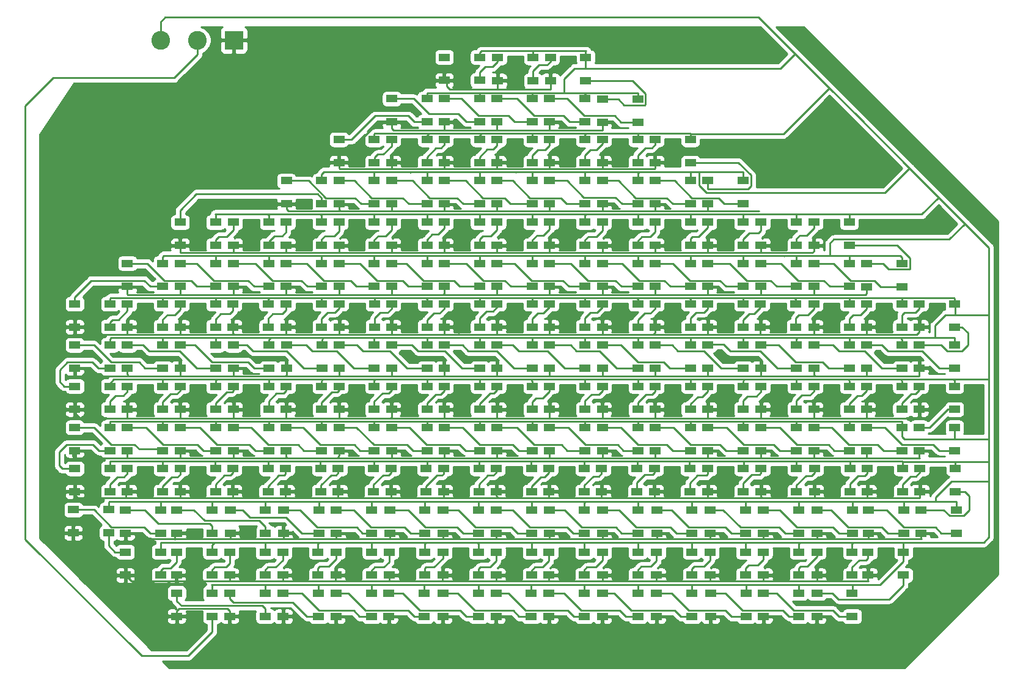
<source format=gtl>
G04 #@! TF.GenerationSoftware,KiCad,Pcbnew,(5.1.6)-1*
G04 #@! TF.CreationDate,2020-10-03T14:28:17-05:00*
G04 #@! TF.ProjectId,LEDs_RGB_cloud,4c454473-5f52-4474-925f-636c6f75642e,rev?*
G04 #@! TF.SameCoordinates,Original*
G04 #@! TF.FileFunction,Copper,L1,Top*
G04 #@! TF.FilePolarity,Positive*
%FSLAX46Y46*%
G04 Gerber Fmt 4.6, Leading zero omitted, Abs format (unit mm)*
G04 Created by KiCad (PCBNEW (5.1.6)-1) date 2020-10-03 14:28:17*
%MOMM*%
%LPD*%
G01*
G04 APERTURE LIST*
G04 #@! TA.AperFunction,SMDPad,CuDef*
%ADD10R,1.500000X1.000000*%
G04 #@! TD*
G04 #@! TA.AperFunction,ComponentPad*
%ADD11C,2.600000*%
G04 #@! TD*
G04 #@! TA.AperFunction,ComponentPad*
%ADD12R,2.600000X2.600000*%
G04 #@! TD*
G04 #@! TA.AperFunction,Conductor*
%ADD13C,0.250000*%
G04 #@! TD*
G04 #@! TA.AperFunction,Conductor*
%ADD14C,0.254000*%
G04 #@! TD*
G04 APERTURE END LIST*
D10*
X54750000Y-90000000D03*
X54750000Y-93200000D03*
X59650000Y-90000000D03*
X59650000Y-93200000D03*
X54950000Y-61500000D03*
X54950000Y-64700000D03*
X59850000Y-61500000D03*
X59850000Y-64700000D03*
X91550000Y-44450000D03*
X91550000Y-47650000D03*
X96450000Y-44450000D03*
X96450000Y-47650000D03*
X84275000Y-44450000D03*
X84275000Y-47650000D03*
X89175000Y-44450000D03*
X89175000Y-47650000D03*
X172050000Y-84300000D03*
X172050000Y-87500000D03*
X176950000Y-84300000D03*
X176950000Y-87500000D03*
X150380000Y-90020000D03*
X150380000Y-93220000D03*
X155280000Y-90020000D03*
X155280000Y-93220000D03*
X106150000Y-27350000D03*
X106150000Y-30550000D03*
X111050000Y-27350000D03*
X111050000Y-30550000D03*
X69550000Y-61500000D03*
X69550000Y-64700000D03*
X74450000Y-61500000D03*
X74450000Y-64700000D03*
X84250000Y-55890000D03*
X84250000Y-59090000D03*
X89150000Y-55890000D03*
X89150000Y-59090000D03*
X61960000Y-95850000D03*
X61960000Y-99050000D03*
X66860000Y-95850000D03*
X66860000Y-99050000D03*
X69060000Y-95850000D03*
X69060000Y-99050000D03*
X73960000Y-95850000D03*
X73960000Y-99050000D03*
X76410000Y-95850000D03*
X76410000Y-99050000D03*
X81310000Y-95850000D03*
X81310000Y-99050000D03*
X83760000Y-95850000D03*
X83760000Y-99050000D03*
X88660000Y-95850000D03*
X88660000Y-99050000D03*
X91160000Y-95850000D03*
X91160000Y-99050000D03*
X96060000Y-95850000D03*
X96060000Y-99050000D03*
X98560000Y-95850000D03*
X98560000Y-99050000D03*
X103460000Y-95850000D03*
X103460000Y-99050000D03*
X105960000Y-95850000D03*
X105960000Y-99050000D03*
X110860000Y-95850000D03*
X110860000Y-99050000D03*
X113360000Y-95850000D03*
X113360000Y-99050000D03*
X118260000Y-95850000D03*
X118260000Y-99050000D03*
X120660000Y-95850000D03*
X120660000Y-99050000D03*
X125560000Y-95850000D03*
X125560000Y-99050000D03*
X128060000Y-95850000D03*
X128060000Y-99050000D03*
X132960000Y-95850000D03*
X132960000Y-99050000D03*
X135560000Y-95850000D03*
X135560000Y-99050000D03*
X140460000Y-95850000D03*
X140460000Y-99050000D03*
X142960000Y-95850000D03*
X142960000Y-99050000D03*
X147860000Y-95850000D03*
X147860000Y-99050000D03*
X150360000Y-95850000D03*
X150360000Y-99050000D03*
X155260000Y-95850000D03*
X155260000Y-99050000D03*
X157760000Y-95850000D03*
X157760000Y-99050000D03*
X162660000Y-95850000D03*
X162660000Y-99050000D03*
X164860000Y-95850000D03*
X164860000Y-99050000D03*
X169760000Y-95850000D03*
X169760000Y-99050000D03*
X157760000Y-101550000D03*
X157760000Y-104750000D03*
X162660000Y-101550000D03*
X162660000Y-104750000D03*
X150360000Y-101550000D03*
X150360000Y-104750000D03*
X155260000Y-101550000D03*
X155260000Y-104750000D03*
X143060000Y-101550000D03*
X143060000Y-104750000D03*
X147960000Y-101550000D03*
X147960000Y-104750000D03*
X135560000Y-101550000D03*
X135560000Y-104750000D03*
X140460000Y-101550000D03*
X140460000Y-104750000D03*
X128060000Y-101550000D03*
X128060000Y-104750000D03*
X132960000Y-101550000D03*
X132960000Y-104750000D03*
X120660000Y-101550000D03*
X120660000Y-104750000D03*
X125560000Y-101550000D03*
X125560000Y-104750000D03*
X113310000Y-101550000D03*
X113310000Y-104750000D03*
X118210000Y-101550000D03*
X118210000Y-104750000D03*
X105960000Y-101550000D03*
X105960000Y-104750000D03*
X110860000Y-101550000D03*
X110860000Y-104750000D03*
X98460000Y-101550000D03*
X98460000Y-104750000D03*
X103360000Y-101550000D03*
X103360000Y-104750000D03*
X91160000Y-101550000D03*
X91160000Y-104750000D03*
X96060000Y-101550000D03*
X96060000Y-104750000D03*
X83840000Y-101560000D03*
X83840000Y-104760000D03*
X88740000Y-101560000D03*
X88740000Y-104760000D03*
X76430000Y-101540000D03*
X76430000Y-104740000D03*
X81330000Y-101540000D03*
X81330000Y-104740000D03*
X69080000Y-101540000D03*
X69080000Y-104740000D03*
X73980000Y-101540000D03*
X73980000Y-104740000D03*
X62250000Y-55890000D03*
X62250000Y-59090000D03*
X67150000Y-55890000D03*
X67150000Y-59090000D03*
X54950000Y-72900000D03*
X54950000Y-76100000D03*
X59850000Y-72900000D03*
X59850000Y-76100000D03*
X171950000Y-78600000D03*
X171950000Y-81800000D03*
X176850000Y-78600000D03*
X176850000Y-81800000D03*
X157350000Y-67200000D03*
X157350000Y-70400000D03*
X162250000Y-67200000D03*
X162250000Y-70400000D03*
X164650000Y-61490000D03*
X164650000Y-64690000D03*
X169550000Y-61490000D03*
X169550000Y-64690000D03*
X164880000Y-90020000D03*
X164880000Y-93220000D03*
X169780000Y-90020000D03*
X169780000Y-93220000D03*
X69550000Y-84300000D03*
X69550000Y-87500000D03*
X74450000Y-84300000D03*
X74450000Y-87500000D03*
D11*
X66840000Y-25000000D03*
X71920000Y-25000000D03*
D12*
X77000000Y-25000000D03*
D10*
X113550000Y-27400000D03*
X113550000Y-30600000D03*
X118450000Y-27400000D03*
X118450000Y-30600000D03*
X120850000Y-27400000D03*
X120850000Y-30600000D03*
X125750000Y-27400000D03*
X125750000Y-30600000D03*
X128050000Y-33150000D03*
X128050000Y-36350000D03*
X132950000Y-33150000D03*
X132950000Y-36350000D03*
X120750000Y-33100000D03*
X120750000Y-36300000D03*
X125650000Y-33100000D03*
X125650000Y-36300000D03*
X113450000Y-33100000D03*
X113450000Y-36300000D03*
X118350000Y-33100000D03*
X118350000Y-36300000D03*
X106150000Y-33100000D03*
X106150000Y-36300000D03*
X111050000Y-33100000D03*
X111050000Y-36300000D03*
X98850000Y-33100000D03*
X98850000Y-36300000D03*
X103750000Y-33100000D03*
X103750000Y-36300000D03*
X91550000Y-38750000D03*
X91550000Y-41950000D03*
X96450000Y-38750000D03*
X96450000Y-41950000D03*
X98850000Y-38750000D03*
X98850000Y-41950000D03*
X103750000Y-38750000D03*
X103750000Y-41950000D03*
X106150000Y-38750000D03*
X106150000Y-41950000D03*
X111050000Y-38750000D03*
X111050000Y-41950000D03*
X113450000Y-38750000D03*
X113450000Y-41950000D03*
X118350000Y-38750000D03*
X118350000Y-41950000D03*
X120750000Y-38750000D03*
X120750000Y-41950000D03*
X125650000Y-38750000D03*
X125650000Y-41950000D03*
X128050000Y-38750000D03*
X128050000Y-41950000D03*
X132950000Y-38750000D03*
X132950000Y-41950000D03*
X135350000Y-38750000D03*
X135350000Y-41950000D03*
X140250000Y-38750000D03*
X140250000Y-41950000D03*
X142650000Y-44450000D03*
X142650000Y-47650000D03*
X147550000Y-44450000D03*
X147550000Y-47650000D03*
X135350000Y-44450000D03*
X135350000Y-47650000D03*
X140250000Y-44450000D03*
X140250000Y-47650000D03*
X128050000Y-44450000D03*
X128050000Y-47650000D03*
X132950000Y-44450000D03*
X132950000Y-47650000D03*
X120750000Y-44450000D03*
X120750000Y-47650000D03*
X125650000Y-44450000D03*
X125650000Y-47650000D03*
X113450000Y-44450000D03*
X113450000Y-47650000D03*
X118350000Y-44450000D03*
X118350000Y-47650000D03*
X106150000Y-44450000D03*
X106150000Y-47650000D03*
X111050000Y-44450000D03*
X111050000Y-47650000D03*
X98850000Y-44450000D03*
X98850000Y-47650000D03*
X103750000Y-44450000D03*
X103750000Y-47650000D03*
X69550000Y-50200000D03*
X69550000Y-53400000D03*
X74450000Y-50200000D03*
X74450000Y-53400000D03*
X76950000Y-50200000D03*
X76950000Y-53400000D03*
X81850000Y-50200000D03*
X81850000Y-53400000D03*
X84250000Y-50200000D03*
X84250000Y-53400000D03*
X89150000Y-50200000D03*
X89150000Y-53400000D03*
X91550000Y-50200000D03*
X91550000Y-53400000D03*
X96450000Y-50200000D03*
X96450000Y-53400000D03*
X98850000Y-50200000D03*
X98850000Y-53400000D03*
X103750000Y-50200000D03*
X103750000Y-53400000D03*
X106150000Y-50200000D03*
X106150000Y-53400000D03*
X111050000Y-50200000D03*
X111050000Y-53400000D03*
X113450000Y-50200000D03*
X113450000Y-53400000D03*
X118350000Y-50200000D03*
X118350000Y-53400000D03*
X120750000Y-50200000D03*
X120750000Y-53400000D03*
X125650000Y-50200000D03*
X125650000Y-53400000D03*
X128050000Y-50200000D03*
X128050000Y-53400000D03*
X132950000Y-50200000D03*
X132950000Y-53400000D03*
X135350000Y-50200000D03*
X135350000Y-53400000D03*
X140250000Y-50200000D03*
X140250000Y-53400000D03*
X142650000Y-50200000D03*
X142650000Y-53400000D03*
X147550000Y-50200000D03*
X147550000Y-53400000D03*
X150050000Y-50200000D03*
X150050000Y-53400000D03*
X154950000Y-50200000D03*
X154950000Y-53400000D03*
X157350000Y-50200000D03*
X157350000Y-53400000D03*
X162250000Y-50200000D03*
X162250000Y-53400000D03*
X164670000Y-55900000D03*
X164670000Y-59100000D03*
X169570000Y-55900000D03*
X169570000Y-59100000D03*
X157350000Y-55890000D03*
X157350000Y-59090000D03*
X162250000Y-55890000D03*
X162250000Y-59090000D03*
X150050000Y-55890000D03*
X150050000Y-59090000D03*
X154950000Y-55890000D03*
X154950000Y-59090000D03*
X142650000Y-55890000D03*
X142650000Y-59090000D03*
X147550000Y-55890000D03*
X147550000Y-59090000D03*
X135350000Y-55890000D03*
X135350000Y-59090000D03*
X140250000Y-55890000D03*
X140250000Y-59090000D03*
X128050000Y-55890000D03*
X128050000Y-59090000D03*
X132950000Y-55890000D03*
X132950000Y-59090000D03*
X120750000Y-55890000D03*
X120750000Y-59090000D03*
X125650000Y-55890000D03*
X125650000Y-59090000D03*
X113450000Y-55890000D03*
X113450000Y-59090000D03*
X118350000Y-55890000D03*
X118350000Y-59090000D03*
X106150000Y-55890000D03*
X106150000Y-59090000D03*
X111050000Y-55890000D03*
X111050000Y-59090000D03*
X98850000Y-55890000D03*
X98850000Y-59090000D03*
X103750000Y-55890000D03*
X103750000Y-59090000D03*
X91550000Y-55890000D03*
X91550000Y-59090000D03*
X96450000Y-55890000D03*
X96450000Y-59090000D03*
X76950000Y-55890000D03*
X76950000Y-59090000D03*
X81850000Y-55890000D03*
X81850000Y-59090000D03*
X69550000Y-55890000D03*
X69550000Y-59090000D03*
X74450000Y-55890000D03*
X74450000Y-59090000D03*
X62250000Y-61490000D03*
X62250000Y-64690000D03*
X67150000Y-61490000D03*
X67150000Y-64690000D03*
X76850000Y-61490000D03*
X76850000Y-64690000D03*
X81750000Y-61490000D03*
X81750000Y-64690000D03*
X84250000Y-61490000D03*
X84250000Y-64690000D03*
X89150000Y-61490000D03*
X89150000Y-64690000D03*
X91610000Y-61500000D03*
X91610000Y-64700000D03*
X96510000Y-61500000D03*
X96510000Y-64700000D03*
X98850000Y-61490000D03*
X98850000Y-64690000D03*
X103750000Y-61490000D03*
X103750000Y-64690000D03*
X106150000Y-61490000D03*
X106150000Y-64690000D03*
X111050000Y-61490000D03*
X111050000Y-64690000D03*
X113450000Y-61490000D03*
X113450000Y-64690000D03*
X118350000Y-61490000D03*
X118350000Y-64690000D03*
X120750000Y-61490000D03*
X120750000Y-64690000D03*
X125650000Y-61490000D03*
X125650000Y-64690000D03*
X128050000Y-61490000D03*
X128050000Y-64690000D03*
X132950000Y-61490000D03*
X132950000Y-64690000D03*
X135350000Y-61490000D03*
X135350000Y-64690000D03*
X140250000Y-61490000D03*
X140250000Y-64690000D03*
X142650000Y-61490000D03*
X142650000Y-64690000D03*
X147550000Y-61490000D03*
X147550000Y-64690000D03*
X149950000Y-61490000D03*
X149950000Y-64690000D03*
X154850000Y-61490000D03*
X154850000Y-64690000D03*
X157350000Y-61490000D03*
X157350000Y-64690000D03*
X162250000Y-61490000D03*
X162250000Y-64690000D03*
X171950000Y-61490000D03*
X171950000Y-64690000D03*
X176850000Y-61490000D03*
X176850000Y-64690000D03*
X171950000Y-67200000D03*
X171950000Y-70400000D03*
X176850000Y-67200000D03*
X176850000Y-70400000D03*
X164650000Y-67200000D03*
X164650000Y-70400000D03*
X169550000Y-67200000D03*
X169550000Y-70400000D03*
X150050000Y-67200000D03*
X150050000Y-70400000D03*
X154950000Y-67200000D03*
X154950000Y-70400000D03*
X142650000Y-67200000D03*
X142650000Y-70400000D03*
X147550000Y-67200000D03*
X147550000Y-70400000D03*
X135350000Y-67200000D03*
X135350000Y-70400000D03*
X140250000Y-67200000D03*
X140250000Y-70400000D03*
X128050000Y-67200000D03*
X128050000Y-70400000D03*
X132950000Y-67200000D03*
X132950000Y-70400000D03*
X120750000Y-67200000D03*
X120750000Y-70400000D03*
X125650000Y-67200000D03*
X125650000Y-70400000D03*
X113450000Y-67200000D03*
X113450000Y-70400000D03*
X118350000Y-67200000D03*
X118350000Y-70400000D03*
X106150000Y-67200000D03*
X106150000Y-70400000D03*
X111050000Y-67200000D03*
X111050000Y-70400000D03*
X98850000Y-67200000D03*
X98850000Y-70400000D03*
X103750000Y-67200000D03*
X103750000Y-70400000D03*
X91550000Y-67200000D03*
X91550000Y-70400000D03*
X96450000Y-67200000D03*
X96450000Y-70400000D03*
X84300000Y-67200000D03*
X84300000Y-70400000D03*
X89200000Y-67200000D03*
X89200000Y-70400000D03*
X76950000Y-67200000D03*
X76950000Y-70400000D03*
X81850000Y-67200000D03*
X81850000Y-70400000D03*
X69550000Y-67200000D03*
X69550000Y-70400000D03*
X74450000Y-67200000D03*
X74450000Y-70400000D03*
X62250000Y-67200000D03*
X62250000Y-70400000D03*
X67150000Y-67200000D03*
X67150000Y-70400000D03*
X54950000Y-67200000D03*
X54950000Y-70400000D03*
X59850000Y-67200000D03*
X59850000Y-70400000D03*
X62250000Y-72900000D03*
X62250000Y-76100000D03*
X67150000Y-72900000D03*
X67150000Y-76100000D03*
X69550000Y-72900000D03*
X69550000Y-76100000D03*
X74450000Y-72900000D03*
X74450000Y-76100000D03*
X76950000Y-72900000D03*
X76950000Y-76100000D03*
X81850000Y-72900000D03*
X81850000Y-76100000D03*
X84250000Y-72900000D03*
X84250000Y-76100000D03*
X89150000Y-72900000D03*
X89150000Y-76100000D03*
X91550000Y-72900000D03*
X91550000Y-76100000D03*
X96450000Y-72900000D03*
X96450000Y-76100000D03*
X98850000Y-72900000D03*
X98850000Y-76100000D03*
X103750000Y-72900000D03*
X103750000Y-76100000D03*
X106150000Y-72900000D03*
X106150000Y-76100000D03*
X111050000Y-72900000D03*
X111050000Y-76100000D03*
X113450000Y-72900000D03*
X113450000Y-76100000D03*
X118350000Y-72900000D03*
X118350000Y-76100000D03*
X120750000Y-72900000D03*
X120750000Y-76100000D03*
X125650000Y-72900000D03*
X125650000Y-76100000D03*
X128050000Y-72900000D03*
X128050000Y-76100000D03*
X132950000Y-72900000D03*
X132950000Y-76100000D03*
X135350000Y-72900000D03*
X135350000Y-76100000D03*
X140250000Y-72900000D03*
X140250000Y-76100000D03*
X142650000Y-72900000D03*
X142650000Y-76100000D03*
X147550000Y-72900000D03*
X147550000Y-76100000D03*
X150050000Y-72900000D03*
X150050000Y-76100000D03*
X154950000Y-72900000D03*
X154950000Y-76100000D03*
X157350000Y-72900000D03*
X157350000Y-76100000D03*
X162250000Y-72900000D03*
X162250000Y-76100000D03*
X164650000Y-72900000D03*
X164650000Y-76100000D03*
X169550000Y-72900000D03*
X169550000Y-76100000D03*
X171950000Y-72900000D03*
X171950000Y-76100000D03*
X176850000Y-72900000D03*
X176850000Y-76100000D03*
X164650000Y-78600000D03*
X164650000Y-81800000D03*
X169550000Y-78600000D03*
X169550000Y-81800000D03*
X157350000Y-78600000D03*
X157350000Y-81800000D03*
X162250000Y-78600000D03*
X162250000Y-81800000D03*
X150050000Y-78600000D03*
X150050000Y-81800000D03*
X154950000Y-78600000D03*
X154950000Y-81800000D03*
X142650000Y-78600000D03*
X142650000Y-81800000D03*
X147550000Y-78600000D03*
X147550000Y-81800000D03*
X135350000Y-78600000D03*
X135350000Y-81800000D03*
X140250000Y-78600000D03*
X140250000Y-81800000D03*
X128050000Y-78600000D03*
X128050000Y-81800000D03*
X132950000Y-78600000D03*
X132950000Y-81800000D03*
X120750000Y-78600000D03*
X120750000Y-81800000D03*
X125650000Y-78600000D03*
X125650000Y-81800000D03*
X113450000Y-78600000D03*
X113450000Y-81800000D03*
X118350000Y-78600000D03*
X118350000Y-81800000D03*
X106150000Y-78600000D03*
X106150000Y-81800000D03*
X111050000Y-78600000D03*
X111050000Y-81800000D03*
X98850000Y-78600000D03*
X98850000Y-81800000D03*
X103750000Y-78600000D03*
X103750000Y-81800000D03*
X91550000Y-78600000D03*
X91550000Y-81800000D03*
X96450000Y-78600000D03*
X96450000Y-81800000D03*
X84250000Y-78600000D03*
X84250000Y-81800000D03*
X89150000Y-78600000D03*
X89150000Y-81800000D03*
X76950000Y-78600000D03*
X76950000Y-81800000D03*
X81850000Y-78600000D03*
X81850000Y-81800000D03*
X69550000Y-78600000D03*
X69550000Y-81800000D03*
X74450000Y-78600000D03*
X74450000Y-81800000D03*
X62250000Y-78600000D03*
X62250000Y-81800000D03*
X67150000Y-78600000D03*
X67150000Y-81800000D03*
X54950000Y-78600000D03*
X54950000Y-81800000D03*
X59850000Y-78600000D03*
X59850000Y-81800000D03*
X54950000Y-84300000D03*
X54950000Y-87500000D03*
X59850000Y-84300000D03*
X59850000Y-87500000D03*
X62250000Y-84300000D03*
X62250000Y-87500000D03*
X67150000Y-84300000D03*
X67150000Y-87500000D03*
X76850000Y-84300000D03*
X76850000Y-87500000D03*
X81750000Y-84300000D03*
X81750000Y-87500000D03*
X84150000Y-84300000D03*
X84150000Y-87500000D03*
X89050000Y-84300000D03*
X89050000Y-87500000D03*
X91450000Y-84300000D03*
X91450000Y-87500000D03*
X96350000Y-84300000D03*
X96350000Y-87500000D03*
X98750000Y-84300000D03*
X98750000Y-87500000D03*
X103650000Y-84300000D03*
X103650000Y-87500000D03*
X106050000Y-84300000D03*
X106050000Y-87500000D03*
X110950000Y-84300000D03*
X110950000Y-87500000D03*
X113350000Y-84300000D03*
X113350000Y-87500000D03*
X118250000Y-84300000D03*
X118250000Y-87500000D03*
X120650000Y-84300000D03*
X120650000Y-87500000D03*
X125550000Y-84300000D03*
X125550000Y-87500000D03*
X127950000Y-84300000D03*
X127950000Y-87500000D03*
X132850000Y-84300000D03*
X132850000Y-87500000D03*
X135250000Y-84300000D03*
X135250000Y-87500000D03*
X140150000Y-84300000D03*
X140150000Y-87500000D03*
X142650000Y-84300000D03*
X142650000Y-87500000D03*
X147550000Y-84300000D03*
X147550000Y-87500000D03*
X150050000Y-84300000D03*
X150050000Y-87500000D03*
X154950000Y-84300000D03*
X154950000Y-87500000D03*
X157450000Y-84300000D03*
X157450000Y-87500000D03*
X162350000Y-84300000D03*
X162350000Y-87500000D03*
X164750000Y-84300000D03*
X164750000Y-87500000D03*
X169650000Y-84300000D03*
X169650000Y-87500000D03*
X172180000Y-90020000D03*
X172180000Y-93220000D03*
X177080000Y-90020000D03*
X177080000Y-93220000D03*
X157780000Y-90020000D03*
X157780000Y-93220000D03*
X162680000Y-90020000D03*
X162680000Y-93220000D03*
X142980000Y-90020000D03*
X142980000Y-93220000D03*
X147880000Y-90020000D03*
X147880000Y-93220000D03*
X135580000Y-90020000D03*
X135580000Y-93220000D03*
X140480000Y-90020000D03*
X140480000Y-93220000D03*
X128080000Y-90020000D03*
X128080000Y-93220000D03*
X132980000Y-90020000D03*
X132980000Y-93220000D03*
X120680000Y-90020000D03*
X120680000Y-93220000D03*
X125580000Y-90020000D03*
X125580000Y-93220000D03*
X113380000Y-90020000D03*
X113380000Y-93220000D03*
X118280000Y-90020000D03*
X118280000Y-93220000D03*
X105980000Y-90020000D03*
X105980000Y-93220000D03*
X110880000Y-90020000D03*
X110880000Y-93220000D03*
X98580000Y-90020000D03*
X98580000Y-93220000D03*
X103480000Y-90020000D03*
X103480000Y-93220000D03*
X91180000Y-90020000D03*
X91180000Y-93220000D03*
X96080000Y-90020000D03*
X96080000Y-93220000D03*
X83880000Y-90020000D03*
X83880000Y-93220000D03*
X88780000Y-90020000D03*
X88780000Y-93220000D03*
X76480000Y-90020000D03*
X76480000Y-93220000D03*
X81380000Y-90020000D03*
X81380000Y-93220000D03*
X69080000Y-90020000D03*
X69080000Y-93220000D03*
X73980000Y-90020000D03*
X73980000Y-93220000D03*
X61980000Y-90020000D03*
X61980000Y-93220000D03*
X66880000Y-90020000D03*
X66880000Y-93220000D03*
D13*
X69080000Y-102620000D02*
X69710000Y-103250000D01*
X69080000Y-101540000D02*
X69080000Y-102620000D01*
X69710000Y-103250000D02*
X80910000Y-103250000D01*
X80910000Y-103250000D02*
X81330000Y-103670000D01*
X81330000Y-103670000D02*
X81330000Y-104740000D01*
X164880000Y-93220000D02*
X164880000Y-93970000D01*
X164880000Y-93970000D02*
X164955001Y-94045001D01*
X68804999Y-94045001D02*
X68780010Y-94069990D01*
X68804999Y-93495001D02*
X69080000Y-93220000D01*
X68804999Y-94045001D02*
X68804999Y-93495001D01*
X69204999Y-94045001D02*
X68804999Y-94045001D01*
X54650000Y-81800000D02*
X54650000Y-82550000D01*
X54650000Y-82550000D02*
X54949990Y-82849990D01*
X55325001Y-88325001D02*
X62075001Y-88325001D01*
X54950000Y-87950000D02*
X55325001Y-88325001D01*
X54950000Y-87500000D02*
X54950000Y-87950000D01*
X54500000Y-76100000D02*
X55724989Y-77324989D01*
X83880000Y-93970000D02*
X83955001Y-94045001D01*
X83880000Y-93220000D02*
X83880000Y-93970000D01*
X76480000Y-94020002D02*
X76455001Y-94045001D01*
X76480000Y-93220000D02*
X76480000Y-94020002D01*
X83955001Y-94045001D02*
X76455001Y-94045001D01*
X76455001Y-94045001D02*
X69204999Y-94045001D01*
X91155001Y-93994999D02*
X91155001Y-94045001D01*
X91180000Y-93970000D02*
X91155001Y-93994999D01*
X91180000Y-93220000D02*
X91180000Y-93970000D01*
X91155001Y-94045001D02*
X83955001Y-94045001D01*
X98580000Y-94020002D02*
X98604999Y-94045001D01*
X98580000Y-93220000D02*
X98580000Y-94020002D01*
X98604999Y-94045001D02*
X91155001Y-94045001D01*
X105980000Y-93970000D02*
X105904999Y-94045001D01*
X105980000Y-93220000D02*
X105980000Y-93970000D01*
X105904999Y-94045001D02*
X98604999Y-94045001D01*
X113380000Y-93220000D02*
X113380000Y-93970000D01*
X113304999Y-94045001D02*
X105904999Y-94045001D01*
X120680000Y-94020002D02*
X120655001Y-94045001D01*
X120680000Y-93220000D02*
X120680000Y-94020002D01*
X120655001Y-94045001D02*
X113304999Y-94045001D01*
X128080000Y-93970000D02*
X128155001Y-94045001D01*
X128080000Y-93220000D02*
X128080000Y-93970000D01*
X128155001Y-94045001D02*
X120655001Y-94045001D01*
X135580000Y-93920002D02*
X135704999Y-94045001D01*
X135580000Y-93220000D02*
X135580000Y-93920002D01*
X135704999Y-94045001D02*
X128155001Y-94045001D01*
X142980000Y-94020002D02*
X143004999Y-94045001D01*
X142980000Y-93220000D02*
X142980000Y-94020002D01*
X143004999Y-94045001D02*
X135704999Y-94045001D01*
X150380000Y-93920002D02*
X150255001Y-94045001D01*
X150380000Y-93220000D02*
X150380000Y-93920002D01*
X150255001Y-94045001D02*
X143004999Y-94045001D01*
X157780000Y-94020002D02*
X157755001Y-94045001D01*
X157780000Y-93220000D02*
X157780000Y-94020002D01*
X164955001Y-94045001D02*
X157755001Y-94045001D01*
X157755001Y-94045001D02*
X150255001Y-94045001D01*
X172180000Y-93970000D02*
X172255001Y-94045001D01*
X164955001Y-94045001D02*
X172255001Y-94045001D01*
X172180000Y-93220000D02*
X172180000Y-93970000D01*
X171950000Y-77300000D02*
X171925011Y-77324989D01*
X171950000Y-76100000D02*
X171950000Y-77300000D01*
X62075001Y-87674999D02*
X62250000Y-87500000D01*
X62075001Y-88325001D02*
X62075001Y-87674999D01*
X69550000Y-82849980D02*
X69550010Y-82849990D01*
X69550000Y-81800000D02*
X69550000Y-82849980D01*
X62250000Y-82800000D02*
X62200010Y-82849990D01*
X62250000Y-81800000D02*
X62250000Y-82800000D01*
X54949990Y-82849990D02*
X62200010Y-82849990D01*
X62200010Y-82849990D02*
X69550010Y-82849990D01*
X76850000Y-88250000D02*
X76925001Y-88325001D01*
X76850000Y-87500000D02*
X76850000Y-88250000D01*
X69550000Y-88300002D02*
X69574999Y-88325001D01*
X69550000Y-87500000D02*
X69550000Y-88300002D01*
X55325001Y-88325001D02*
X69574999Y-88325001D01*
X69574999Y-88325001D02*
X76925001Y-88325001D01*
X84150000Y-88300000D02*
X84124999Y-88325001D01*
X84150000Y-87500000D02*
X84150000Y-88300000D01*
X76925001Y-88325001D02*
X84124999Y-88325001D01*
X84250000Y-82699980D02*
X84400010Y-82849990D01*
X84250000Y-81800000D02*
X84250000Y-82699980D01*
X91449990Y-82650010D02*
X91449990Y-82849990D01*
X91550000Y-82550000D02*
X91449990Y-82650010D01*
X91550000Y-81800000D02*
X91550000Y-82550000D01*
X84400010Y-82849990D02*
X91449990Y-82849990D01*
X91450000Y-88300000D02*
X91475001Y-88325001D01*
X91450000Y-87500000D02*
X91450000Y-88300000D01*
X84124999Y-88325001D02*
X91475001Y-88325001D01*
X76950000Y-82799980D02*
X76899990Y-82849990D01*
X76950000Y-81800000D02*
X76950000Y-82799980D01*
X69550010Y-82849990D02*
X76899990Y-82849990D01*
X76899990Y-82849990D02*
X84400010Y-82849990D01*
X98850000Y-82800000D02*
X98800010Y-82849990D01*
X98850000Y-81800000D02*
X98850000Y-82800000D01*
X91449990Y-82849990D02*
X98800010Y-82849990D01*
X98750000Y-88250000D02*
X98825001Y-88325001D01*
X98750000Y-87500000D02*
X98750000Y-88250000D01*
X91475001Y-88325001D02*
X98825001Y-88325001D01*
X106050000Y-87500000D02*
X106050000Y-87800000D01*
X106050000Y-88300000D02*
X106024999Y-88325001D01*
X106050000Y-87500000D02*
X106050000Y-88300000D01*
X98825001Y-88325001D02*
X106024999Y-88325001D01*
X106150000Y-82849980D02*
X106150010Y-82849990D01*
X106150000Y-81800000D02*
X106150000Y-82849980D01*
X98800010Y-82849990D02*
X106150010Y-82849990D01*
X113350000Y-88100002D02*
X113574999Y-88325001D01*
X113350000Y-87500000D02*
X113350000Y-88100002D01*
X106024999Y-88325001D02*
X113574999Y-88325001D01*
X113450000Y-82800000D02*
X113499990Y-82849990D01*
X106150010Y-82849990D02*
X113499990Y-82849990D01*
X113450000Y-81800000D02*
X113450000Y-82800000D01*
X120750000Y-82849980D02*
X120749990Y-82849990D01*
X120750000Y-81800000D02*
X120750000Y-82849980D01*
X113499990Y-82849990D02*
X120749990Y-82849990D01*
X120650000Y-88300000D02*
X120624999Y-88325001D01*
X120650000Y-87500000D02*
X120650000Y-88300000D01*
X113574999Y-88325001D02*
X120624999Y-88325001D01*
X127950000Y-88250002D02*
X128024999Y-88325001D01*
X127950000Y-87500000D02*
X127950000Y-88250002D01*
X120624999Y-88325001D02*
X128024999Y-88325001D01*
X135250000Y-88250000D02*
X135325001Y-88325001D01*
X135250000Y-87500000D02*
X135250000Y-88250000D01*
X128024999Y-88325001D02*
X135325001Y-88325001D01*
X128050000Y-82750000D02*
X128149990Y-82849990D01*
X128050000Y-81800000D02*
X128050000Y-82750000D01*
X120749990Y-82849990D02*
X128149990Y-82849990D01*
X135350000Y-82849980D02*
X135349990Y-82849990D01*
X135350000Y-81800000D02*
X135350000Y-82849980D01*
X128149990Y-82849990D02*
X135349990Y-82849990D01*
X142650000Y-88300002D02*
X142674999Y-88325001D01*
X142650000Y-87500000D02*
X142650000Y-88300002D01*
X135325001Y-88325001D02*
X142674999Y-88325001D01*
X142650000Y-82800000D02*
X142699990Y-82849990D01*
X142650000Y-81800000D02*
X142650000Y-82800000D01*
X135349990Y-82849990D02*
X142699990Y-82849990D01*
X150050000Y-82799980D02*
X150100010Y-82849990D01*
X142699990Y-82849990D02*
X150100010Y-82849990D01*
X150050000Y-81800000D02*
X150050000Y-82799980D01*
X157350000Y-82799980D02*
X157400010Y-82849990D01*
X157350000Y-81800000D02*
X157350000Y-82799980D01*
X150100010Y-82849990D02*
X157400010Y-82849990D01*
X150050000Y-88200002D02*
X150174999Y-88325001D01*
X150050000Y-87500000D02*
X150050000Y-88200002D01*
X142674999Y-88325001D02*
X150174999Y-88325001D01*
X164750000Y-88250002D02*
X164824999Y-88325001D01*
X164750000Y-87500000D02*
X164750000Y-88250002D01*
X157450000Y-88250000D02*
X157525001Y-88325001D01*
X157450000Y-87500000D02*
X157450000Y-88250000D01*
X150174999Y-88325001D02*
X157525001Y-88325001D01*
X157525001Y-88325001D02*
X164824999Y-88325001D01*
X164650000Y-82749980D02*
X164750010Y-82849990D01*
X164650000Y-81800000D02*
X164650000Y-82749980D01*
X157400010Y-82849990D02*
X164750010Y-82849990D01*
X171950000Y-82800000D02*
X171999990Y-82849990D01*
X171950000Y-81800000D02*
X171950000Y-82800000D01*
X164750010Y-82849990D02*
X171999990Y-82849990D01*
X91550000Y-77299978D02*
X91524989Y-77324989D01*
X91550000Y-76100000D02*
X91550000Y-77299978D01*
X98850000Y-77199978D02*
X98724989Y-77324989D01*
X98850000Y-76100000D02*
X98850000Y-77199978D01*
X91524989Y-77324989D02*
X98724989Y-77324989D01*
X106150000Y-77299978D02*
X106124989Y-77324989D01*
X98724989Y-77324989D02*
X106124989Y-77324989D01*
X106150000Y-76100000D02*
X106150000Y-77299978D01*
X106150000Y-71434532D02*
X106157734Y-71442266D01*
X106150000Y-70400000D02*
X106150000Y-71434532D01*
X98850000Y-71422536D02*
X98836268Y-71436268D01*
X98850000Y-70400000D02*
X98850000Y-71422536D01*
X84300000Y-71348596D02*
X84224298Y-71424298D01*
X84300000Y-70400000D02*
X84300000Y-71348596D01*
X84250000Y-77299978D02*
X84275011Y-77324989D01*
X84250000Y-76100000D02*
X84250000Y-77299978D01*
X84275011Y-77324989D02*
X91524989Y-77324989D01*
X69550000Y-71350000D02*
X69612328Y-71412328D01*
X69550000Y-70400000D02*
X69550000Y-71350000D01*
X69550000Y-77250000D02*
X69475011Y-77324989D01*
X69550000Y-76100000D02*
X69550000Y-77250000D01*
X69475011Y-77324989D02*
X76875011Y-77324989D01*
X62250000Y-77250000D02*
X62324989Y-77324989D01*
X62250000Y-76100000D02*
X62250000Y-77250000D01*
X55724989Y-77324989D02*
X62324989Y-77324989D01*
X62324989Y-77324989D02*
X69475011Y-77324989D01*
X62250000Y-71262830D02*
X62393585Y-71406415D01*
X62250000Y-70400000D02*
X62250000Y-71262830D01*
X120750000Y-77250000D02*
X120675011Y-77324989D01*
X120750000Y-76100000D02*
X120750000Y-77250000D01*
X120750000Y-71358282D02*
X120654141Y-71454141D01*
X120750000Y-70400000D02*
X120750000Y-71358282D01*
X113450000Y-71446476D02*
X113448238Y-71448238D01*
X113450000Y-70400000D02*
X113450000Y-71446476D01*
X113450000Y-76100000D02*
X113450000Y-77150000D01*
X113475011Y-77175011D02*
X113475011Y-77324989D01*
X113450000Y-77150000D02*
X113475011Y-77175011D01*
X106124989Y-77324989D02*
X113475011Y-77324989D01*
X113475011Y-77324989D02*
X120675011Y-77324989D01*
X128050000Y-77250000D02*
X128124989Y-77324989D01*
X128050000Y-76100000D02*
X128050000Y-77250000D01*
X120675011Y-77324989D02*
X128124989Y-77324989D01*
X135350000Y-77250000D02*
X135275011Y-77324989D01*
X128124989Y-77324989D02*
X135275011Y-77324989D01*
X135350000Y-76100000D02*
X135350000Y-77250000D01*
X142650000Y-77250000D02*
X142724989Y-77324989D01*
X142650000Y-76100000D02*
X142650000Y-77250000D01*
X135275011Y-77324989D02*
X142724989Y-77324989D01*
X150050000Y-77299978D02*
X150075011Y-77324989D01*
X150050000Y-76100000D02*
X150050000Y-77299978D01*
X142724989Y-77324989D02*
X150075011Y-77324989D01*
X142650000Y-71450000D02*
X142672178Y-71472178D01*
X142650000Y-70400000D02*
X142650000Y-71450000D01*
X135350000Y-71450000D02*
X135333834Y-71466166D01*
X135350000Y-70400000D02*
X135350000Y-71450000D01*
X150050000Y-71450000D02*
X150078245Y-71478245D01*
X150050000Y-70400000D02*
X150050000Y-71450000D01*
X157350000Y-71318676D02*
X157515662Y-71484338D01*
X157350000Y-70400000D02*
X157350000Y-71318676D01*
X157350000Y-77299978D02*
X157324989Y-77324989D01*
X157350000Y-76100000D02*
X157350000Y-77299978D01*
X150075011Y-77324989D02*
X157324989Y-77324989D01*
X164650000Y-71450000D02*
X164690215Y-71490215D01*
X164650000Y-70400000D02*
X164650000Y-71450000D01*
X164650000Y-77299978D02*
X164675011Y-77324989D01*
X157324989Y-77324989D02*
X164675011Y-77324989D01*
X164650000Y-76100000D02*
X164650000Y-77299978D01*
X164675011Y-77324989D02*
X171925011Y-77324989D01*
X128050000Y-71450000D02*
X128060208Y-71460208D01*
X128050000Y-70400000D02*
X128050000Y-71450000D01*
X127860044Y-71460044D02*
X128060208Y-71460208D01*
X108150000Y-65699990D02*
X108100000Y-65749990D01*
X157350000Y-54190000D02*
X157350000Y-53400000D01*
X147750000Y-54390000D02*
X147740000Y-54400000D01*
X132800000Y-54390000D02*
X132810000Y-54400000D01*
X110250000Y-54370000D02*
X110220000Y-54400000D01*
X110220000Y-54400000D02*
X117890000Y-54400000D01*
X73050000Y-54380000D02*
X73030000Y-54400000D01*
X106500000Y-30550000D02*
X106500000Y-31394989D01*
X106500000Y-31394989D02*
X106930000Y-31824989D01*
X98300000Y-48649980D02*
X98299990Y-48649990D01*
X105600000Y-48639980D02*
X105589990Y-48649990D01*
X98850000Y-37240000D02*
X99084989Y-37474989D01*
X98850000Y-36300000D02*
X98850000Y-37240000D01*
X84148596Y-71500000D02*
X84224298Y-71424298D01*
X76950000Y-77239978D02*
X77035011Y-77324989D01*
X76950000Y-76100000D02*
X76950000Y-77239978D01*
X76875011Y-77324989D02*
X77035011Y-77324989D01*
X77035011Y-77324989D02*
X84275011Y-77324989D01*
X62393585Y-71463585D02*
X62430000Y-71500000D01*
X62393585Y-71406415D02*
X62393585Y-71463585D01*
X91550000Y-71390000D02*
X91440000Y-71500000D01*
X84148596Y-71500000D02*
X91440000Y-71500000D01*
X91550000Y-70400000D02*
X91550000Y-71390000D01*
X76950000Y-71430000D02*
X77020000Y-71500000D01*
X76950000Y-70400000D02*
X76950000Y-71430000D01*
X77020000Y-71500000D02*
X84148596Y-71500000D01*
X164860000Y-99050000D02*
X164860000Y-99859980D01*
X157860010Y-99899990D02*
X164900010Y-99899990D01*
X164860000Y-99859980D02*
X164900010Y-99899990D01*
X143059990Y-99899990D02*
X150359990Y-99899990D01*
X128059990Y-99899990D02*
X143059990Y-99899990D01*
X142960000Y-99050000D02*
X142960000Y-99800000D01*
X142960000Y-99800000D02*
X143059990Y-99899990D01*
X150359990Y-99899990D02*
X157860010Y-99899990D01*
X150360000Y-99050000D02*
X150360000Y-99899980D01*
X150360000Y-99899980D02*
X150359990Y-99899990D01*
X68910000Y-99000020D02*
X68910000Y-99850000D01*
X76410000Y-99000020D02*
X76410000Y-99850000D01*
X91110000Y-99000020D02*
X91110000Y-99850000D01*
X98510000Y-99000020D02*
X98510000Y-99850000D01*
X105910000Y-99000020D02*
X105910000Y-99850000D01*
X113310000Y-99000020D02*
X113310000Y-99850000D01*
X120610000Y-99000020D02*
X120610000Y-99850000D01*
X135510000Y-99050000D02*
X135510000Y-99899980D01*
X128060000Y-99050000D02*
X128060000Y-99899980D01*
X83760010Y-99899990D02*
X128059990Y-99899990D01*
X128060000Y-99899980D02*
X128059990Y-99899990D01*
X157760000Y-99050000D02*
X157760000Y-99799980D01*
X157760000Y-99799980D02*
X157860010Y-99899990D01*
X62809990Y-99899990D02*
X83760010Y-99899990D01*
X83760000Y-99050000D02*
X83760000Y-99899980D01*
X83760000Y-99899980D02*
X83760010Y-99899990D01*
X61960000Y-99050000D02*
X62809990Y-99899990D01*
X54950000Y-70400000D02*
X54950000Y-71350000D01*
X55100000Y-71500000D02*
X62700000Y-71500000D01*
X62430000Y-71500000D02*
X62700000Y-71500000D01*
X54950000Y-71350000D02*
X55100000Y-71500000D01*
X62700000Y-71500000D02*
X77020000Y-71500000D01*
X171950000Y-65440000D02*
X171640010Y-65749990D01*
X171950000Y-64690000D02*
X171950000Y-65440000D01*
X171640010Y-65749990D02*
X168149990Y-65749990D01*
X69550000Y-54350000D02*
X69600000Y-54400000D01*
X69550000Y-53400000D02*
X69550000Y-54350000D01*
X69600000Y-54400000D02*
X73030000Y-54400000D01*
X73030000Y-54400000D02*
X76900000Y-54400000D01*
X76950000Y-54350000D02*
X76900000Y-54400000D01*
X76950000Y-53400000D02*
X76950000Y-54350000D01*
X76900000Y-54400000D02*
X80550000Y-54400000D01*
X84250000Y-54250000D02*
X84100000Y-54400000D01*
X84250000Y-53400000D02*
X84250000Y-54250000D01*
X80550000Y-54400000D02*
X84100000Y-54400000D01*
X84100000Y-54400000D02*
X87840000Y-54400000D01*
X91550000Y-54350000D02*
X91500000Y-54400000D01*
X91550000Y-53400000D02*
X91550000Y-54350000D01*
X87840000Y-54400000D02*
X91500000Y-54400000D01*
X91500000Y-54400000D02*
X95330000Y-54400000D01*
X98850000Y-54350000D02*
X98800000Y-54400000D01*
X98850000Y-53400000D02*
X98850000Y-54350000D01*
X95330000Y-54400000D02*
X98800000Y-54400000D01*
X98800000Y-54400000D02*
X102630000Y-54400000D01*
X106150000Y-53400000D02*
X106150000Y-54350000D01*
X102630000Y-54400000D02*
X106200000Y-54400000D01*
X106150000Y-54350000D02*
X106200000Y-54400000D01*
X106200000Y-54400000D02*
X110220000Y-54400000D01*
X69550000Y-65649980D02*
X69650010Y-65749990D01*
X69550000Y-64700000D02*
X69550000Y-65649980D01*
X69650010Y-65749990D02*
X76360010Y-65749990D01*
X62250000Y-65749980D02*
X62250010Y-65749990D01*
X62250000Y-64690000D02*
X62250000Y-65749980D01*
X62250010Y-65749990D02*
X69650010Y-65749990D01*
X76850000Y-65549980D02*
X77050010Y-65749990D01*
X76850000Y-64690000D02*
X76850000Y-65549980D01*
X76360010Y-65749990D02*
X77050010Y-65749990D01*
X84250000Y-65649980D02*
X84350010Y-65749990D01*
X77050010Y-65749990D02*
X84350010Y-65749990D01*
X84250000Y-64690000D02*
X84250000Y-65649980D01*
X91610000Y-65710000D02*
X91649990Y-65749990D01*
X91610000Y-64700000D02*
X91610000Y-65710000D01*
X84350010Y-65749990D02*
X91649990Y-65749990D01*
X106150000Y-65650000D02*
X106050010Y-65749990D01*
X106150000Y-64690000D02*
X106150000Y-65650000D01*
X113450000Y-53400000D02*
X113450000Y-54350001D01*
X135350000Y-54350000D02*
X135300000Y-54400000D01*
X135350000Y-53400000D02*
X135350000Y-54350000D01*
X132810000Y-54400000D02*
X135300000Y-54400000D01*
X135300000Y-54400000D02*
X140350000Y-54400000D01*
X142650000Y-54350000D02*
X142700000Y-54400000D01*
X140350000Y-54400000D02*
X142700000Y-54400000D01*
X142650000Y-53400000D02*
X142650000Y-54350000D01*
X142700000Y-54400000D02*
X147740000Y-54400000D01*
X150050000Y-54250000D02*
X149900000Y-54400000D01*
X150050000Y-53400000D02*
X150050000Y-54250000D01*
X147740000Y-54400000D02*
X149900000Y-54400000D01*
X157140000Y-54400000D02*
X157350000Y-54190000D01*
X149900000Y-54400000D02*
X157140000Y-54400000D01*
X61980000Y-93220000D02*
X63920000Y-93220000D01*
X64745001Y-94045001D02*
X69204999Y-94045001D01*
X63920000Y-93220000D02*
X64745001Y-94045001D01*
X164650000Y-65749980D02*
X164650010Y-65749990D01*
X164650000Y-64690000D02*
X164650000Y-65749980D01*
X164650010Y-65749990D02*
X168149990Y-65749990D01*
X157350000Y-65650000D02*
X157449990Y-65749990D01*
X157350000Y-64690000D02*
X157350000Y-65650000D01*
X157449990Y-65749990D02*
X164650010Y-65749990D01*
X149950000Y-65749980D02*
X149949990Y-65749990D01*
X149950000Y-64690000D02*
X149950000Y-65749980D01*
X149949990Y-65749990D02*
X157449990Y-65749990D01*
X142650000Y-65650000D02*
X142749990Y-65749990D01*
X142650000Y-64690000D02*
X142650000Y-65650000D01*
X142749990Y-65749990D02*
X149949990Y-65749990D01*
X135350000Y-65449980D02*
X135049990Y-65749990D01*
X135350000Y-64690000D02*
X135350000Y-65449980D01*
X135049990Y-65749990D02*
X142749990Y-65749990D01*
X128050000Y-65649980D02*
X127949990Y-65749990D01*
X128050000Y-64690000D02*
X128050000Y-65649980D01*
X127949990Y-65749990D02*
X135049990Y-65749990D01*
X113450000Y-65650000D02*
X113549990Y-65749990D01*
X113450000Y-64690000D02*
X113450000Y-65650000D01*
X106050010Y-65749990D02*
X113549990Y-65749990D01*
X120750000Y-65650000D02*
X120849990Y-65749990D01*
X120750000Y-64690000D02*
X120750000Y-65650000D01*
X113549990Y-65749990D02*
X120849990Y-65749990D01*
X120849990Y-65749990D02*
X127949990Y-65749990D01*
X98850000Y-65749980D02*
X98849990Y-65749990D01*
X98850000Y-64690000D02*
X98850000Y-65749980D01*
X98849990Y-65749990D02*
X106050010Y-65749990D01*
X91649990Y-65749990D02*
X98849990Y-65749990D01*
X120750000Y-54250000D02*
X120600000Y-54400000D01*
X117890000Y-54400000D02*
X120600000Y-54400000D01*
X120750000Y-53400000D02*
X120750000Y-54250000D01*
X120600000Y-54400000D02*
X125260000Y-54400000D01*
X91749990Y-48649990D02*
X92049990Y-48649990D01*
X91550000Y-48450000D02*
X91749990Y-48649990D01*
X91550000Y-47650000D02*
X91550000Y-48450000D01*
X98850000Y-48649980D02*
X98849990Y-48649990D01*
X98850000Y-47650000D02*
X98850000Y-48649980D01*
X98299990Y-48649990D02*
X98849990Y-48649990D01*
X98849990Y-48649990D02*
X105589990Y-48649990D01*
X106150000Y-48649980D02*
X106150010Y-48649990D01*
X105589990Y-48649990D02*
X106150010Y-48649990D01*
X106150000Y-47650000D02*
X106150000Y-48649980D01*
X106150010Y-48649990D02*
X112900010Y-48649990D01*
X113450000Y-48649980D02*
X113450010Y-48649990D01*
X113450000Y-47650000D02*
X113450000Y-48649980D01*
X112900010Y-48649990D02*
X113450010Y-48649990D01*
X113450010Y-48649990D02*
X120410010Y-48649990D01*
X120750000Y-48649980D02*
X120749990Y-48649990D01*
X120410010Y-48649990D02*
X120749990Y-48649990D01*
X120750000Y-47650000D02*
X120750000Y-48649980D01*
X120749990Y-48649990D02*
X127640010Y-48649990D01*
X128050000Y-48649980D02*
X128049990Y-48649990D01*
X127640010Y-48649990D02*
X128049990Y-48649990D01*
X128050000Y-47650000D02*
X128050000Y-48649980D01*
X128049990Y-48649990D02*
X135019990Y-48649990D01*
X135350000Y-48649980D02*
X135349990Y-48649990D01*
X135350000Y-47650000D02*
X135350000Y-48649980D01*
X135019990Y-48649990D02*
X135349990Y-48649990D01*
X135349990Y-48649990D02*
X142420010Y-48649990D01*
X142650000Y-48649980D02*
X142650010Y-48649990D01*
X142650000Y-47650000D02*
X142650000Y-48649980D01*
X142420010Y-48649990D02*
X142650010Y-48649990D01*
X142650010Y-48649990D02*
X149790010Y-48649990D01*
X113450000Y-42749980D02*
X113500010Y-42799990D01*
X113450000Y-41950000D02*
X113450000Y-42749980D01*
X107220010Y-42799990D02*
X113500010Y-42799990D01*
X113500010Y-42799990D02*
X114519990Y-42799990D01*
X98850000Y-42750000D02*
X98800010Y-42799990D01*
X92749990Y-42799990D02*
X98800010Y-42799990D01*
X98850000Y-41950000D02*
X98850000Y-42750000D01*
X98800010Y-42799990D02*
X99809990Y-42799990D01*
X106150000Y-42750000D02*
X106100010Y-42799990D01*
X106150000Y-41950000D02*
X106150000Y-42750000D01*
X106100010Y-42799990D02*
X106299990Y-42799990D01*
X99809990Y-42799990D02*
X106299990Y-42799990D01*
X106299990Y-42799990D02*
X107220010Y-42799990D01*
X106150000Y-37450000D02*
X106125011Y-37474989D01*
X106150000Y-36300000D02*
X106150000Y-37450000D01*
X99084989Y-37474989D02*
X106125011Y-37474989D01*
X106125011Y-37474989D02*
X106645011Y-37474989D01*
X113450000Y-37450000D02*
X113474989Y-37474989D01*
X113450000Y-36300000D02*
X113450000Y-37450000D01*
X106645011Y-37474989D02*
X113474989Y-37474989D01*
X113474989Y-37474989D02*
X114575011Y-37474989D01*
X120750000Y-37350000D02*
X120874989Y-37474989D01*
X120750000Y-36300000D02*
X120750000Y-37350000D01*
X114575011Y-37474989D02*
X120874989Y-37474989D01*
X120750000Y-42750000D02*
X120799990Y-42799990D01*
X114519990Y-42799990D02*
X120799990Y-42799990D01*
X120750000Y-41950000D02*
X120750000Y-42750000D01*
X120799990Y-42799990D02*
X122020010Y-42799990D01*
X128050000Y-42649980D02*
X128200010Y-42799990D01*
X128050000Y-41950000D02*
X128050000Y-42649980D01*
X122020010Y-42799990D02*
X128200010Y-42799990D01*
X128200010Y-42799990D02*
X129259990Y-42799990D01*
X91649990Y-42799990D02*
X92749990Y-42799990D01*
X91550000Y-42700000D02*
X91649990Y-42799990D01*
X91550000Y-41950000D02*
X91550000Y-42700000D01*
X128050000Y-54350000D02*
X128100000Y-54400000D01*
X128050000Y-53400000D02*
X128050000Y-54350000D01*
X125260000Y-54400000D02*
X128100000Y-54400000D01*
X128100000Y-54400000D02*
X132810000Y-54400000D01*
X120850000Y-31799978D02*
X120875011Y-31824989D01*
X120850000Y-30600000D02*
X120850000Y-31799978D01*
X113904989Y-31824989D02*
X120875011Y-31824989D01*
X113550000Y-31799978D02*
X113575011Y-31824989D01*
X113550000Y-30600000D02*
X113550000Y-31799978D01*
X106930000Y-31824989D02*
X113575011Y-31824989D01*
X113575011Y-31824989D02*
X113904989Y-31824989D01*
X172025001Y-88274999D02*
X172025001Y-88325001D01*
X172050000Y-88250000D02*
X172025001Y-88274999D01*
X172050000Y-87500000D02*
X172050000Y-88250000D01*
X164824999Y-88325001D02*
X172025001Y-88325001D01*
X91440000Y-71500000D02*
X171900000Y-71500000D01*
X171950000Y-71450000D02*
X171900000Y-71500000D01*
X171950000Y-70400000D02*
X171950000Y-71450000D01*
X135350000Y-42750000D02*
X135300010Y-42799990D01*
X135350000Y-41950000D02*
X135350000Y-42750000D01*
X129259990Y-42799990D02*
X135300010Y-42799990D01*
X120874989Y-37474989D02*
X122425011Y-37474989D01*
X128050000Y-37450000D02*
X128074989Y-37474989D01*
X122425011Y-37474989D02*
X128074989Y-37474989D01*
X128050000Y-36350000D02*
X128050000Y-37450000D01*
X97064998Y-36300000D02*
X93300000Y-40064998D01*
X98850000Y-36300000D02*
X97064998Y-36300000D01*
X93300000Y-40064998D02*
X92435002Y-40064998D01*
X91550000Y-40950000D02*
X91550000Y-41950000D01*
X92435002Y-40064998D02*
X91550000Y-40950000D01*
X76430000Y-104030000D02*
X76430000Y-104740000D01*
X76100010Y-103700010D02*
X76430000Y-104030000D01*
X69399990Y-103700010D02*
X76100010Y-103700010D01*
X69080000Y-104740000D02*
X69080000Y-104020000D01*
X69080000Y-104020000D02*
X69399990Y-103700010D01*
X54950000Y-65550000D02*
X54950000Y-64700000D01*
X62250010Y-65749990D02*
X55149990Y-65749990D01*
X55149990Y-65749990D02*
X54950000Y-65550000D01*
X84524990Y-48649990D02*
X92250010Y-48649990D01*
X84275000Y-48400000D02*
X84524990Y-48649990D01*
X84275000Y-47650000D02*
X84275000Y-48400000D01*
X92049990Y-48649990D02*
X92250010Y-48649990D01*
X92250010Y-48649990D02*
X98299990Y-48649990D01*
X62250000Y-59090000D02*
X62250000Y-60164989D01*
X62250000Y-60164989D02*
X62300000Y-60214989D01*
X164670000Y-60030000D02*
X164670000Y-59100000D01*
X164485011Y-60214989D02*
X164670000Y-60030000D01*
X157350000Y-60150000D02*
X157285011Y-60214989D01*
X157350000Y-59090000D02*
X157350000Y-60150000D01*
X157285011Y-60214989D02*
X164485011Y-60214989D01*
X150050000Y-60179978D02*
X150085011Y-60214989D01*
X150050000Y-59090000D02*
X150050000Y-60179978D01*
X150085011Y-60214989D02*
X157285011Y-60214989D01*
X142650000Y-60179978D02*
X142685011Y-60214989D01*
X142650000Y-59090000D02*
X142650000Y-60179978D01*
X142685011Y-60214989D02*
X150085011Y-60214989D01*
X135350000Y-60079978D02*
X135485011Y-60214989D01*
X135350000Y-59090000D02*
X135350000Y-60079978D01*
X135485011Y-60214989D02*
X142685011Y-60214989D01*
X128050000Y-59090000D02*
X128050000Y-60164989D01*
X128014989Y-60200000D02*
X128014989Y-60214989D01*
X128050000Y-60164989D02*
X128014989Y-60200000D01*
X128014989Y-60214989D02*
X135485011Y-60214989D01*
X120750000Y-60179978D02*
X120714989Y-60214989D01*
X120750000Y-59090000D02*
X120750000Y-60179978D01*
X120714989Y-60214989D02*
X128014989Y-60214989D01*
X113450000Y-60179978D02*
X113414989Y-60214989D01*
X113450000Y-59090000D02*
X113450000Y-60179978D01*
X113414989Y-60214989D02*
X120714989Y-60214989D01*
X106150000Y-60050000D02*
X105985011Y-60214989D01*
X106150000Y-59090000D02*
X106150000Y-60050000D01*
X105985011Y-60214989D02*
X113414989Y-60214989D01*
X98850000Y-60079978D02*
X98985011Y-60214989D01*
X98850000Y-59090000D02*
X98850000Y-60079978D01*
X98985011Y-60214989D02*
X105985011Y-60214989D01*
X91550000Y-60150000D02*
X91614989Y-60214989D01*
X91550000Y-59090000D02*
X91550000Y-60150000D01*
X91614989Y-60214989D02*
X98985011Y-60214989D01*
X84250000Y-60179978D02*
X84285011Y-60214989D01*
X84250000Y-59090000D02*
X84250000Y-60179978D01*
X84285011Y-60214989D02*
X91614989Y-60214989D01*
X76950000Y-60179978D02*
X76985011Y-60214989D01*
X76950000Y-59090000D02*
X76950000Y-60179978D01*
X76985011Y-60214989D02*
X84285011Y-60214989D01*
X69550000Y-60150000D02*
X69485011Y-60214989D01*
X69550000Y-59090000D02*
X69550000Y-60150000D01*
X62300000Y-60214989D02*
X69485011Y-60214989D01*
X69485011Y-60214989D02*
X76985011Y-60214989D01*
X169780000Y-90020000D02*
X169780000Y-88870000D01*
X155280000Y-90020000D02*
X155280000Y-88870000D01*
X132980000Y-90020000D02*
X132980000Y-88870000D01*
X88780000Y-90020000D02*
X88780000Y-88870000D01*
X81380000Y-90020000D02*
X81380000Y-88870000D01*
X67100000Y-84250000D02*
X67150000Y-84300000D01*
X67100000Y-83300000D02*
X67100000Y-84250000D01*
X74400000Y-84250000D02*
X74450000Y-84300000D01*
X74400000Y-83300000D02*
X74400000Y-84250000D01*
X81800000Y-84250000D02*
X81750000Y-84300000D01*
X81800000Y-83300000D02*
X81800000Y-84250000D01*
X89000000Y-84250000D02*
X89050000Y-84300000D01*
X89000000Y-83300000D02*
X89000000Y-84250000D01*
X96400000Y-84250000D02*
X96350000Y-84300000D01*
X96400000Y-83300000D02*
X96400000Y-84250000D01*
X103800000Y-84150000D02*
X103650000Y-84300000D01*
X103800000Y-83300000D02*
X103800000Y-84150000D01*
X111000000Y-84250000D02*
X110950000Y-84300000D01*
X111000000Y-83300000D02*
X111000000Y-84250000D01*
X118200000Y-84250000D02*
X118250000Y-84300000D01*
X118200000Y-83300000D02*
X118200000Y-84250000D01*
X125500000Y-84250000D02*
X125550000Y-84300000D01*
X125500000Y-83300000D02*
X125500000Y-84250000D01*
X132900000Y-84250000D02*
X132850000Y-84300000D01*
X132900000Y-83300000D02*
X132900000Y-84250000D01*
X140100000Y-84250000D02*
X140150000Y-84300000D01*
X140100000Y-83300000D02*
X140100000Y-84250000D01*
X147600000Y-84250000D02*
X147550000Y-84300000D01*
X147600000Y-83300000D02*
X147600000Y-84250000D01*
X162400000Y-84250000D02*
X162350000Y-84300000D01*
X162400000Y-83300000D02*
X162400000Y-84250000D01*
X73980000Y-90020000D02*
X73980000Y-88870000D01*
X66880000Y-90020000D02*
X66880000Y-88870000D01*
X169550000Y-77799998D02*
X169574999Y-77774999D01*
X169550000Y-78600000D02*
X169550000Y-77799998D01*
X162250000Y-77799998D02*
X162225001Y-77774999D01*
X162250000Y-78600000D02*
X162250000Y-77799998D01*
X162225001Y-77774999D02*
X169574999Y-77774999D01*
X154950000Y-77799998D02*
X154974999Y-77774999D01*
X154950000Y-78600000D02*
X154950000Y-77799998D01*
X154974999Y-77774999D02*
X162225001Y-77774999D01*
X147550000Y-77899998D02*
X147674999Y-77774999D01*
X147550000Y-78600000D02*
X147550000Y-77899998D01*
X147674999Y-77774999D02*
X154974999Y-77774999D01*
X140250000Y-77799998D02*
X140225001Y-77774999D01*
X140250000Y-78600000D02*
X140250000Y-77799998D01*
X140225001Y-77774999D02*
X147674999Y-77774999D01*
X132950000Y-77850000D02*
X133025001Y-77774999D01*
X132950000Y-78600000D02*
X132950000Y-77850000D01*
X133025001Y-77774999D02*
X140225001Y-77774999D01*
X125650000Y-77799998D02*
X125625001Y-77774999D01*
X125650000Y-78600000D02*
X125650000Y-77799998D01*
X125625001Y-77774999D02*
X133025001Y-77774999D01*
X118350000Y-77850000D02*
X118425001Y-77774999D01*
X118350000Y-78600000D02*
X118350000Y-77850000D01*
X118425001Y-77774999D02*
X125625001Y-77774999D01*
X111050000Y-77899998D02*
X111174999Y-77774999D01*
X111050000Y-78600000D02*
X111050000Y-77899998D01*
X111174999Y-77774999D02*
X118425001Y-77774999D01*
X103750000Y-77899998D02*
X103874999Y-77774999D01*
X103750000Y-78600000D02*
X103750000Y-77899998D01*
X103874999Y-77774999D02*
X111174999Y-77774999D01*
X96450000Y-77799998D02*
X96474999Y-77774999D01*
X96450000Y-78600000D02*
X96450000Y-77799998D01*
X96474999Y-77774999D02*
X103874999Y-77774999D01*
X89150000Y-77850000D02*
X89225001Y-77774999D01*
X89150000Y-78600000D02*
X89150000Y-77850000D01*
X89225001Y-77774999D02*
X96474999Y-77774999D01*
X81925001Y-77774999D02*
X89225001Y-77774999D01*
X81850000Y-77850000D02*
X81925001Y-77774999D01*
X81850000Y-78600000D02*
X81850000Y-77850000D01*
X74450000Y-77850000D02*
X74374999Y-77774999D01*
X74450000Y-78600000D02*
X74450000Y-77850000D01*
X74374999Y-77774999D02*
X81925001Y-77774999D01*
X67150000Y-72000010D02*
X67100000Y-71950010D01*
X67150000Y-72900000D02*
X67150000Y-72000010D01*
X74600000Y-72000000D02*
X74600000Y-71950010D01*
X74450000Y-72900000D02*
X74450000Y-72150000D01*
X74450000Y-72150000D02*
X74600000Y-72000000D01*
X81850000Y-72000010D02*
X81800000Y-71950010D01*
X81850000Y-72900000D02*
X81850000Y-72000010D01*
X89200000Y-72100000D02*
X89200000Y-71950010D01*
X89150000Y-72900000D02*
X89150000Y-72150000D01*
X89150000Y-72150000D02*
X89200000Y-72100000D01*
X96450000Y-72100010D02*
X96600000Y-71950010D01*
X96450000Y-72900000D02*
X96450000Y-72100010D01*
X103750000Y-72000010D02*
X103800000Y-71950010D01*
X103750000Y-72900000D02*
X103750000Y-72000010D01*
X111100000Y-72100000D02*
X111100000Y-71950010D01*
X111050000Y-72900000D02*
X111050000Y-72150000D01*
X111050000Y-72150000D02*
X111100000Y-72100000D01*
X118200000Y-72000000D02*
X118200000Y-71950010D01*
X118350000Y-72900000D02*
X118350000Y-72150000D01*
X118350000Y-72150000D02*
X118200000Y-72000000D01*
X125600000Y-72100000D02*
X125600000Y-71950010D01*
X125650000Y-72900000D02*
X125650000Y-72150000D01*
X125650000Y-72150000D02*
X125600000Y-72100000D01*
X133000000Y-72100000D02*
X133000000Y-71950010D01*
X132950000Y-72900000D02*
X132950000Y-72150000D01*
X132950000Y-72150000D02*
X133000000Y-72100000D01*
X140250000Y-72900000D02*
X140250000Y-72000010D01*
X147600000Y-72100000D02*
X147600000Y-71950010D01*
X147550000Y-72900000D02*
X147550000Y-72150000D01*
X147550000Y-72150000D02*
X147600000Y-72100000D01*
X154900000Y-72100000D02*
X154900000Y-71950010D01*
X154950000Y-72900000D02*
X154950000Y-72150000D01*
X154950000Y-72150000D02*
X154900000Y-72100000D01*
X162200000Y-72100000D02*
X162200000Y-71950010D01*
X162250000Y-72900000D02*
X162250000Y-72150000D01*
X162250000Y-72150000D02*
X162200000Y-72100000D01*
X169500000Y-72100000D02*
X169500000Y-71950010D01*
X169550000Y-72900000D02*
X169550000Y-72150000D01*
X169550000Y-72150000D02*
X169500000Y-72100000D01*
X176685010Y-71950010D02*
X176635000Y-71950010D01*
X176850000Y-72900000D02*
X176850000Y-72115000D01*
X176850000Y-72115000D02*
X176685010Y-71950010D01*
X176850000Y-66265010D02*
X176835000Y-66250010D01*
X176850000Y-67200000D02*
X176850000Y-66265010D01*
X169500000Y-66400000D02*
X169500000Y-66250010D01*
X169550000Y-67200000D02*
X169550000Y-66450000D01*
X169550000Y-66450000D02*
X169500000Y-66400000D01*
X169550000Y-78600000D02*
X169550000Y-79900000D01*
X169550000Y-79900000D02*
X169900000Y-80250000D01*
X169900000Y-80250000D02*
X176150000Y-80250000D01*
X67150000Y-77800000D02*
X67124999Y-77774999D01*
X67150000Y-78600000D02*
X67150000Y-77800000D01*
X67124999Y-77774999D02*
X74374999Y-77774999D01*
X111300000Y-26500000D02*
X111600000Y-26500000D01*
X154950000Y-66350010D02*
X155050000Y-66250010D01*
X154950000Y-67200000D02*
X154950000Y-66350010D01*
X162300000Y-66400000D02*
X162300000Y-66250010D01*
X162250000Y-67200000D02*
X162250000Y-66450000D01*
X162250000Y-66450000D02*
X162300000Y-66400000D01*
X147550000Y-67200000D02*
X147550000Y-66250010D01*
X60349990Y-71950010D02*
X176685010Y-71950010D01*
X59400000Y-72900000D02*
X60349990Y-71950010D01*
X67150000Y-66300010D02*
X67200000Y-66250010D01*
X67150000Y-67200000D02*
X67150000Y-66300010D01*
X74500000Y-66350000D02*
X74500000Y-66250010D01*
X74450000Y-67200000D02*
X74450000Y-66400000D01*
X74450000Y-66400000D02*
X74500000Y-66350000D01*
X82049990Y-66250010D02*
X82100000Y-66250010D01*
X81850000Y-67200000D02*
X81850000Y-66450000D01*
X81850000Y-66450000D02*
X82049990Y-66250010D01*
X89300000Y-66300000D02*
X89300000Y-66250010D01*
X89200000Y-67200000D02*
X89200000Y-66400000D01*
X89200000Y-66400000D02*
X89300000Y-66300000D01*
X96450000Y-66450000D02*
X96450000Y-66250010D01*
X96450000Y-67200000D02*
X96450000Y-66450000D01*
X103750000Y-66450000D02*
X103750000Y-66250010D01*
X103750000Y-67200000D02*
X103750000Y-66450000D01*
X111050000Y-66300010D02*
X111000000Y-66250010D01*
X111050000Y-67200000D02*
X111050000Y-66300010D01*
X118350000Y-66300010D02*
X118400000Y-66250010D01*
X118350000Y-67200000D02*
X118350000Y-66300010D01*
X125650000Y-66350010D02*
X125550000Y-66250010D01*
X125650000Y-67200000D02*
X125650000Y-66350010D01*
X132950000Y-67200000D02*
X132950000Y-66250010D01*
X140250000Y-67200000D02*
X140250000Y-66250010D01*
X153250000Y-54900010D02*
X153200000Y-54850010D01*
X154950000Y-49100000D02*
X161950000Y-49100000D01*
X147350000Y-49100000D02*
X154950000Y-49100000D01*
X115349990Y-54850010D02*
X115400000Y-54850010D01*
X103750000Y-32329998D02*
X103804999Y-32274999D01*
X103750000Y-33100000D02*
X103750000Y-32329998D01*
X101450000Y-43280000D02*
X101480000Y-43250000D01*
X116050000Y-43280000D02*
X116020000Y-43250000D01*
X147880000Y-90020000D02*
X147880000Y-88830000D01*
X140480000Y-90020000D02*
X140480000Y-88870000D01*
X125580000Y-89010000D02*
X125770000Y-88820000D01*
X125580000Y-90020000D02*
X125580000Y-89010000D01*
X118280000Y-90020000D02*
X118280000Y-88860000D01*
X110880000Y-90020000D02*
X110880000Y-88900000D01*
X103480000Y-90020000D02*
X103480000Y-88880000D01*
X96080000Y-90020000D02*
X96080000Y-88840000D01*
X162680000Y-90020000D02*
X162680000Y-88860000D01*
X148010000Y-100350000D02*
X155410000Y-100350000D01*
X140410000Y-100350000D02*
X148010000Y-100350000D01*
X147960000Y-101550000D02*
X147960000Y-100400000D01*
X147960000Y-100400000D02*
X148010000Y-100350000D01*
X155410000Y-100350000D02*
X162710000Y-100350000D01*
X155260000Y-101550000D02*
X155260000Y-100500000D01*
X155260000Y-100500000D02*
X155410000Y-100350000D01*
X133010000Y-100350000D02*
X140410000Y-100350000D01*
X140460000Y-101550000D02*
X140460000Y-100400000D01*
X140460000Y-100400000D02*
X140410000Y-100350000D01*
X132960000Y-101550000D02*
X132960000Y-100400000D01*
X125510000Y-100350000D02*
X133010000Y-100350000D01*
X132960000Y-100400000D02*
X133010000Y-100350000D01*
X118210000Y-100350000D02*
X125510000Y-100350000D01*
X125560000Y-101550000D02*
X125560000Y-100400000D01*
X125560000Y-100400000D02*
X125510000Y-100350000D01*
X118210000Y-101550000D02*
X118210000Y-100350000D01*
X110810000Y-100350000D02*
X118210000Y-100350000D01*
X110860000Y-101550000D02*
X110860000Y-100400000D01*
X103410000Y-100350000D02*
X110810000Y-100350000D01*
X110860000Y-100400000D02*
X110810000Y-100350000D01*
X96210000Y-100350000D02*
X103410000Y-100350000D01*
X103360000Y-101550000D02*
X103360000Y-100400000D01*
X103360000Y-100400000D02*
X103410000Y-100350000D01*
X96060000Y-101550000D02*
X96060000Y-100500000D01*
X88810000Y-100350000D02*
X96210000Y-100350000D01*
X96060000Y-100500000D02*
X96210000Y-100350000D01*
X88740000Y-101560000D02*
X88740000Y-100420000D01*
X81210000Y-100350000D02*
X88810000Y-100350000D01*
X88740000Y-100420000D02*
X88810000Y-100350000D01*
X73910000Y-100350000D02*
X81210000Y-100350000D01*
X81330000Y-101540000D02*
X81330000Y-100470000D01*
X81330000Y-100470000D02*
X81210000Y-100350000D01*
X73980000Y-101540000D02*
X73980000Y-100420000D01*
X73980000Y-100420000D02*
X73910000Y-100350000D01*
X162710000Y-100350000D02*
X162710000Y-101500000D01*
X162710000Y-101500000D02*
X162660000Y-101550000D01*
X119425001Y-37924999D02*
X119514999Y-37924999D01*
X112174999Y-37924999D02*
X119425001Y-37924999D01*
X114530000Y-94520000D02*
X114730000Y-94520000D01*
X66860000Y-95850000D02*
X66860000Y-94540000D01*
X66880000Y-94520000D02*
X70530000Y-94520000D01*
X66860000Y-94540000D02*
X66880000Y-94520000D01*
X74450000Y-49150000D02*
X74400000Y-49100000D01*
X74450000Y-50200000D02*
X74450000Y-49150000D01*
X74400000Y-49100000D02*
X80050000Y-49100000D01*
X89150000Y-54850022D02*
X89150011Y-54850011D01*
X89150000Y-55890000D02*
X89150000Y-54850022D01*
X81850000Y-54850022D02*
X81849989Y-54850011D01*
X81850000Y-55890000D02*
X81850000Y-54850022D01*
X81849989Y-54850011D02*
X89150011Y-54850011D01*
X74450000Y-54850022D02*
X74450011Y-54850011D01*
X74450000Y-55890000D02*
X74450000Y-54850022D01*
X74450011Y-54850011D02*
X81849989Y-54850011D01*
X67150000Y-54950000D02*
X67249989Y-54850011D01*
X67150000Y-55890000D02*
X67150000Y-54950000D01*
X67249989Y-54850011D02*
X74450011Y-54850011D01*
X96450000Y-54850022D02*
X96450011Y-54850011D01*
X89150011Y-54850011D02*
X96450011Y-54850011D01*
X96450000Y-55890000D02*
X96450000Y-54850022D01*
X96450011Y-54850011D02*
X103850011Y-54850011D01*
X103750000Y-54950022D02*
X103850011Y-54850011D01*
X103750000Y-55890000D02*
X103750000Y-54950022D01*
X103750000Y-49150000D02*
X103800000Y-49100000D01*
X103750000Y-50200000D02*
X103750000Y-49150000D01*
X102450000Y-49100000D02*
X103800000Y-49100000D01*
X103800000Y-49100000D02*
X109750000Y-49100000D01*
X96450000Y-49150000D02*
X96400000Y-49100000D01*
X96450000Y-50200000D02*
X96450000Y-49150000D01*
X94850000Y-49100000D02*
X96400000Y-49100000D01*
X96400000Y-49100000D02*
X102450000Y-49100000D01*
X111050000Y-49150000D02*
X111000000Y-49100000D01*
X111050000Y-50200000D02*
X111050000Y-49150000D01*
X109750000Y-49100000D02*
X111000000Y-49100000D01*
X111000000Y-49100000D02*
X117250000Y-49100000D01*
X111050000Y-54950000D02*
X110950011Y-54850011D01*
X111050000Y-55890000D02*
X111050000Y-54950000D01*
X103850011Y-54850011D02*
X110950011Y-54850011D01*
X81850000Y-49250000D02*
X81700000Y-49100000D01*
X80050000Y-49100000D02*
X81700000Y-49100000D01*
X81850000Y-50200000D02*
X81850000Y-49250000D01*
X81700000Y-49100000D02*
X87450000Y-49100000D01*
X59850000Y-67200000D02*
X59850000Y-66350000D01*
X59850000Y-66350000D02*
X60000000Y-66200000D01*
X74450000Y-60750000D02*
X74390000Y-60690000D01*
X74450000Y-61500000D02*
X74450000Y-60750000D01*
X81750000Y-60850000D02*
X81910000Y-60690000D01*
X81750000Y-61490000D02*
X81750000Y-60850000D01*
X89150000Y-60750000D02*
X89210000Y-60690000D01*
X89150000Y-61490000D02*
X89150000Y-60750000D01*
X96510000Y-60770000D02*
X96590000Y-60690000D01*
X96510000Y-61500000D02*
X96510000Y-60770000D01*
X103750000Y-60830000D02*
X103610000Y-60690000D01*
X103750000Y-61490000D02*
X103750000Y-60830000D01*
X111050000Y-60750000D02*
X111110000Y-60690000D01*
X111050000Y-61490000D02*
X111050000Y-60750000D01*
X118350000Y-60750000D02*
X118290000Y-60690000D01*
X118350000Y-61490000D02*
X118350000Y-60750000D01*
X118350000Y-54950000D02*
X118250011Y-54850011D01*
X118350000Y-55890000D02*
X118350000Y-54950000D01*
X110950011Y-54850011D02*
X118250011Y-54850011D01*
X125650000Y-54950022D02*
X125750011Y-54850011D01*
X125650000Y-55890000D02*
X125650000Y-54950022D01*
X118250011Y-54850011D02*
X125750011Y-54850011D01*
X125650000Y-60830000D02*
X125510000Y-60690000D01*
X125650000Y-61490000D02*
X125650000Y-60830000D01*
X132950000Y-60850000D02*
X132790000Y-60690000D01*
X132950000Y-61490000D02*
X132950000Y-60850000D01*
X140250000Y-60850000D02*
X140090000Y-60690000D01*
X140250000Y-61490000D02*
X140250000Y-60850000D01*
X140250000Y-54950000D02*
X140150011Y-54850011D01*
X140250000Y-55890000D02*
X140250000Y-54950000D01*
X140250000Y-49150000D02*
X140200000Y-49100000D01*
X139750000Y-49100000D02*
X140200000Y-49100000D01*
X140250000Y-50200000D02*
X140250000Y-49150000D01*
X140200000Y-49100000D02*
X147350000Y-49100000D01*
X132950000Y-49150000D02*
X133000000Y-49100000D01*
X132250000Y-49100000D02*
X133000000Y-49100000D01*
X132950000Y-50200000D02*
X132950000Y-49150000D01*
X133000000Y-49100000D02*
X139750000Y-49100000D01*
X125650000Y-49250000D02*
X125800000Y-49100000D01*
X125650000Y-50200000D02*
X125650000Y-49250000D01*
X124750000Y-49100000D02*
X125800000Y-49100000D01*
X125800000Y-49100000D02*
X132250000Y-49100000D01*
X118350000Y-49150000D02*
X118300000Y-49100000D01*
X117250000Y-49100000D02*
X118300000Y-49100000D01*
X118350000Y-50200000D02*
X118350000Y-49150000D01*
X118300000Y-49100000D02*
X124750000Y-49100000D01*
X132950000Y-54950000D02*
X133049989Y-54850011D01*
X132950000Y-55890000D02*
X132950000Y-54950000D01*
X125750011Y-54850011D02*
X133049989Y-54850011D01*
X133049989Y-54850011D02*
X140150011Y-54850011D01*
X147550000Y-54950000D02*
X147450011Y-54850011D01*
X147550000Y-55890000D02*
X147550000Y-54950000D01*
X140150011Y-54850011D02*
X147450011Y-54850011D01*
X147550000Y-50200000D02*
X147550000Y-49150000D01*
X154950000Y-50200000D02*
X154950000Y-49100000D01*
X154950000Y-54850022D02*
X154949989Y-54850011D01*
X154950000Y-55890000D02*
X154950000Y-54850022D01*
X147450011Y-54850011D02*
X154949989Y-54850011D01*
X169570000Y-55070000D02*
X169570000Y-55900000D01*
X169350011Y-54850011D02*
X169570000Y-55070000D01*
X162250000Y-54850022D02*
X162250011Y-54850011D01*
X162250000Y-55890000D02*
X162250000Y-54850022D01*
X162250011Y-54850011D02*
X169350011Y-54850011D01*
X89150000Y-49250000D02*
X89000000Y-49100000D01*
X89150000Y-50200000D02*
X89150000Y-49250000D01*
X87450000Y-49100000D02*
X89000000Y-49100000D01*
X89000000Y-49100000D02*
X94850000Y-49100000D01*
X169760000Y-94640000D02*
X169880000Y-94520000D01*
X166430000Y-94520000D02*
X169880000Y-94520000D01*
X169760000Y-95850000D02*
X169760000Y-94640000D01*
X162660000Y-94680000D02*
X162820000Y-94520000D01*
X162660000Y-95850000D02*
X162660000Y-94680000D01*
X159030000Y-94520000D02*
X162820000Y-94520000D01*
X162820000Y-94520000D02*
X166430000Y-94520000D01*
X155260000Y-94680000D02*
X155420000Y-94520000D01*
X155260000Y-95850000D02*
X155260000Y-94680000D01*
X151830000Y-94520000D02*
X155420000Y-94520000D01*
X155420000Y-94520000D02*
X159030000Y-94520000D01*
X144330000Y-94520000D02*
X147880000Y-94520000D01*
X147860000Y-94540000D02*
X147880000Y-94520000D01*
X147860000Y-95850000D02*
X147860000Y-94540000D01*
X147880000Y-94520000D02*
X151830000Y-94520000D01*
X140460000Y-94540000D02*
X140480000Y-94520000D01*
X136730000Y-94520000D02*
X140480000Y-94520000D01*
X140460000Y-95850000D02*
X140460000Y-94540000D01*
X140480000Y-94520000D02*
X144330000Y-94520000D01*
X132960000Y-94560000D02*
X132920000Y-94520000D01*
X129330000Y-94520000D02*
X132920000Y-94520000D01*
X132960000Y-95850000D02*
X132960000Y-94560000D01*
X132920000Y-94520000D02*
X136730000Y-94520000D01*
X125560000Y-94540000D02*
X125580000Y-94520000D01*
X122130000Y-94520000D02*
X125580000Y-94520000D01*
X125560000Y-95850000D02*
X125560000Y-94540000D01*
X125580000Y-94520000D02*
X129330000Y-94520000D01*
X118260000Y-94640000D02*
X118380000Y-94520000D01*
X118260000Y-95850000D02*
X118260000Y-94640000D01*
X114730000Y-94520000D02*
X118380000Y-94520000D01*
X118380000Y-94520000D02*
X122130000Y-94520000D01*
X110860000Y-94660000D02*
X110720000Y-94520000D01*
X107130000Y-94520000D02*
X110720000Y-94520000D01*
X110860000Y-95850000D02*
X110860000Y-94660000D01*
X110720000Y-94520000D02*
X114530000Y-94520000D01*
X81310000Y-94530000D02*
X81320000Y-94520000D01*
X81310000Y-95850000D02*
X81310000Y-94530000D01*
X77730000Y-94520000D02*
X81320000Y-94520000D01*
X81320000Y-94520000D02*
X85130000Y-94520000D01*
X88660000Y-94680000D02*
X88820000Y-94520000D01*
X85130000Y-94520000D02*
X88820000Y-94520000D01*
X88660000Y-95850000D02*
X88660000Y-94680000D01*
X88820000Y-94520000D02*
X92530000Y-94520000D01*
X96060000Y-94640000D02*
X96180000Y-94520000D01*
X96060000Y-95850000D02*
X96060000Y-94640000D01*
X92530000Y-94520000D02*
X96180000Y-94520000D01*
X96180000Y-94520000D02*
X99830000Y-94520000D01*
X103460000Y-94740000D02*
X103680000Y-94520000D01*
X103460000Y-95850000D02*
X103460000Y-94740000D01*
X99830000Y-94520000D02*
X103680000Y-94520000D01*
X103680000Y-94520000D02*
X107130000Y-94520000D01*
X73960000Y-94840000D02*
X74280000Y-94520000D01*
X73960000Y-95850000D02*
X73960000Y-94840000D01*
X70530000Y-94520000D02*
X74280000Y-94520000D01*
X74280000Y-94520000D02*
X77730000Y-94520000D01*
X176850000Y-61490000D02*
X176850000Y-60750000D01*
X169550000Y-60730000D02*
X169590000Y-60690000D01*
X169550000Y-61490000D02*
X169550000Y-60730000D01*
X145150000Y-43250000D02*
X147550000Y-43250000D01*
X147550000Y-43450000D02*
X147550000Y-43650000D01*
X147550000Y-43250000D02*
X147550000Y-43650000D01*
X147550000Y-43650000D02*
X147550000Y-44450000D01*
X140250000Y-37950000D02*
X140224999Y-37924999D01*
X140250000Y-38750000D02*
X140250000Y-37950000D01*
X134335001Y-37924999D02*
X140224999Y-37924999D01*
X132950000Y-37950000D02*
X132924999Y-37924999D01*
X132950000Y-38750000D02*
X132950000Y-37950000D01*
X126855001Y-37924999D02*
X132924999Y-37924999D01*
X132924999Y-37924999D02*
X134335001Y-37924999D01*
X125650000Y-38099998D02*
X125824999Y-37924999D01*
X125650000Y-38750000D02*
X125650000Y-38099998D01*
X119514999Y-37924999D02*
X125824999Y-37924999D01*
X125824999Y-37924999D02*
X126855001Y-37924999D01*
X118350000Y-38000000D02*
X118425001Y-37924999D01*
X118350000Y-38750000D02*
X118350000Y-38000000D01*
X111050000Y-38199998D02*
X111324999Y-37924999D01*
X104845001Y-37924999D02*
X111324999Y-37924999D01*
X111050000Y-38750000D02*
X111050000Y-38199998D01*
X111324999Y-37924999D02*
X112174999Y-37924999D01*
X103750000Y-38199998D02*
X104024999Y-37924999D01*
X103750000Y-38750000D02*
X103750000Y-38199998D01*
X97625001Y-37924999D02*
X104024999Y-37924999D01*
X104024999Y-37924999D02*
X104845001Y-37924999D01*
X132950000Y-32299998D02*
X132974999Y-32274999D01*
X127284999Y-32274999D02*
X132974999Y-32274999D01*
X132950000Y-33150000D02*
X132950000Y-32299998D01*
X125650000Y-32499998D02*
X125874999Y-32274999D01*
X125650000Y-33100000D02*
X125650000Y-32499998D01*
X125874999Y-32274999D02*
X127284999Y-32274999D01*
X118350000Y-32299998D02*
X118325001Y-32274999D01*
X118350000Y-33100000D02*
X118350000Y-32299998D01*
X111625001Y-32274999D02*
X118325001Y-32274999D01*
X118325001Y-32274999D02*
X119555001Y-32274999D01*
X111050000Y-32299998D02*
X111025001Y-32274999D01*
X111050000Y-33100000D02*
X111050000Y-32299998D01*
X103804999Y-32274999D02*
X111025001Y-32274999D01*
X111025001Y-32274999D02*
X111625001Y-32274999D01*
X111050000Y-26750000D02*
X111300000Y-26500000D01*
X111050000Y-27350000D02*
X111050000Y-26750000D01*
X118450000Y-26550000D02*
X118500000Y-26500000D01*
X118450000Y-27400000D02*
X118450000Y-26550000D01*
X111600000Y-26500000D02*
X118500000Y-26500000D01*
X118500000Y-26500000D02*
X119050000Y-26500000D01*
X119050000Y-26500000D02*
X125800000Y-26500000D01*
X125750000Y-26550000D02*
X125800000Y-26500000D01*
X125750000Y-27400000D02*
X125750000Y-26550000D01*
X96450000Y-38750000D02*
X96450000Y-37950000D01*
X96475001Y-37924999D02*
X97625001Y-37924999D01*
X96450000Y-37950000D02*
X96475001Y-37924999D01*
X96450000Y-44450000D02*
X96450000Y-43250000D01*
X96450000Y-43250000D02*
X101480000Y-43250000D01*
X140250000Y-44450000D02*
X140250000Y-43250000D01*
X138260000Y-43250000D02*
X140250000Y-43250000D01*
X132950000Y-43450000D02*
X133150000Y-43250000D01*
X132950000Y-44450000D02*
X132950000Y-43450000D01*
X130770000Y-43250000D02*
X133150000Y-43250000D01*
X125650000Y-43350000D02*
X125750000Y-43250000D01*
X125650000Y-44450000D02*
X125650000Y-43350000D01*
X123330000Y-43250000D02*
X125750000Y-43250000D01*
X125750000Y-43250000D02*
X130770000Y-43250000D01*
X118350000Y-43350000D02*
X118450000Y-43250000D01*
X118350000Y-44450000D02*
X118350000Y-43350000D01*
X116020000Y-43250000D02*
X118450000Y-43250000D01*
X118450000Y-43250000D02*
X123330000Y-43250000D01*
X111350000Y-43250000D02*
X116020000Y-43250000D01*
X103750000Y-44450000D02*
X103750000Y-43250000D01*
X101480000Y-43250000D02*
X103750000Y-43250000D01*
X103750000Y-43250000D02*
X108850000Y-43250000D01*
X111050000Y-44450000D02*
X111050000Y-43250000D01*
X108850000Y-43250000D02*
X111050000Y-43250000D01*
X111050000Y-43250000D02*
X111350000Y-43250000D01*
X59850000Y-77799998D02*
X59874999Y-77774999D01*
X59850000Y-78600000D02*
X59850000Y-77799998D01*
X59874999Y-77774999D02*
X67124999Y-77774999D01*
X66880000Y-88870000D02*
X88780000Y-88870000D01*
X177080000Y-88880000D02*
X177080000Y-90020000D01*
X177070000Y-88870000D02*
X177080000Y-88880000D01*
X181600000Y-86100000D02*
X176400000Y-86100000D01*
X181600000Y-83500000D02*
X181600000Y-86100000D01*
X174230000Y-88270000D02*
X174230000Y-88870000D01*
X88780000Y-88870000D02*
X174230000Y-88870000D01*
X176400000Y-86100000D02*
X174230000Y-88270000D01*
X174230000Y-88870000D02*
X177070000Y-88870000D01*
X181550010Y-71950010D02*
X181600000Y-72000000D01*
X176685010Y-71950010D02*
X181550010Y-71950010D01*
X174100000Y-66200000D02*
X174100000Y-64500000D01*
X174100000Y-66200000D02*
X176835000Y-66200000D01*
X60000000Y-66200000D02*
X174100000Y-66200000D01*
X174100000Y-64500000D02*
X175600000Y-63000000D01*
X181600000Y-53700000D02*
X181600000Y-63000000D01*
X181600000Y-63000000D02*
X181600000Y-72000000D01*
X159549989Y-54850011D02*
X159549989Y-53150011D01*
X159549989Y-54850011D02*
X162250011Y-54850011D01*
X154949989Y-54850011D02*
X159549989Y-54850011D01*
X176125001Y-52574999D02*
X178300000Y-50400000D01*
X160125001Y-52574999D02*
X176125001Y-52574999D01*
X159549989Y-53150011D02*
X160125001Y-52574999D01*
X178300000Y-50400000D02*
X181600000Y-53700000D01*
X172300000Y-49100000D02*
X174650000Y-46750000D01*
X174650000Y-46750000D02*
X178300000Y-50400000D01*
X162250000Y-49150000D02*
X162300000Y-49100000D01*
X162250000Y-50200000D02*
X162250000Y-49150000D01*
X161950000Y-49100000D02*
X162300000Y-49100000D01*
X162300000Y-49100000D02*
X172300000Y-49100000D01*
X137150000Y-43250000D02*
X138260000Y-43250000D01*
X133150000Y-43250000D02*
X137150000Y-43250000D01*
X122774999Y-32274999D02*
X122774999Y-30325001D01*
X122774999Y-32274999D02*
X125874999Y-32274999D01*
X119555001Y-32274999D02*
X122774999Y-32274999D01*
X122774999Y-30325001D02*
X124200000Y-28900000D01*
X152700000Y-28900000D02*
X154750000Y-26850000D01*
X149700000Y-21800000D02*
X154750000Y-26850000D01*
X67500000Y-21800000D02*
X149700000Y-21800000D01*
X66840000Y-25000000D02*
X66840000Y-22460000D01*
X66840000Y-22460000D02*
X67500000Y-21800000D01*
X125750000Y-28850000D02*
X125700000Y-28900000D01*
X125750000Y-27400000D02*
X125750000Y-28850000D01*
X124200000Y-28900000D02*
X125700000Y-28900000D01*
X125700000Y-28900000D02*
X152700000Y-28900000D01*
X162710000Y-100350000D02*
X166550000Y-100350000D01*
X169760000Y-97140000D02*
X169760000Y-95850000D01*
X166550000Y-100350000D02*
X169760000Y-97140000D01*
X154850000Y-60850000D02*
X154690000Y-60690000D01*
X154850000Y-61490000D02*
X154850000Y-60850000D01*
X162250000Y-60750000D02*
X162310000Y-60690000D01*
X162250000Y-61490000D02*
X162250000Y-60750000D01*
X147550000Y-60730000D02*
X147590000Y-60690000D01*
X147550000Y-61490000D02*
X147550000Y-60730000D01*
X176900000Y-61540000D02*
X176850000Y-61490000D01*
X176900000Y-63000000D02*
X176900000Y-61540000D01*
X176900000Y-63000000D02*
X181600000Y-63000000D01*
X175600000Y-63000000D02*
X176900000Y-63000000D01*
X154900000Y-83300000D02*
X154900000Y-84250000D01*
X154900000Y-84250000D02*
X154950000Y-84300000D01*
X59800000Y-83300000D02*
X59800000Y-84250000D01*
X59800000Y-84250000D02*
X59850000Y-84300000D01*
X169650000Y-83350000D02*
X169600000Y-83300000D01*
X169650000Y-84300000D02*
X169650000Y-83350000D01*
X59800000Y-83300000D02*
X169600000Y-83300000D01*
X181550000Y-83350000D02*
X181600000Y-83400000D01*
X181600000Y-83200000D02*
X181600000Y-83400000D01*
X181600000Y-83400000D02*
X181600000Y-83500000D01*
X169650000Y-83350000D02*
X176950000Y-83350000D01*
X176950000Y-84300000D02*
X176950000Y-83350000D01*
X176950000Y-83350000D02*
X181550000Y-83350000D01*
X181550000Y-80250000D02*
X181600000Y-80300000D01*
X181600000Y-72000000D02*
X181600000Y-80300000D01*
X181600000Y-80300000D02*
X181600000Y-83200000D01*
X176850000Y-78600000D02*
X176850000Y-80250000D01*
X176150000Y-80250000D02*
X176850000Y-80250000D01*
X176850000Y-80250000D02*
X181550000Y-80250000D01*
X66880000Y-88870000D02*
X59730000Y-88870000D01*
X59650000Y-88950000D02*
X59650000Y-90000000D01*
X59730000Y-88870000D02*
X59650000Y-88950000D01*
X67150000Y-60730000D02*
X67190000Y-60690000D01*
X67150000Y-61490000D02*
X67150000Y-60730000D01*
X96450000Y-43250000D02*
X89450000Y-43250000D01*
X89175000Y-43525000D02*
X89175000Y-44450000D01*
X89450000Y-43250000D02*
X89175000Y-43525000D01*
X153150000Y-37950000D02*
X159500000Y-31600000D01*
X154750000Y-26850000D02*
X159500000Y-31600000D01*
X140250000Y-37950000D02*
X153150000Y-37950000D01*
X159500000Y-31600000D02*
X163450000Y-35550000D01*
X167225002Y-46074998D02*
X170600000Y-42700000D01*
X142439996Y-46074998D02*
X167225002Y-46074998D01*
X141450000Y-45085002D02*
X142439996Y-46074998D01*
X141450000Y-43250000D02*
X141450000Y-45085002D01*
X140250000Y-43250000D02*
X141450000Y-43250000D01*
X141450000Y-43250000D02*
X145150000Y-43250000D01*
X163450000Y-35550000D02*
X170600000Y-42700000D01*
X170600000Y-42700000D02*
X174650000Y-46750000D01*
X181600000Y-88900000D02*
X181600000Y-86100000D01*
X175520000Y-94520000D02*
X175525000Y-94525000D01*
X169880000Y-94520000D02*
X175520000Y-94520000D01*
X180875000Y-94525000D02*
X181600000Y-93800000D01*
X175525000Y-94525000D02*
X180875000Y-94525000D01*
X181600000Y-93800000D02*
X181600000Y-88900000D01*
X59850000Y-60750000D02*
X59935001Y-60664999D01*
X59850000Y-61500000D02*
X59850000Y-60750000D01*
X176764999Y-60664999D02*
X59935001Y-60664999D01*
X176850000Y-60750000D02*
X176764999Y-60664999D01*
X73980000Y-104740000D02*
X73980000Y-106920000D01*
X73980000Y-106920000D02*
X70700000Y-110200000D01*
X70700000Y-110200000D02*
X64200000Y-110200000D01*
X64200000Y-110200000D02*
X48100000Y-94100000D01*
X48100000Y-94100000D02*
X48100000Y-34100000D01*
X48100000Y-34100000D02*
X52000000Y-30200000D01*
X52000000Y-30200000D02*
X68700000Y-30200000D01*
X71920000Y-26980000D02*
X71920000Y-25000000D01*
X68700000Y-30200000D02*
X71920000Y-26980000D01*
X85159990Y-102799990D02*
X87120000Y-104760000D01*
X87120000Y-104760000D02*
X88740000Y-104760000D01*
X76430000Y-102290000D02*
X76939990Y-102799990D01*
X76430000Y-101540000D02*
X76430000Y-102290000D01*
X76939990Y-102799990D02*
X85159990Y-102799990D01*
X93584999Y-103924999D02*
X94410000Y-104750000D01*
X94410000Y-104750000D02*
X96060000Y-104750000D01*
X86420000Y-101560000D02*
X88784999Y-103924999D01*
X88784999Y-103924999D02*
X93584999Y-103924999D01*
X83840000Y-101560000D02*
X86420000Y-101560000D01*
X101184999Y-103924999D02*
X102010000Y-104750000D01*
X102010000Y-104750000D02*
X103360000Y-104750000D01*
X92835001Y-101550000D02*
X95210000Y-103924999D01*
X95210000Y-103924999D02*
X101184999Y-103924999D01*
X91160000Y-101550000D02*
X92835001Y-101550000D01*
X108384999Y-103924999D02*
X109210000Y-104750000D01*
X109210000Y-104750000D02*
X110860000Y-104750000D01*
X100410000Y-101550000D02*
X102784999Y-103924999D01*
X102784999Y-103924999D02*
X108384999Y-103924999D01*
X98460000Y-101550000D02*
X100410000Y-101550000D01*
X115684999Y-103924999D02*
X116510000Y-104750000D01*
X116510000Y-104750000D02*
X118210000Y-104750000D01*
X108010000Y-101550000D02*
X110384999Y-103924999D01*
X110384999Y-103924999D02*
X115684999Y-103924999D01*
X105960000Y-101550000D02*
X108010000Y-101550000D01*
X123284999Y-103924999D02*
X124110000Y-104750000D01*
X124110000Y-104750000D02*
X125560000Y-104750000D01*
X115010000Y-101550000D02*
X117384999Y-103924999D01*
X117384999Y-103924999D02*
X123284999Y-103924999D01*
X113310000Y-101550000D02*
X115010000Y-101550000D01*
X130484999Y-103924999D02*
X131310000Y-104750000D01*
X131310000Y-104750000D02*
X132960000Y-104750000D01*
X122710000Y-101550000D02*
X125084999Y-103924999D01*
X125084999Y-103924999D02*
X130484999Y-103924999D01*
X120660000Y-101550000D02*
X122710000Y-101550000D01*
X138084999Y-103924999D02*
X138910000Y-104750000D01*
X138910000Y-104750000D02*
X140460000Y-104750000D01*
X129710000Y-101550000D02*
X132084999Y-103924999D01*
X132084999Y-103924999D02*
X138084999Y-103924999D01*
X128060000Y-101550000D02*
X129710000Y-101550000D01*
X145084999Y-103924999D02*
X145910000Y-104750000D01*
X145910000Y-104750000D02*
X147960000Y-104750000D01*
X137610000Y-101550000D02*
X139984999Y-103924999D01*
X139984999Y-103924999D02*
X145084999Y-103924999D01*
X135560000Y-101550000D02*
X137610000Y-101550000D01*
X153084999Y-103924999D02*
X153910000Y-104750000D01*
X153910000Y-104750000D02*
X155260000Y-104750000D01*
X145110000Y-101550000D02*
X147484999Y-103924999D01*
X147484999Y-103924999D02*
X153084999Y-103924999D01*
X143060000Y-101550000D02*
X145110000Y-101550000D01*
X159984999Y-103924999D02*
X160810000Y-104750000D01*
X160810000Y-104750000D02*
X162660000Y-104750000D01*
X152210000Y-101550000D02*
X154584999Y-103924999D01*
X154584999Y-103924999D02*
X159984999Y-103924999D01*
X150360000Y-101550000D02*
X152210000Y-101550000D01*
X157760000Y-101550000D02*
X159950000Y-101550000D01*
X160775001Y-102375001D02*
X167824999Y-102375001D01*
X159950000Y-101550000D02*
X160775001Y-102375001D01*
X169760000Y-100440000D02*
X169760000Y-99050000D01*
X167824999Y-102375001D02*
X169760000Y-100440000D01*
X164610000Y-96950000D02*
X164860000Y-96700000D01*
X164860000Y-96700000D02*
X164860000Y-95850000D01*
X163610000Y-96950000D02*
X164610000Y-96950000D01*
X162660000Y-97900000D02*
X163610000Y-96950000D01*
X162660000Y-99050000D02*
X162660000Y-97900000D01*
X155510000Y-97850000D02*
X155260000Y-98100000D01*
X155260000Y-98100000D02*
X155260000Y-99050000D01*
X156410000Y-97850000D02*
X155510000Y-97850000D01*
X157760000Y-96500000D02*
X156410000Y-97850000D01*
X157760000Y-95850000D02*
X157760000Y-96500000D01*
X150360000Y-96900000D02*
X149610000Y-97650000D01*
X150360000Y-95850000D02*
X150360000Y-96900000D01*
X149610000Y-97650000D02*
X148310000Y-97650000D01*
X148310000Y-97650000D02*
X147860000Y-98100000D01*
X147860000Y-98100000D02*
X147860000Y-99050000D01*
X140810000Y-97850000D02*
X140460000Y-98200000D01*
X140460000Y-98200000D02*
X140460000Y-99050000D01*
X142110000Y-97850000D02*
X140810000Y-97850000D01*
X142960000Y-97000000D02*
X142110000Y-97850000D01*
X142960000Y-95850000D02*
X142960000Y-97000000D01*
X133410000Y-97850000D02*
X132960000Y-98300000D01*
X132960000Y-98300000D02*
X132960000Y-99050000D01*
X134810000Y-97850000D02*
X133410000Y-97850000D01*
X135560000Y-97100000D02*
X134810000Y-97850000D01*
X135560000Y-95850000D02*
X135560000Y-97100000D01*
X125910000Y-97950000D02*
X125560000Y-98300000D01*
X125560000Y-98300000D02*
X125560000Y-99050000D01*
X127110000Y-97950000D02*
X125910000Y-97950000D01*
X128060000Y-97000000D02*
X127110000Y-97950000D01*
X128060000Y-95850000D02*
X128060000Y-97000000D01*
X118710000Y-97950000D02*
X118260000Y-98400000D01*
X118260000Y-98400000D02*
X118260000Y-99050000D01*
X119810000Y-97950000D02*
X118710000Y-97950000D01*
X120660000Y-97100000D02*
X119810000Y-97950000D01*
X120660000Y-95850000D02*
X120660000Y-97100000D01*
X111110000Y-97950000D02*
X110860000Y-98200000D01*
X110860000Y-98200000D02*
X110860000Y-99050000D01*
X112510000Y-97950000D02*
X111110000Y-97950000D01*
X113360000Y-97100000D02*
X112510000Y-97950000D01*
X113360000Y-95850000D02*
X113360000Y-97100000D01*
X103610000Y-97950000D02*
X103460000Y-98100000D01*
X103460000Y-98100000D02*
X103460000Y-99050000D01*
X104710000Y-97950000D02*
X103610000Y-97950000D01*
X105960000Y-96700000D02*
X104710000Y-97950000D01*
X105960000Y-95850000D02*
X105960000Y-96700000D01*
X96510000Y-97950000D02*
X96060000Y-98400000D01*
X96060000Y-98400000D02*
X96060000Y-99050000D01*
X97810000Y-97950000D02*
X96510000Y-97950000D01*
X98560000Y-97200000D02*
X97810000Y-97950000D01*
X98560000Y-95850000D02*
X98560000Y-97200000D01*
X88910000Y-97850000D02*
X88660000Y-98100000D01*
X88660000Y-98100000D02*
X88660000Y-99050000D01*
X90110000Y-97850000D02*
X88910000Y-97850000D01*
X91160000Y-96800000D02*
X90110000Y-97850000D01*
X91160000Y-95850000D02*
X91160000Y-96800000D01*
X81710000Y-97950000D02*
X81310000Y-98350000D01*
X81310000Y-98350000D02*
X81310000Y-99050000D01*
X82810000Y-97950000D02*
X81710000Y-97950000D01*
X83760000Y-97000000D02*
X82810000Y-97950000D01*
X83760000Y-95850000D02*
X83760000Y-97000000D01*
X74310000Y-97950000D02*
X73960000Y-98300000D01*
X73960000Y-98300000D02*
X73960000Y-99050000D01*
X75910000Y-97950000D02*
X74310000Y-97950000D01*
X76410000Y-97450000D02*
X75910000Y-97950000D01*
X76410000Y-95850000D02*
X76410000Y-97450000D01*
X67210000Y-98050000D02*
X66860000Y-98400000D01*
X66860000Y-98400000D02*
X66860000Y-99050000D01*
X68210000Y-98050000D02*
X67210000Y-98050000D01*
X69060000Y-97200000D02*
X68210000Y-98050000D01*
X69060000Y-95850000D02*
X69060000Y-97200000D01*
X61980000Y-90020000D02*
X64630000Y-90020000D01*
X66554989Y-91944989D02*
X73654989Y-91944989D01*
X64630000Y-90020000D02*
X66554989Y-91944989D01*
X73980000Y-92270000D02*
X73980000Y-93220000D01*
X73654989Y-91944989D02*
X73980000Y-92270000D01*
X69080000Y-90020000D02*
X71455021Y-90020000D01*
X72930000Y-91494979D02*
X80504979Y-91494979D01*
X71455021Y-90020000D02*
X72930000Y-91494979D01*
X81380000Y-92370000D02*
X81380000Y-93220000D01*
X80504979Y-91494979D02*
X81380000Y-92370000D01*
X76480000Y-90020000D02*
X78230000Y-90020000D01*
X79254969Y-91044969D02*
X84254969Y-91044969D01*
X78230000Y-90020000D02*
X79254969Y-91044969D01*
X86430000Y-93220000D02*
X88780000Y-93220000D01*
X84254969Y-91044969D02*
X86430000Y-93220000D01*
X83880000Y-90020000D02*
X86130000Y-90020000D01*
X88504999Y-92394999D02*
X94004999Y-92394999D01*
X86130000Y-90020000D02*
X88504999Y-92394999D01*
X94830000Y-93220000D02*
X96080000Y-93220000D01*
X94004999Y-92394999D02*
X94830000Y-93220000D01*
X91180000Y-90020000D02*
X93640000Y-90020000D01*
X96014999Y-92394999D02*
X100684999Y-92394999D01*
X93640000Y-90020000D02*
X96014999Y-92394999D01*
X101510000Y-93220000D02*
X103480000Y-93220000D01*
X100684999Y-92394999D02*
X101510000Y-93220000D01*
X98580000Y-90020000D02*
X101120000Y-90020000D01*
X103494999Y-92394999D02*
X107944999Y-92394999D01*
X101120000Y-90020000D02*
X103494999Y-92394999D01*
X108770000Y-93220000D02*
X110880000Y-93220000D01*
X107944999Y-92394999D02*
X108770000Y-93220000D01*
X105980000Y-90020000D02*
X108120000Y-90020000D01*
X110494999Y-92394999D02*
X115484999Y-92394999D01*
X108120000Y-90020000D02*
X110494999Y-92394999D01*
X116310000Y-93220000D02*
X118280000Y-93220000D01*
X115484999Y-92394999D02*
X116310000Y-93220000D01*
X113380000Y-90020000D02*
X115630000Y-90020000D01*
X118004999Y-92394999D02*
X123204999Y-92394999D01*
X115630000Y-90020000D02*
X118004999Y-92394999D01*
X124030000Y-93220000D02*
X125580000Y-93220000D01*
X123204999Y-92394999D02*
X124030000Y-93220000D01*
X120680000Y-90020000D02*
X122820000Y-90020000D01*
X125194999Y-92394999D02*
X129904999Y-92394999D01*
X122820000Y-90020000D02*
X125194999Y-92394999D01*
X130730000Y-93220000D02*
X132980000Y-93220000D01*
X129904999Y-92394999D02*
X130730000Y-93220000D01*
X128080000Y-90020000D02*
X130330000Y-90020000D01*
X132704999Y-92394999D02*
X137504999Y-92394999D01*
X130330000Y-90020000D02*
X132704999Y-92394999D01*
X138330000Y-93220000D02*
X140480000Y-93220000D01*
X137504999Y-92394999D02*
X138330000Y-93220000D01*
X135580000Y-90020000D02*
X137620000Y-90020000D01*
X139994999Y-92394999D02*
X145104999Y-92394999D01*
X137620000Y-90020000D02*
X139994999Y-92394999D01*
X145930000Y-93220000D02*
X147880000Y-93220000D01*
X145104999Y-92394999D02*
X145930000Y-93220000D01*
X142980000Y-90020000D02*
X144800000Y-90020000D01*
X147174999Y-92394999D02*
X152544999Y-92394999D01*
X144800000Y-90020000D02*
X147174999Y-92394999D01*
X153370000Y-93220000D02*
X155280000Y-93220000D01*
X152544999Y-92394999D02*
X153370000Y-93220000D01*
X150380000Y-90020000D02*
X152630000Y-90020000D01*
X155004999Y-92394999D02*
X160004999Y-92394999D01*
X152630000Y-90020000D02*
X155004999Y-92394999D01*
X160830000Y-93220000D02*
X162680000Y-93220000D01*
X160004999Y-92394999D02*
X160830000Y-93220000D01*
X157780000Y-90020000D02*
X159740000Y-90020000D01*
X162114999Y-92394999D02*
X166794999Y-92394999D01*
X159740000Y-90020000D02*
X162114999Y-92394999D01*
X167620000Y-93220000D02*
X169780000Y-93220000D01*
X166794999Y-92394999D02*
X167620000Y-93220000D01*
X164880000Y-90020000D02*
X167420000Y-90020000D01*
X169794999Y-92394999D02*
X174194999Y-92394999D01*
X167420000Y-90020000D02*
X169794999Y-92394999D01*
X175020000Y-93220000D02*
X177080000Y-93220000D01*
X174194999Y-92394999D02*
X175020000Y-93220000D01*
X178090001Y-90845001D02*
X178900000Y-90035002D01*
X176145001Y-90845001D02*
X178090001Y-90845001D01*
X172180000Y-90020000D02*
X175320000Y-90020000D01*
X175320000Y-90020000D02*
X176145001Y-90845001D01*
X178900000Y-90035002D02*
X178900000Y-88100000D01*
X178300000Y-87500000D02*
X176950000Y-87500000D01*
X178900000Y-88100000D02*
X178300000Y-87500000D01*
X169650000Y-87500000D02*
X169650000Y-86450000D01*
X169650000Y-86450000D02*
X170750000Y-85350000D01*
X170750000Y-85350000D02*
X171500000Y-85350000D01*
X172050000Y-84800000D02*
X172050000Y-84300000D01*
X171500000Y-85350000D02*
X172050000Y-84800000D01*
X162350000Y-87500000D02*
X162350000Y-86400000D01*
X162350000Y-86400000D02*
X163450000Y-85300000D01*
X163450000Y-85300000D02*
X164400000Y-85300000D01*
X164750000Y-84950000D02*
X164750000Y-84300000D01*
X164400000Y-85300000D02*
X164750000Y-84950000D01*
X154950000Y-87500000D02*
X154950000Y-86600000D01*
X154950000Y-86600000D02*
X156250000Y-85300000D01*
X156250000Y-85300000D02*
X157000000Y-85300000D01*
X157450000Y-84850000D02*
X157450000Y-84300000D01*
X157000000Y-85300000D02*
X157450000Y-84850000D01*
X147550000Y-87500000D02*
X147550000Y-86350000D01*
X147550000Y-86350000D02*
X148750000Y-85150000D01*
X148750000Y-85150000D02*
X149800000Y-85150000D01*
X150050000Y-84900000D02*
X150050000Y-84300000D01*
X149800000Y-85150000D02*
X150050000Y-84900000D01*
X140150000Y-87500000D02*
X140150000Y-86300000D01*
X140150000Y-86300000D02*
X141200000Y-85250000D01*
X141200000Y-85250000D02*
X142450000Y-85250000D01*
X142650000Y-85050000D02*
X142650000Y-84300000D01*
X142450000Y-85250000D02*
X142650000Y-85050000D01*
X132850000Y-87500000D02*
X132850000Y-86250000D01*
X132850000Y-86250000D02*
X133950000Y-85150000D01*
X133950000Y-85150000D02*
X135000000Y-85150000D01*
X135250000Y-84900000D02*
X135250000Y-84300000D01*
X135000000Y-85150000D02*
X135250000Y-84900000D01*
X125550000Y-87500000D02*
X125550000Y-86600000D01*
X125550000Y-86600000D02*
X126800000Y-85350000D01*
X126800000Y-85350000D02*
X127550000Y-85350000D01*
X127950000Y-84950000D02*
X127950000Y-84300000D01*
X127550000Y-85350000D02*
X127950000Y-84950000D01*
X118250000Y-87500000D02*
X118250000Y-86700000D01*
X118250000Y-86700000D02*
X119500000Y-85450000D01*
X119500000Y-85450000D02*
X120050000Y-85450000D01*
X120650000Y-84850000D02*
X120650000Y-84300000D01*
X120050000Y-85450000D02*
X120650000Y-84850000D01*
X110950000Y-87500000D02*
X110950000Y-86500000D01*
X110950000Y-86500000D02*
X112200000Y-85250000D01*
X112200000Y-85250000D02*
X112950000Y-85250000D01*
X113350000Y-84850000D02*
X113350000Y-84300000D01*
X112950000Y-85250000D02*
X113350000Y-84850000D01*
X103650000Y-87500000D02*
X103650000Y-86750000D01*
X103650000Y-86750000D02*
X105150000Y-85250000D01*
X105150000Y-85250000D02*
X105850000Y-85250000D01*
X106050000Y-85050000D02*
X106050000Y-84300000D01*
X105850000Y-85250000D02*
X106050000Y-85050000D01*
X96350000Y-87500000D02*
X96350000Y-86500000D01*
X96350000Y-86500000D02*
X97650000Y-85200000D01*
X97650000Y-85200000D02*
X98450000Y-85200000D01*
X98750000Y-84900000D02*
X98750000Y-84300000D01*
X98450000Y-85200000D02*
X98750000Y-84900000D01*
X89050000Y-87500000D02*
X89050000Y-86600000D01*
X89050000Y-86600000D02*
X90450000Y-85200000D01*
X90450000Y-85200000D02*
X91150000Y-85200000D01*
X91450000Y-84900000D02*
X91450000Y-84300000D01*
X91150000Y-85200000D02*
X91450000Y-84900000D01*
X81750000Y-87500000D02*
X81750000Y-86700000D01*
X81750000Y-86700000D02*
X83200000Y-85250000D01*
X83200000Y-85250000D02*
X83950000Y-85250000D01*
X84150000Y-85050000D02*
X84150000Y-84300000D01*
X83950000Y-85250000D02*
X84150000Y-85050000D01*
X74450000Y-87500000D02*
X74450000Y-86450000D01*
X74450000Y-86450000D02*
X75700000Y-85200000D01*
X75700000Y-85200000D02*
X76500000Y-85200000D01*
X76850000Y-84850000D02*
X76850000Y-84300000D01*
X76500000Y-85200000D02*
X76850000Y-84850000D01*
X67150000Y-87500000D02*
X67150000Y-86750000D01*
X67150000Y-86750000D02*
X68400000Y-85500000D01*
X68400000Y-85500000D02*
X69150000Y-85500000D01*
X69550000Y-85100000D02*
X69550000Y-84300000D01*
X69150000Y-85500000D02*
X69550000Y-85100000D01*
X59850000Y-87500000D02*
X59850000Y-86450000D01*
X59850000Y-86450000D02*
X60850000Y-85450000D01*
X60850000Y-85450000D02*
X61800000Y-85450000D01*
X62250000Y-85000000D02*
X62250000Y-84300000D01*
X61800000Y-85450000D02*
X62250000Y-85000000D01*
X54950000Y-84300000D02*
X53200000Y-84300000D01*
X53200000Y-84300000D02*
X52800000Y-83900000D01*
X52800000Y-83900000D02*
X52800000Y-82000000D01*
X53825001Y-80974999D02*
X57474999Y-80974999D01*
X52800000Y-82000000D02*
X53825001Y-80974999D01*
X58300000Y-81800000D02*
X59850000Y-81800000D01*
X57474999Y-80974999D02*
X58300000Y-81800000D01*
X54950000Y-78600000D02*
X57600000Y-78600000D01*
X63260001Y-80974999D02*
X63900000Y-81614998D01*
X57600000Y-78600000D02*
X59974999Y-80974999D01*
X59974999Y-80974999D02*
X63260001Y-80974999D01*
X66964998Y-81614998D02*
X67150000Y-81800000D01*
X63900000Y-81614998D02*
X66964998Y-81614998D01*
X62250000Y-78600000D02*
X64800000Y-78600000D01*
X67174999Y-80974999D02*
X71974999Y-80974999D01*
X64800000Y-78600000D02*
X67174999Y-80974999D01*
X72800000Y-81800000D02*
X74450000Y-81800000D01*
X71974999Y-80974999D02*
X72800000Y-81800000D01*
X69550000Y-78600000D02*
X72300000Y-78600000D01*
X74674999Y-80974999D02*
X79174999Y-80974999D01*
X72300000Y-78600000D02*
X74674999Y-80974999D01*
X80000000Y-81800000D02*
X81850000Y-81800000D01*
X79174999Y-80974999D02*
X80000000Y-81800000D01*
X76950000Y-78600000D02*
X79400000Y-78600000D01*
X81774999Y-80974999D02*
X85874999Y-80974999D01*
X79400000Y-78600000D02*
X81774999Y-80974999D01*
X86700000Y-81800000D02*
X89150000Y-81800000D01*
X85874999Y-80974999D02*
X86700000Y-81800000D01*
X84250000Y-78600000D02*
X86600000Y-78600000D01*
X88974999Y-80974999D02*
X93674999Y-80974999D01*
X86600000Y-78600000D02*
X88974999Y-80974999D01*
X94500000Y-81800000D02*
X96450000Y-81800000D01*
X93674999Y-80974999D02*
X94500000Y-81800000D01*
X91550000Y-78600000D02*
X94000000Y-78600000D01*
X96374999Y-80974999D02*
X100974999Y-80974999D01*
X94000000Y-78600000D02*
X96374999Y-80974999D01*
X101800000Y-81800000D02*
X103750000Y-81800000D01*
X100974999Y-80974999D02*
X101800000Y-81800000D01*
X98850000Y-78600000D02*
X101300000Y-78600000D01*
X103674999Y-80974999D02*
X108274999Y-80974999D01*
X101300000Y-78600000D02*
X103674999Y-80974999D01*
X109100000Y-81800000D02*
X111050000Y-81800000D01*
X108274999Y-80974999D02*
X109100000Y-81800000D01*
X106150000Y-78600000D02*
X108700000Y-78600000D01*
X111074999Y-80974999D02*
X115674999Y-80974999D01*
X108700000Y-78600000D02*
X111074999Y-80974999D01*
X116500000Y-81800000D02*
X118350000Y-81800000D01*
X115674999Y-80974999D02*
X116500000Y-81800000D01*
X113450000Y-78600000D02*
X116200000Y-78600000D01*
X118574999Y-80974999D02*
X122374999Y-80974999D01*
X116200000Y-78600000D02*
X118574999Y-80974999D01*
X123200000Y-81800000D02*
X125650000Y-81800000D01*
X122374999Y-80974999D02*
X123200000Y-81800000D01*
X120750000Y-78600000D02*
X123300000Y-78600000D01*
X125674999Y-80974999D02*
X130174999Y-80974999D01*
X123300000Y-78600000D02*
X125674999Y-80974999D01*
X131000000Y-81800000D02*
X132950000Y-81800000D01*
X130174999Y-80974999D02*
X131000000Y-81800000D01*
X128050000Y-78600000D02*
X130600000Y-78600000D01*
X132974999Y-80974999D02*
X136974999Y-80974999D01*
X130600000Y-78600000D02*
X132974999Y-80974999D01*
X137800000Y-81800000D02*
X140250000Y-81800000D01*
X136974999Y-80974999D02*
X137800000Y-81800000D01*
X135350000Y-78600000D02*
X137900000Y-78600000D01*
X140274999Y-80974999D02*
X144374999Y-80974999D01*
X137900000Y-78600000D02*
X140274999Y-80974999D01*
X145200000Y-81800000D02*
X147550000Y-81800000D01*
X144374999Y-80974999D02*
X145200000Y-81800000D01*
X142650000Y-78600000D02*
X145300000Y-78600000D01*
X147674999Y-80974999D02*
X151774999Y-80974999D01*
X145300000Y-78600000D02*
X147674999Y-80974999D01*
X152600000Y-81800000D02*
X154950000Y-81800000D01*
X151774999Y-80974999D02*
X152600000Y-81800000D01*
X150050000Y-78600000D02*
X152600000Y-78600000D01*
X154974999Y-80974999D02*
X159374999Y-80974999D01*
X152600000Y-78600000D02*
X154974999Y-80974999D01*
X160200000Y-81800000D02*
X162250000Y-81800000D01*
X159374999Y-80974999D02*
X160200000Y-81800000D01*
X157350000Y-78600000D02*
X159800000Y-78600000D01*
X162174999Y-80974999D02*
X166174999Y-80974999D01*
X159800000Y-78600000D02*
X162174999Y-80974999D01*
X167000000Y-81800000D02*
X169550000Y-81800000D01*
X166174999Y-80974999D02*
X167000000Y-81800000D01*
X164650000Y-78600000D02*
X167200000Y-78600000D01*
X169574999Y-80974999D02*
X173874999Y-80974999D01*
X167200000Y-78600000D02*
X169574999Y-80974999D01*
X174700000Y-81800000D02*
X176850000Y-81800000D01*
X173874999Y-80974999D02*
X174700000Y-81800000D01*
X175900000Y-76100000D02*
X176850000Y-76100000D01*
X171950000Y-78600000D02*
X173400000Y-78600000D01*
X173400000Y-78600000D02*
X175900000Y-76100000D01*
X169550000Y-76100000D02*
X169550000Y-75250000D01*
X169550000Y-75250000D02*
X170850000Y-73950000D01*
X170850000Y-73950000D02*
X171450000Y-73950000D01*
X171950000Y-73450000D02*
X171950000Y-72900000D01*
X171450000Y-73950000D02*
X171950000Y-73450000D01*
X162250000Y-76100000D02*
X162250000Y-75300000D01*
X162250000Y-75300000D02*
X163350000Y-74200000D01*
X163350000Y-74200000D02*
X164000000Y-74200000D01*
X164650000Y-73550000D02*
X164650000Y-72900000D01*
X164000000Y-74200000D02*
X164650000Y-73550000D01*
X154950000Y-76100000D02*
X154950000Y-74900000D01*
X154950000Y-74900000D02*
X155700000Y-74150000D01*
X155700000Y-74150000D02*
X156800000Y-74150000D01*
X157350000Y-73600000D02*
X157350000Y-72900000D01*
X156800000Y-74150000D02*
X157350000Y-73600000D01*
X147550000Y-76100000D02*
X147550000Y-74900000D01*
X147550000Y-74900000D02*
X148150000Y-74300000D01*
X148150000Y-74300000D02*
X149400000Y-74300000D01*
X150050000Y-73650000D02*
X150050000Y-72900000D01*
X149400000Y-74300000D02*
X150050000Y-73650000D01*
X140250000Y-76100000D02*
X140250000Y-75350000D01*
X140250000Y-75350000D02*
X141250000Y-74350000D01*
X141250000Y-74350000D02*
X141900000Y-74350000D01*
X142650000Y-73600000D02*
X142650000Y-72900000D01*
X141900000Y-74350000D02*
X142650000Y-73600000D01*
X132950000Y-76100000D02*
X132950000Y-75150000D01*
X132950000Y-75150000D02*
X134100000Y-74000000D01*
X134100000Y-74000000D02*
X134950000Y-74000000D01*
X135350000Y-73600000D02*
X135350000Y-72900000D01*
X134950000Y-74000000D02*
X135350000Y-73600000D01*
X118350000Y-76100000D02*
X118350000Y-75050000D01*
X118350000Y-75050000D02*
X118850000Y-74550000D01*
X118850000Y-74550000D02*
X119800000Y-74550000D01*
X120750000Y-73600000D02*
X120750000Y-72900000D01*
X119800000Y-74550000D02*
X120750000Y-73600000D01*
X111050000Y-76100000D02*
X111050000Y-75300000D01*
X111050000Y-75300000D02*
X112500000Y-73850000D01*
X112500000Y-73850000D02*
X113050000Y-73850000D01*
X113450000Y-73450000D02*
X113450000Y-72900000D01*
X113050000Y-73850000D02*
X113450000Y-73450000D01*
X103750000Y-76100000D02*
X103750000Y-75250000D01*
X103750000Y-75250000D02*
X105000000Y-74000000D01*
X105000000Y-74000000D02*
X105650000Y-74000000D01*
X106150000Y-73500000D02*
X106150000Y-72900000D01*
X105650000Y-74000000D02*
X106150000Y-73500000D01*
X96450000Y-76100000D02*
X96450000Y-75000000D01*
X96450000Y-75000000D02*
X97600000Y-73850000D01*
X97600000Y-73850000D02*
X98450000Y-73850000D01*
X98850000Y-73450000D02*
X98850000Y-72900000D01*
X98450000Y-73850000D02*
X98850000Y-73450000D01*
X89150000Y-76100000D02*
X89150000Y-75150000D01*
X89150000Y-75150000D02*
X90600000Y-73700000D01*
X90600000Y-73700000D02*
X91300000Y-73700000D01*
X91550000Y-73450000D02*
X91550000Y-72900000D01*
X91300000Y-73700000D02*
X91550000Y-73450000D01*
X81850000Y-76100000D02*
X81850000Y-74950000D01*
X81850000Y-74950000D02*
X82900000Y-73900000D01*
X82900000Y-73900000D02*
X83850000Y-73900000D01*
X84250000Y-73500000D02*
X84250000Y-72900000D01*
X83850000Y-73900000D02*
X84250000Y-73500000D01*
X74450000Y-76100000D02*
X74450000Y-75250000D01*
X74450000Y-75250000D02*
X76000000Y-73700000D01*
X76000000Y-73700000D02*
X76750000Y-73700000D01*
X76950000Y-73500000D02*
X76950000Y-72900000D01*
X76750000Y-73700000D02*
X76950000Y-73500000D01*
X67150000Y-76100000D02*
X67150000Y-75050000D01*
X67150000Y-75050000D02*
X68250000Y-73950000D01*
X68250000Y-73950000D02*
X69100000Y-73950000D01*
X69550000Y-73500000D02*
X69550000Y-72900000D01*
X69100000Y-73950000D02*
X69550000Y-73500000D01*
X54950000Y-72900000D02*
X53500000Y-72900000D01*
X53500000Y-72900000D02*
X52900000Y-72300000D01*
X53939999Y-69574999D02*
X57374999Y-69574999D01*
X52900000Y-72300000D02*
X52900000Y-70614998D01*
X52900000Y-70614998D02*
X53939999Y-69574999D01*
X58200000Y-70400000D02*
X59850000Y-70400000D01*
X57374999Y-69574999D02*
X58200000Y-70400000D01*
X54950000Y-67200000D02*
X57600000Y-67200000D01*
X59974999Y-69574999D02*
X63874999Y-69574999D01*
X57600000Y-67200000D02*
X59974999Y-69574999D01*
X64700000Y-70400000D02*
X67150000Y-70400000D01*
X63874999Y-69574999D02*
X64700000Y-70400000D01*
X74450000Y-70400000D02*
X71900000Y-70400000D01*
X69525001Y-68025001D02*
X65275001Y-68025001D01*
X71900000Y-70400000D02*
X69525001Y-68025001D01*
X64450000Y-67200000D02*
X62250000Y-67200000D01*
X65275001Y-68025001D02*
X64450000Y-67200000D01*
X69550000Y-67200000D02*
X71625001Y-67200000D01*
X74000000Y-69574999D02*
X78954999Y-69574999D01*
X71625001Y-67200000D02*
X74000000Y-69574999D01*
X79780000Y-70400000D02*
X81850000Y-70400000D01*
X78954999Y-69574999D02*
X79780000Y-70400000D01*
X89200000Y-70400000D02*
X86650000Y-70400000D01*
X84275001Y-68025001D02*
X79625001Y-68025001D01*
X86650000Y-70400000D02*
X84275001Y-68025001D01*
X78800000Y-67200000D02*
X76950000Y-67200000D01*
X79625001Y-68025001D02*
X78800000Y-67200000D01*
X96450000Y-70400000D02*
X93650000Y-70400000D01*
X91275001Y-68025001D02*
X87875001Y-68025001D01*
X93650000Y-70400000D02*
X91275001Y-68025001D01*
X87050000Y-67200000D02*
X84300000Y-67200000D01*
X87875001Y-68025001D02*
X87050000Y-67200000D01*
X103750000Y-70400000D02*
X101000000Y-70400000D01*
X98625001Y-68025001D02*
X94875001Y-68025001D01*
X101000000Y-70400000D02*
X98625001Y-68025001D01*
X94050000Y-67200000D02*
X91550000Y-67200000D01*
X94875001Y-68025001D02*
X94050000Y-67200000D01*
X111050000Y-70400000D02*
X108600000Y-70400000D01*
X106225001Y-68025001D02*
X102525001Y-68025001D01*
X108600000Y-70400000D02*
X106225001Y-68025001D01*
X101700000Y-67200000D02*
X98850000Y-67200000D01*
X102525001Y-68025001D02*
X101700000Y-67200000D01*
X118350000Y-70400000D02*
X115800000Y-70400000D01*
X113425001Y-68025001D02*
X109475001Y-68025001D01*
X115800000Y-70400000D02*
X113425001Y-68025001D01*
X108650000Y-67200000D02*
X106150000Y-67200000D01*
X109475001Y-68025001D02*
X108650000Y-67200000D01*
X125650000Y-70400000D02*
X122800000Y-70400000D01*
X120425001Y-68025001D02*
X116475001Y-68025001D01*
X122800000Y-70400000D02*
X120425001Y-68025001D01*
X115650000Y-67200000D02*
X113450000Y-67200000D01*
X116475001Y-68025001D02*
X115650000Y-67200000D01*
X132950000Y-70400000D02*
X130000000Y-70400000D01*
X127625001Y-68025001D02*
X124475001Y-68025001D01*
X130000000Y-70400000D02*
X127625001Y-68025001D01*
X123650000Y-67200000D02*
X120750000Y-67200000D01*
X124475001Y-68025001D02*
X123650000Y-67200000D01*
X128050000Y-67200000D02*
X130600000Y-67200000D01*
X132974999Y-69574999D02*
X136574999Y-69574999D01*
X130600000Y-67200000D02*
X132974999Y-69574999D01*
X137400000Y-70400000D02*
X140250000Y-70400000D01*
X136574999Y-69574999D02*
X137400000Y-70400000D01*
X142110003Y-68025001D02*
X138525001Y-68025001D01*
X147550000Y-70400000D02*
X144485002Y-70400000D01*
X144485002Y-70400000D02*
X142110003Y-68025001D01*
X137700000Y-67200000D02*
X135350000Y-67200000D01*
X138525001Y-68025001D02*
X137700000Y-67200000D01*
X154950000Y-70400000D02*
X152300000Y-70400000D01*
X149925001Y-68025001D02*
X145775001Y-68025001D01*
X152300000Y-70400000D02*
X149925001Y-68025001D01*
X145775001Y-68025001D02*
X144850000Y-67100000D01*
X142750000Y-67100000D02*
X142650000Y-67200000D01*
X144850000Y-67100000D02*
X142750000Y-67100000D01*
X150050000Y-67200000D02*
X152440000Y-67200000D01*
X154814999Y-69574999D02*
X158544999Y-69574999D01*
X152440000Y-67200000D02*
X154814999Y-69574999D01*
X159370000Y-70400000D02*
X162250000Y-70400000D01*
X158544999Y-69574999D02*
X159370000Y-70400000D01*
X169550000Y-70400000D02*
X166800000Y-70400000D01*
X164425001Y-68025001D02*
X160825001Y-68025001D01*
X166800000Y-70400000D02*
X164425001Y-68025001D01*
X160000000Y-67200000D02*
X157350000Y-67200000D01*
X160825001Y-68025001D02*
X160000000Y-67200000D01*
X176850000Y-70400000D02*
X174700000Y-70400000D01*
X172325001Y-68025001D02*
X167625001Y-68025001D01*
X174700000Y-70400000D02*
X172325001Y-68025001D01*
X166800000Y-67200000D02*
X164650000Y-67200000D01*
X167625001Y-68025001D02*
X166800000Y-67200000D01*
X177860001Y-68025001D02*
X178700000Y-67185002D01*
X175839999Y-68025001D02*
X177860001Y-68025001D01*
X171950000Y-67200000D02*
X175014998Y-67200000D01*
X175014998Y-67200000D02*
X175839999Y-68025001D01*
X178700000Y-67185002D02*
X178700000Y-65500000D01*
X177890000Y-64690000D02*
X176850000Y-64690000D01*
X178700000Y-65500000D02*
X177890000Y-64690000D01*
X169550000Y-64690000D02*
X169550000Y-63050000D01*
X169550000Y-63050000D02*
X169900000Y-62700000D01*
X169900000Y-62700000D02*
X171400000Y-62700000D01*
X171950000Y-62150000D02*
X171950000Y-61490000D01*
X171400000Y-62700000D02*
X171950000Y-62150000D01*
X162250000Y-64690000D02*
X162250000Y-63550000D01*
X162250000Y-63550000D02*
X162800000Y-63000000D01*
X162800000Y-63000000D02*
X163800000Y-63000000D01*
X164650000Y-62150000D02*
X164650000Y-61490000D01*
X163800000Y-63000000D02*
X164650000Y-62150000D01*
X154850000Y-64690000D02*
X154850000Y-63450000D01*
X154850000Y-63450000D02*
X155300000Y-63000000D01*
X155300000Y-63000000D02*
X156500000Y-63000000D01*
X157350000Y-62150000D02*
X157350000Y-61490000D01*
X156500000Y-63000000D02*
X157350000Y-62150000D01*
X147550000Y-64690000D02*
X147550000Y-63750000D01*
X147550000Y-63750000D02*
X148400000Y-62900000D01*
X148400000Y-62900000D02*
X149100000Y-62900000D01*
X149950000Y-62050000D02*
X149950000Y-61490000D01*
X149100000Y-62900000D02*
X149950000Y-62050000D01*
X140250000Y-64690000D02*
X140250000Y-63450000D01*
X140250000Y-63450000D02*
X141000000Y-62700000D01*
X141000000Y-62700000D02*
X142100000Y-62700000D01*
X142650000Y-62150000D02*
X142650000Y-61490000D01*
X142100000Y-62700000D02*
X142650000Y-62150000D01*
X132950000Y-64690000D02*
X132950000Y-63750000D01*
X132950000Y-63750000D02*
X133900000Y-62800000D01*
X133900000Y-62800000D02*
X134700000Y-62800000D01*
X135350000Y-62150000D02*
X135350000Y-61490000D01*
X134700000Y-62800000D02*
X135350000Y-62150000D01*
X125650000Y-64690000D02*
X125650000Y-63450000D01*
X125650000Y-63450000D02*
X126400000Y-62700000D01*
X126400000Y-62700000D02*
X127300000Y-62700000D01*
X128050000Y-61950000D02*
X128050000Y-61490000D01*
X127300000Y-62700000D02*
X128050000Y-61950000D01*
X118350000Y-64690000D02*
X118350000Y-63550000D01*
X118350000Y-63550000D02*
X119100000Y-62800000D01*
X119100000Y-62800000D02*
X119900000Y-62800000D01*
X120750000Y-61950000D02*
X120750000Y-61490000D01*
X119900000Y-62800000D02*
X120750000Y-61950000D01*
X111050000Y-64690000D02*
X111050000Y-63450000D01*
X111050000Y-63450000D02*
X112000000Y-62500000D01*
X112000000Y-62500000D02*
X112900000Y-62500000D01*
X113450000Y-61950000D02*
X113450000Y-61490000D01*
X112900000Y-62500000D02*
X113450000Y-61950000D01*
X103750000Y-64690000D02*
X103750000Y-63750000D01*
X103750000Y-63750000D02*
X104700000Y-62800000D01*
X104700000Y-62800000D02*
X105500000Y-62800000D01*
X106150000Y-62150000D02*
X106150000Y-61490000D01*
X105500000Y-62800000D02*
X106150000Y-62150000D01*
X96510000Y-64700000D02*
X96510000Y-63490000D01*
X96510000Y-63490000D02*
X97300000Y-62700000D01*
X97300000Y-62700000D02*
X98300000Y-62700000D01*
X98850000Y-62150000D02*
X98850000Y-61490000D01*
X98300000Y-62700000D02*
X98850000Y-62150000D01*
X89150000Y-64690000D02*
X89150000Y-63550000D01*
X89150000Y-63550000D02*
X90000000Y-62700000D01*
X90000000Y-62700000D02*
X91000000Y-62700000D01*
X91610000Y-62090000D02*
X91610000Y-61500000D01*
X91000000Y-62700000D02*
X91610000Y-62090000D01*
X81750000Y-64690000D02*
X81750000Y-63550000D01*
X81750000Y-63550000D02*
X82400000Y-62900000D01*
X82400000Y-62900000D02*
X83700000Y-62900000D01*
X84250000Y-62350000D02*
X84250000Y-61490000D01*
X83700000Y-62900000D02*
X84250000Y-62350000D01*
X74450000Y-64700000D02*
X74450000Y-63650000D01*
X74450000Y-63650000D02*
X75200000Y-62900000D01*
X75200000Y-62900000D02*
X76400000Y-62900000D01*
X76850000Y-62450000D02*
X76850000Y-61490000D01*
X76400000Y-62900000D02*
X76850000Y-62450000D01*
X67150000Y-64690000D02*
X67150000Y-63650000D01*
X67150000Y-63650000D02*
X67800000Y-63000000D01*
X67800000Y-63000000D02*
X68800000Y-63000000D01*
X69550000Y-62250000D02*
X69550000Y-61500000D01*
X68800000Y-63000000D02*
X69550000Y-62250000D01*
X62250000Y-55890000D02*
X64990000Y-55890000D01*
X67364999Y-58264999D02*
X71064999Y-58264999D01*
X64990000Y-55890000D02*
X67364999Y-58264999D01*
X71890000Y-59090000D02*
X74450000Y-59090000D01*
X71064999Y-58264999D02*
X71890000Y-59090000D01*
X69550000Y-55890000D02*
X71890000Y-55890000D01*
X74264999Y-58264999D02*
X78964999Y-58264999D01*
X71890000Y-55890000D02*
X74264999Y-58264999D01*
X79790000Y-59090000D02*
X81850000Y-59090000D01*
X78964999Y-58264999D02*
X79790000Y-59090000D01*
X76950000Y-55890000D02*
X79990000Y-55890000D01*
X82364999Y-58264999D02*
X86364999Y-58264999D01*
X79990000Y-55890000D02*
X82364999Y-58264999D01*
X87190000Y-59090000D02*
X89150000Y-59090000D01*
X86364999Y-58264999D02*
X87190000Y-59090000D01*
X84250000Y-55890000D02*
X87090000Y-55890000D01*
X89464999Y-58264999D02*
X93164999Y-58264999D01*
X87090000Y-55890000D02*
X89464999Y-58264999D01*
X93990000Y-59090000D02*
X96450000Y-59090000D01*
X93164999Y-58264999D02*
X93990000Y-59090000D01*
X91550000Y-55890000D02*
X94490000Y-55890000D01*
X96864999Y-58264999D02*
X100364999Y-58264999D01*
X94490000Y-55890000D02*
X96864999Y-58264999D01*
X101190000Y-59090000D02*
X103750000Y-59090000D01*
X100364999Y-58264999D02*
X101190000Y-59090000D01*
X98850000Y-55890000D02*
X100890000Y-55890000D01*
X103264999Y-58264999D02*
X107464999Y-58264999D01*
X100890000Y-55890000D02*
X103264999Y-58264999D01*
X108290000Y-59090000D02*
X111050000Y-59090000D01*
X107464999Y-58264999D02*
X108290000Y-59090000D01*
X106150000Y-55890000D02*
X109190000Y-55890000D01*
X111564999Y-58264999D02*
X114564999Y-58264999D01*
X109190000Y-55890000D02*
X111564999Y-58264999D01*
X115390000Y-59090000D02*
X118350000Y-59090000D01*
X114564999Y-58264999D02*
X115390000Y-59090000D01*
X113450000Y-55890000D02*
X115890000Y-55890000D01*
X118264999Y-58264999D02*
X122564999Y-58264999D01*
X115890000Y-55890000D02*
X118264999Y-58264999D01*
X123390000Y-59090000D02*
X125650000Y-59090000D01*
X122564999Y-58264999D02*
X123390000Y-59090000D01*
X120750000Y-55890000D02*
X123690000Y-55890000D01*
X126064999Y-58264999D02*
X129864999Y-58264999D01*
X123690000Y-55890000D02*
X126064999Y-58264999D01*
X130690000Y-59090000D02*
X132950000Y-59090000D01*
X129864999Y-58264999D02*
X130690000Y-59090000D01*
X128050000Y-55890000D02*
X130790000Y-55890000D01*
X133164999Y-58264999D02*
X136664999Y-58264999D01*
X130790000Y-55890000D02*
X133164999Y-58264999D01*
X137490000Y-59090000D02*
X140250000Y-59090000D01*
X136664999Y-58264999D02*
X137490000Y-59090000D01*
X135350000Y-55890000D02*
X137790000Y-55890000D01*
X140164999Y-58264999D02*
X144364999Y-58264999D01*
X137790000Y-55890000D02*
X140164999Y-58264999D01*
X145190000Y-59090000D02*
X147550000Y-59090000D01*
X144364999Y-58264999D02*
X145190000Y-59090000D01*
X142650000Y-55890000D02*
X145690000Y-55890000D01*
X148064999Y-58264999D02*
X151364999Y-58264999D01*
X145690000Y-55890000D02*
X148064999Y-58264999D01*
X152190000Y-59090000D02*
X154950000Y-59090000D01*
X151364999Y-58264999D02*
X152190000Y-59090000D01*
X150050000Y-55890000D02*
X152790000Y-55890000D01*
X155164999Y-58264999D02*
X158764999Y-58264999D01*
X152790000Y-55890000D02*
X155164999Y-58264999D01*
X159590000Y-59090000D02*
X162250000Y-59090000D01*
X158764999Y-58264999D02*
X159590000Y-59090000D01*
X157350000Y-55890000D02*
X160090000Y-55890000D01*
X162464999Y-58264999D02*
X165764999Y-58264999D01*
X160090000Y-55890000D02*
X162464999Y-58264999D01*
X166600000Y-59100000D02*
X169570000Y-59100000D01*
X165764999Y-58264999D02*
X166600000Y-59100000D01*
X164670000Y-55900000D02*
X166900000Y-55900000D01*
X170645001Y-55139999D02*
X168905002Y-53400000D01*
X170645001Y-56660001D02*
X170645001Y-55139999D01*
X170580001Y-56725001D02*
X170645001Y-56660001D01*
X166900000Y-55900000D02*
X167725001Y-56725001D01*
X167725001Y-56725001D02*
X170580001Y-56725001D01*
X168905002Y-53400000D02*
X162250000Y-53400000D01*
X157350000Y-50200000D02*
X157350000Y-51050000D01*
X157350000Y-51050000D02*
X156400000Y-52000000D01*
X156400000Y-52000000D02*
X155400000Y-52000000D01*
X154950000Y-52450000D02*
X154950000Y-53400000D01*
X155400000Y-52000000D02*
X154950000Y-52450000D01*
X125650000Y-76100000D02*
X125650000Y-74900000D01*
X125650000Y-74900000D02*
X126550000Y-74000000D01*
X126550000Y-74000000D02*
X127600000Y-74000000D01*
X128050000Y-73550000D02*
X128050000Y-72900000D01*
X127600000Y-74000000D02*
X128050000Y-73550000D01*
X59850000Y-76100000D02*
X59850000Y-74950000D01*
X59850000Y-74950000D02*
X60600000Y-74200000D01*
X60600000Y-74200000D02*
X61700000Y-74200000D01*
X62250000Y-73650000D02*
X62250000Y-72900000D01*
X61700000Y-74200000D02*
X62250000Y-73650000D01*
X150050000Y-50200000D02*
X150050000Y-51350000D01*
X150050000Y-51350000D02*
X149700000Y-51700000D01*
X149700000Y-51700000D02*
X148400000Y-51700000D01*
X147550000Y-52550000D02*
X147550000Y-53400000D01*
X148400000Y-51700000D02*
X147550000Y-52550000D01*
X142650000Y-50200000D02*
X142650000Y-50950000D01*
X142650000Y-50950000D02*
X141400000Y-52200000D01*
X141400000Y-52200000D02*
X140500000Y-52200000D01*
X140250000Y-52450000D02*
X140250000Y-53400000D01*
X140500000Y-52200000D02*
X140250000Y-52450000D01*
X135350000Y-50200000D02*
X135350000Y-51550000D01*
X135350000Y-51550000D02*
X134700000Y-52200000D01*
X134700000Y-52200000D02*
X133500000Y-52200000D01*
X132950000Y-52750000D02*
X132950000Y-53400000D01*
X133500000Y-52200000D02*
X132950000Y-52750000D01*
X127200000Y-52200000D02*
X126100000Y-52200000D01*
X128050000Y-50200000D02*
X128050000Y-51350000D01*
X125650000Y-52650000D02*
X125650000Y-53400000D01*
X126100000Y-52200000D02*
X125650000Y-52650000D01*
X128050000Y-51350000D02*
X127200000Y-52200000D01*
X120750000Y-50200000D02*
X120750000Y-51150000D01*
X120750000Y-51150000D02*
X119900000Y-52000000D01*
X119900000Y-52000000D02*
X119000000Y-52000000D01*
X118350000Y-52650000D02*
X118350000Y-53400000D01*
X119000000Y-52000000D02*
X118350000Y-52650000D01*
X113450000Y-50200000D02*
X113450000Y-51250000D01*
X113450000Y-51250000D02*
X112600000Y-52100000D01*
X112600000Y-52100000D02*
X111500000Y-52100000D01*
X111050000Y-52550000D02*
X111050000Y-53400000D01*
X111500000Y-52100000D02*
X111050000Y-52550000D01*
X106150000Y-50200000D02*
X106150000Y-51050000D01*
X106150000Y-51050000D02*
X105300000Y-51900000D01*
X105300000Y-51900000D02*
X104500000Y-51900000D01*
X103750000Y-52650000D02*
X103750000Y-53400000D01*
X104500000Y-51900000D02*
X103750000Y-52650000D01*
X98850000Y-50200000D02*
X98850000Y-51250000D01*
X98850000Y-51250000D02*
X98000000Y-52100000D01*
X98000000Y-52100000D02*
X97000000Y-52100000D01*
X96450000Y-52650000D02*
X96450000Y-53400000D01*
X97000000Y-52100000D02*
X96450000Y-52650000D01*
X91550000Y-50200000D02*
X91550000Y-51450000D01*
X91550000Y-51450000D02*
X90900000Y-52100000D01*
X90900000Y-52100000D02*
X89600000Y-52100000D01*
X89150000Y-52550000D02*
X89150000Y-53400000D01*
X89600000Y-52100000D02*
X89150000Y-52550000D01*
X84250000Y-50200000D02*
X84250000Y-51550000D01*
X84250000Y-51550000D02*
X83700000Y-52100000D01*
X83700000Y-52100000D02*
X82600000Y-52100000D01*
X81850000Y-52850000D02*
X81850000Y-53400000D01*
X82600000Y-52100000D02*
X81850000Y-52850000D01*
X76950000Y-50200000D02*
X76950000Y-51250000D01*
X76950000Y-51250000D02*
X76000000Y-52200000D01*
X76000000Y-52200000D02*
X74900000Y-52200000D01*
X74450000Y-52650000D02*
X74450000Y-53400000D01*
X74900000Y-52200000D02*
X74450000Y-52650000D01*
X91350000Y-44450000D02*
X93670000Y-44450000D01*
X96044999Y-46824999D02*
X100384999Y-46824999D01*
X93670000Y-44450000D02*
X96044999Y-46824999D01*
X101210000Y-47650000D02*
X103500000Y-47650000D01*
X100384999Y-46824999D02*
X101210000Y-47650000D01*
X98600000Y-44450000D02*
X101735001Y-44450000D01*
X104110000Y-46824999D02*
X107964999Y-46824999D01*
X101735001Y-44450000D02*
X104110000Y-46824999D01*
X108790000Y-47650000D02*
X110800000Y-47650000D01*
X107964999Y-46824999D02*
X108790000Y-47650000D01*
X105900000Y-44450000D02*
X109090000Y-44450000D01*
X111464999Y-46824999D02*
X114504999Y-46824999D01*
X109090000Y-44450000D02*
X111464999Y-46824999D01*
X115330000Y-47650000D02*
X118100000Y-47650000D01*
X114504999Y-46824999D02*
X115330000Y-47650000D01*
X113200000Y-44450000D02*
X115650000Y-44450000D01*
X118024999Y-46824999D02*
X122284999Y-46824999D01*
X115650000Y-44450000D02*
X118024999Y-46824999D01*
X123110000Y-47650000D02*
X125450000Y-47650000D01*
X122284999Y-46824999D02*
X123110000Y-47650000D01*
X130750000Y-47650000D02*
X132950000Y-47650000D01*
X129900000Y-46800000D02*
X130750000Y-47650000D01*
X125490000Y-46800000D02*
X129900000Y-46800000D01*
X120550000Y-44450000D02*
X123140000Y-44450000D01*
X123140000Y-44450000D02*
X125490000Y-46800000D01*
X127900000Y-44450000D02*
X130300000Y-44450000D01*
X132674999Y-46824999D02*
X136994999Y-46824999D01*
X130300000Y-44450000D02*
X132674999Y-46824999D01*
X137820000Y-47650000D02*
X140250000Y-47650000D01*
X136994999Y-46824999D02*
X137820000Y-47650000D01*
X135350000Y-44450000D02*
X138060000Y-44450000D01*
X140434999Y-46824999D02*
X144144999Y-46824999D01*
X138060000Y-44450000D02*
X140434999Y-46824999D01*
X144970000Y-47650000D02*
X147550000Y-47650000D01*
X144144999Y-46824999D02*
X144970000Y-47650000D01*
X146886410Y-41950000D02*
X140250000Y-41950000D01*
X142650000Y-44450000D02*
X142650000Y-45624989D01*
X148625001Y-43688591D02*
X146886410Y-41950000D01*
X142650000Y-45624989D02*
X148210013Y-45624989D01*
X148210013Y-45624989D02*
X148625001Y-45210001D01*
X148625001Y-45210001D02*
X148625001Y-43688591D01*
X132950000Y-41950000D02*
X132950000Y-40950000D01*
X132950000Y-40950000D02*
X134000000Y-39900000D01*
X134000000Y-39900000D02*
X134900000Y-39900000D01*
X135350000Y-39450000D02*
X135350000Y-38750000D01*
X134900000Y-39900000D02*
X135350000Y-39450000D01*
X125650000Y-41950000D02*
X125650000Y-40950000D01*
X125650000Y-40950000D02*
X126400000Y-40200000D01*
X126400000Y-40200000D02*
X127200000Y-40200000D01*
X128050000Y-39350000D02*
X128050000Y-38750000D01*
X127200000Y-40200000D02*
X128050000Y-39350000D01*
X118350000Y-41950000D02*
X118350000Y-40950000D01*
X118350000Y-40950000D02*
X119100000Y-40200000D01*
X119100000Y-40200000D02*
X120100000Y-40200000D01*
X120750000Y-39550000D02*
X120750000Y-38750000D01*
X120100000Y-40200000D02*
X120750000Y-39550000D01*
X111050000Y-41950000D02*
X111050000Y-41150000D01*
X111050000Y-41150000D02*
X112100000Y-40100000D01*
X112100000Y-40100000D02*
X112900000Y-40100000D01*
X113450000Y-39550000D02*
X113450000Y-38750000D01*
X112900000Y-40100000D02*
X113450000Y-39550000D01*
X103750000Y-41950000D02*
X103750000Y-41150000D01*
X103750000Y-41150000D02*
X105000000Y-39900000D01*
X105000000Y-39900000D02*
X105700000Y-39900000D01*
X106150000Y-39450000D02*
X106150000Y-38750000D01*
X105700000Y-39900000D02*
X106150000Y-39450000D01*
X98850000Y-38750000D02*
X98850000Y-39650000D01*
X98850000Y-39650000D02*
X97700000Y-40800000D01*
X96886410Y-40800000D02*
X96500000Y-41186410D01*
X97700000Y-40800000D02*
X96886410Y-40800000D01*
X96500000Y-41900000D02*
X96450000Y-41950000D01*
X96500000Y-41186410D02*
X96500000Y-41900000D01*
X101980000Y-36300000D02*
X103750000Y-36300000D01*
X101154999Y-35474999D02*
X101980000Y-36300000D01*
X93299998Y-38750000D02*
X96574999Y-35474999D01*
X91550000Y-38750000D02*
X93299998Y-38750000D01*
X96574999Y-35474999D02*
X101154999Y-35474999D01*
X98850000Y-33100000D02*
X101900000Y-33100000D01*
X101900000Y-33100000D02*
X104000000Y-35200000D01*
X104000000Y-35200000D02*
X108100000Y-35200000D01*
X109200000Y-36300000D02*
X111050000Y-36300000D01*
X108100000Y-35200000D02*
X109200000Y-36300000D01*
X106150000Y-33100000D02*
X108500000Y-33100000D01*
X110874999Y-35474999D02*
X115074999Y-35474999D01*
X108500000Y-33100000D02*
X110874999Y-35474999D01*
X115900000Y-36300000D02*
X118350000Y-36300000D01*
X115074999Y-35474999D02*
X115900000Y-36300000D01*
X113450000Y-33100000D02*
X116200000Y-33100000D01*
X118574999Y-35474999D02*
X122674999Y-35474999D01*
X116200000Y-33100000D02*
X118574999Y-35474999D01*
X123500000Y-36300000D02*
X125650000Y-36300000D01*
X122674999Y-35474999D02*
X123500000Y-36300000D01*
X120750000Y-33100000D02*
X123200000Y-33100000D01*
X125574999Y-35474999D02*
X129774999Y-35474999D01*
X123200000Y-33100000D02*
X125574999Y-35474999D01*
X130650000Y-36350000D02*
X132950000Y-36350000D01*
X129774999Y-35474999D02*
X130650000Y-36350000D01*
X128050000Y-33150000D02*
X130250000Y-33150000D01*
X132235002Y-30600000D02*
X125750000Y-30600000D01*
X134025001Y-32389999D02*
X132235002Y-30600000D01*
X134025001Y-33910001D02*
X134025001Y-32389999D01*
X133960001Y-33975001D02*
X134025001Y-33910001D01*
X131075001Y-33975001D02*
X133960001Y-33975001D01*
X130250000Y-33150000D02*
X131075001Y-33975001D01*
X118450000Y-30600000D02*
X118450000Y-29250000D01*
X118450000Y-29250000D02*
X119300000Y-28400000D01*
X119300000Y-28400000D02*
X120400000Y-28400000D01*
X120850000Y-27950000D02*
X120850000Y-27400000D01*
X120400000Y-28400000D02*
X120850000Y-27950000D01*
X111050000Y-30550000D02*
X111050000Y-29450000D01*
X111050000Y-29450000D02*
X111800000Y-28700000D01*
X111800000Y-28700000D02*
X112800000Y-28700000D01*
X113550000Y-27950000D02*
X113550000Y-27400000D01*
X112800000Y-28700000D02*
X113550000Y-27950000D01*
X61960000Y-95850000D02*
X60550000Y-95850000D01*
X59650000Y-94950000D02*
X59650000Y-93200000D01*
X60550000Y-95850000D02*
X59650000Y-94950000D01*
X54750000Y-90000000D02*
X57600000Y-90000000D01*
X59974999Y-92374999D02*
X64574999Y-92374999D01*
X57600000Y-90000000D02*
X59974999Y-92374999D01*
X65420000Y-93220000D02*
X66880000Y-93220000D01*
X64574999Y-92374999D02*
X65420000Y-93220000D01*
X62250000Y-61490000D02*
X62250000Y-62450000D01*
X62250000Y-62450000D02*
X61000000Y-63700000D01*
X61000000Y-63700000D02*
X60200000Y-63700000D01*
X59850000Y-64050000D02*
X59850000Y-64700000D01*
X60200000Y-63700000D02*
X59850000Y-64050000D01*
X69550000Y-50200000D02*
X69550000Y-48550000D01*
X69550000Y-48550000D02*
X71800000Y-46300000D01*
X71800000Y-46300000D02*
X88600000Y-46300000D01*
X89175000Y-46875000D02*
X89175000Y-47650000D01*
X88600000Y-46300000D02*
X89175000Y-46875000D01*
X93824999Y-46824999D02*
X94650000Y-47650000D01*
X89761409Y-46824999D02*
X93824999Y-46824999D01*
X94650000Y-47650000D02*
X96450000Y-47650000D01*
X84275000Y-44450000D02*
X87386410Y-44450000D01*
X87386410Y-44450000D02*
X89761409Y-46824999D01*
X54950000Y-61500000D02*
X54950000Y-60550000D01*
X57235001Y-58264999D02*
X64564999Y-58264999D01*
X54950000Y-60550000D02*
X57235001Y-58264999D01*
X65390000Y-59090000D02*
X67150000Y-59090000D01*
X64564999Y-58264999D02*
X65390000Y-59090000D01*
D14*
G36*
X182873000Y-50052606D02*
G01*
X182873000Y-98947394D01*
X169947394Y-111873000D01*
X68052606Y-111873000D01*
X67139606Y-110960000D01*
X70662678Y-110960000D01*
X70700000Y-110963676D01*
X70737322Y-110960000D01*
X70737333Y-110960000D01*
X70848986Y-110949003D01*
X70992247Y-110905546D01*
X71124276Y-110834974D01*
X71240001Y-110740001D01*
X71263804Y-110710997D01*
X74491008Y-107483795D01*
X74520001Y-107460001D01*
X74543795Y-107431008D01*
X74543799Y-107431004D01*
X74614973Y-107344277D01*
X74614974Y-107344276D01*
X74685546Y-107212247D01*
X74729003Y-107068986D01*
X74740000Y-106957333D01*
X74740000Y-106957324D01*
X74743676Y-106920001D01*
X74740000Y-106882678D01*
X74740000Y-105877087D01*
X74854482Y-105865812D01*
X74974180Y-105829502D01*
X75084494Y-105770537D01*
X75181185Y-105691185D01*
X75205000Y-105662166D01*
X75228815Y-105691185D01*
X75325506Y-105770537D01*
X75435820Y-105829502D01*
X75555518Y-105865812D01*
X75680000Y-105878072D01*
X76144250Y-105875000D01*
X76303000Y-105716250D01*
X76303000Y-104867000D01*
X76557000Y-104867000D01*
X76557000Y-105716250D01*
X76715750Y-105875000D01*
X77180000Y-105878072D01*
X77304482Y-105865812D01*
X77424180Y-105829502D01*
X77534494Y-105770537D01*
X77631185Y-105691185D01*
X77710537Y-105594494D01*
X77769502Y-105484180D01*
X77805812Y-105364482D01*
X77818072Y-105240000D01*
X77815000Y-105025750D01*
X77656250Y-104867000D01*
X76557000Y-104867000D01*
X76303000Y-104867000D01*
X76283000Y-104867000D01*
X76283000Y-104613000D01*
X76303000Y-104613000D01*
X76303000Y-104593000D01*
X76557000Y-104593000D01*
X76557000Y-104613000D01*
X77656250Y-104613000D01*
X77815000Y-104454250D01*
X77818072Y-104240000D01*
X77805812Y-104115518D01*
X77773803Y-104010000D01*
X79986197Y-104010000D01*
X79954188Y-104115518D01*
X79941928Y-104240000D01*
X79941928Y-105240000D01*
X79954188Y-105364482D01*
X79990498Y-105484180D01*
X80049463Y-105594494D01*
X80128815Y-105691185D01*
X80225506Y-105770537D01*
X80335820Y-105829502D01*
X80455518Y-105865812D01*
X80580000Y-105878072D01*
X82080000Y-105878072D01*
X82204482Y-105865812D01*
X82324180Y-105829502D01*
X82434494Y-105770537D01*
X82531185Y-105691185D01*
X82576793Y-105635611D01*
X82638815Y-105711185D01*
X82735506Y-105790537D01*
X82845820Y-105849502D01*
X82965518Y-105885812D01*
X83090000Y-105898072D01*
X83554250Y-105895000D01*
X83713000Y-105736250D01*
X83713000Y-104887000D01*
X83967000Y-104887000D01*
X83967000Y-105736250D01*
X84125750Y-105895000D01*
X84590000Y-105898072D01*
X84714482Y-105885812D01*
X84834180Y-105849502D01*
X84944494Y-105790537D01*
X85041185Y-105711185D01*
X85120537Y-105614494D01*
X85179502Y-105504180D01*
X85215812Y-105384482D01*
X85228072Y-105260000D01*
X85225000Y-105045750D01*
X85066250Y-104887000D01*
X83967000Y-104887000D01*
X83713000Y-104887000D01*
X83693000Y-104887000D01*
X83693000Y-104633000D01*
X83713000Y-104633000D01*
X83713000Y-103783750D01*
X83967000Y-103783750D01*
X83967000Y-104633000D01*
X85066250Y-104633000D01*
X85225000Y-104474250D01*
X85228072Y-104260000D01*
X85215812Y-104135518D01*
X85179502Y-104015820D01*
X85120537Y-103905506D01*
X85041185Y-103808815D01*
X84944494Y-103729463D01*
X84834180Y-103670498D01*
X84714482Y-103634188D01*
X84590000Y-103621928D01*
X84125750Y-103625000D01*
X83967000Y-103783750D01*
X83713000Y-103783750D01*
X83554250Y-103625000D01*
X83090000Y-103621928D01*
X82965518Y-103634188D01*
X82845820Y-103670498D01*
X82735506Y-103729463D01*
X82638815Y-103808815D01*
X82593207Y-103864389D01*
X82531185Y-103788815D01*
X82434494Y-103709463D01*
X82324180Y-103650498D01*
X82204482Y-103614188D01*
X82087041Y-103602621D01*
X82082842Y-103559990D01*
X84845189Y-103559990D01*
X86556201Y-105271003D01*
X86579999Y-105300001D01*
X86695724Y-105394974D01*
X86827753Y-105465546D01*
X86971014Y-105509003D01*
X87082667Y-105520000D01*
X87082675Y-105520000D01*
X87120000Y-105523676D01*
X87157325Y-105520000D01*
X87408954Y-105520000D01*
X87459463Y-105614494D01*
X87538815Y-105711185D01*
X87635506Y-105790537D01*
X87745820Y-105849502D01*
X87865518Y-105885812D01*
X87990000Y-105898072D01*
X89490000Y-105898072D01*
X89614482Y-105885812D01*
X89734180Y-105849502D01*
X89844494Y-105790537D01*
X89941185Y-105711185D01*
X89954103Y-105695444D01*
X89958815Y-105701185D01*
X90055506Y-105780537D01*
X90165820Y-105839502D01*
X90285518Y-105875812D01*
X90410000Y-105888072D01*
X90874250Y-105885000D01*
X91033000Y-105726250D01*
X91033000Y-104877000D01*
X91287000Y-104877000D01*
X91287000Y-105726250D01*
X91445750Y-105885000D01*
X91910000Y-105888072D01*
X92034482Y-105875812D01*
X92154180Y-105839502D01*
X92264494Y-105780537D01*
X92361185Y-105701185D01*
X92440537Y-105604494D01*
X92499502Y-105494180D01*
X92535812Y-105374482D01*
X92548072Y-105250000D01*
X92545000Y-105035750D01*
X92386250Y-104877000D01*
X91287000Y-104877000D01*
X91033000Y-104877000D01*
X91013000Y-104877000D01*
X91013000Y-104684999D01*
X93270198Y-104684999D01*
X93846201Y-105261002D01*
X93869999Y-105290001D01*
X93985724Y-105384974D01*
X94117753Y-105455546D01*
X94261014Y-105499003D01*
X94362545Y-105509003D01*
X94410000Y-105513677D01*
X94447333Y-105510000D01*
X94728954Y-105510000D01*
X94779463Y-105604494D01*
X94858815Y-105701185D01*
X94955506Y-105780537D01*
X95065820Y-105839502D01*
X95185518Y-105875812D01*
X95310000Y-105888072D01*
X96810000Y-105888072D01*
X96934482Y-105875812D01*
X97054180Y-105839502D01*
X97164494Y-105780537D01*
X97260000Y-105702158D01*
X97355506Y-105780537D01*
X97465820Y-105839502D01*
X97585518Y-105875812D01*
X97710000Y-105888072D01*
X98174250Y-105885000D01*
X98333000Y-105726250D01*
X98333000Y-104877000D01*
X98587000Y-104877000D01*
X98587000Y-105726250D01*
X98745750Y-105885000D01*
X99210000Y-105888072D01*
X99334482Y-105875812D01*
X99454180Y-105839502D01*
X99564494Y-105780537D01*
X99661185Y-105701185D01*
X99740537Y-105604494D01*
X99799502Y-105494180D01*
X99835812Y-105374482D01*
X99848072Y-105250000D01*
X99845000Y-105035750D01*
X99686250Y-104877000D01*
X98587000Y-104877000D01*
X98333000Y-104877000D01*
X98313000Y-104877000D01*
X98313000Y-104684999D01*
X100870198Y-104684999D01*
X101446201Y-105261002D01*
X101469999Y-105290001D01*
X101585724Y-105384974D01*
X101717753Y-105455546D01*
X101861014Y-105499003D01*
X101962545Y-105509003D01*
X102010000Y-105513677D01*
X102029873Y-105511720D01*
X102079463Y-105604494D01*
X102158815Y-105701185D01*
X102255506Y-105780537D01*
X102365820Y-105839502D01*
X102485518Y-105875812D01*
X102610000Y-105888072D01*
X104110000Y-105888072D01*
X104234482Y-105875812D01*
X104354180Y-105839502D01*
X104464494Y-105780537D01*
X104561185Y-105701185D01*
X104640537Y-105604494D01*
X104660000Y-105568082D01*
X104679463Y-105604494D01*
X104758815Y-105701185D01*
X104855506Y-105780537D01*
X104965820Y-105839502D01*
X105085518Y-105875812D01*
X105210000Y-105888072D01*
X105674250Y-105885000D01*
X105833000Y-105726250D01*
X105833000Y-104877000D01*
X106087000Y-104877000D01*
X106087000Y-105726250D01*
X106245750Y-105885000D01*
X106710000Y-105888072D01*
X106834482Y-105875812D01*
X106954180Y-105839502D01*
X107064494Y-105780537D01*
X107161185Y-105701185D01*
X107240537Y-105604494D01*
X107299502Y-105494180D01*
X107335812Y-105374482D01*
X107348072Y-105250000D01*
X107345000Y-105035750D01*
X107186250Y-104877000D01*
X106087000Y-104877000D01*
X105833000Y-104877000D01*
X105813000Y-104877000D01*
X105813000Y-104684999D01*
X108070198Y-104684999D01*
X108646201Y-105261002D01*
X108669999Y-105290001D01*
X108785724Y-105384974D01*
X108917753Y-105455546D01*
X109061014Y-105499003D01*
X109162545Y-105509003D01*
X109210000Y-105513677D01*
X109247333Y-105510000D01*
X109528954Y-105510000D01*
X109579463Y-105604494D01*
X109658815Y-105701185D01*
X109755506Y-105780537D01*
X109865820Y-105839502D01*
X109985518Y-105875812D01*
X110110000Y-105888072D01*
X111610000Y-105888072D01*
X111734482Y-105875812D01*
X111854180Y-105839502D01*
X111964494Y-105780537D01*
X112061185Y-105701185D01*
X112085000Y-105672166D01*
X112108815Y-105701185D01*
X112205506Y-105780537D01*
X112315820Y-105839502D01*
X112435518Y-105875812D01*
X112560000Y-105888072D01*
X113024250Y-105885000D01*
X113183000Y-105726250D01*
X113183000Y-104877000D01*
X113437000Y-104877000D01*
X113437000Y-105726250D01*
X113595750Y-105885000D01*
X114060000Y-105888072D01*
X114184482Y-105875812D01*
X114304180Y-105839502D01*
X114414494Y-105780537D01*
X114511185Y-105701185D01*
X114590537Y-105604494D01*
X114649502Y-105494180D01*
X114685812Y-105374482D01*
X114698072Y-105250000D01*
X114695000Y-105035750D01*
X114536250Y-104877000D01*
X113437000Y-104877000D01*
X113183000Y-104877000D01*
X113163000Y-104877000D01*
X113163000Y-104684999D01*
X115370198Y-104684999D01*
X115946201Y-105261002D01*
X115969999Y-105290001D01*
X116085724Y-105384974D01*
X116217753Y-105455546D01*
X116361014Y-105499003D01*
X116462545Y-105509003D01*
X116510000Y-105513677D01*
X116547333Y-105510000D01*
X116878954Y-105510000D01*
X116929463Y-105604494D01*
X117008815Y-105701185D01*
X117105506Y-105780537D01*
X117215820Y-105839502D01*
X117335518Y-105875812D01*
X117460000Y-105888072D01*
X118960000Y-105888072D01*
X119084482Y-105875812D01*
X119204180Y-105839502D01*
X119314494Y-105780537D01*
X119411185Y-105701185D01*
X119435000Y-105672166D01*
X119458815Y-105701185D01*
X119555506Y-105780537D01*
X119665820Y-105839502D01*
X119785518Y-105875812D01*
X119910000Y-105888072D01*
X120374250Y-105885000D01*
X120533000Y-105726250D01*
X120533000Y-104877000D01*
X120787000Y-104877000D01*
X120787000Y-105726250D01*
X120945750Y-105885000D01*
X121410000Y-105888072D01*
X121534482Y-105875812D01*
X121654180Y-105839502D01*
X121764494Y-105780537D01*
X121861185Y-105701185D01*
X121940537Y-105604494D01*
X121999502Y-105494180D01*
X122035812Y-105374482D01*
X122048072Y-105250000D01*
X122045000Y-105035750D01*
X121886250Y-104877000D01*
X120787000Y-104877000D01*
X120533000Y-104877000D01*
X120513000Y-104877000D01*
X120513000Y-104684999D01*
X122970198Y-104684999D01*
X123546201Y-105261002D01*
X123569999Y-105290001D01*
X123685724Y-105384974D01*
X123817753Y-105455546D01*
X123961014Y-105499003D01*
X124062545Y-105509003D01*
X124110000Y-105513677D01*
X124147333Y-105510000D01*
X124228954Y-105510000D01*
X124279463Y-105604494D01*
X124358815Y-105701185D01*
X124455506Y-105780537D01*
X124565820Y-105839502D01*
X124685518Y-105875812D01*
X124810000Y-105888072D01*
X126310000Y-105888072D01*
X126434482Y-105875812D01*
X126554180Y-105839502D01*
X126664494Y-105780537D01*
X126761185Y-105701185D01*
X126810000Y-105641704D01*
X126858815Y-105701185D01*
X126955506Y-105780537D01*
X127065820Y-105839502D01*
X127185518Y-105875812D01*
X127310000Y-105888072D01*
X127774250Y-105885000D01*
X127933000Y-105726250D01*
X127933000Y-104877000D01*
X128187000Y-104877000D01*
X128187000Y-105726250D01*
X128345750Y-105885000D01*
X128810000Y-105888072D01*
X128934482Y-105875812D01*
X129054180Y-105839502D01*
X129164494Y-105780537D01*
X129261185Y-105701185D01*
X129340537Y-105604494D01*
X129399502Y-105494180D01*
X129435812Y-105374482D01*
X129448072Y-105250000D01*
X129445000Y-105035750D01*
X129286250Y-104877000D01*
X128187000Y-104877000D01*
X127933000Y-104877000D01*
X127913000Y-104877000D01*
X127913000Y-104684999D01*
X130170198Y-104684999D01*
X130746201Y-105261002D01*
X130769999Y-105290001D01*
X130885724Y-105384974D01*
X131017753Y-105455546D01*
X131161014Y-105499003D01*
X131262545Y-105509003D01*
X131310000Y-105513677D01*
X131347333Y-105510000D01*
X131628954Y-105510000D01*
X131679463Y-105604494D01*
X131758815Y-105701185D01*
X131855506Y-105780537D01*
X131965820Y-105839502D01*
X132085518Y-105875812D01*
X132210000Y-105888072D01*
X133710000Y-105888072D01*
X133834482Y-105875812D01*
X133954180Y-105839502D01*
X134064494Y-105780537D01*
X134161185Y-105701185D01*
X134240537Y-105604494D01*
X134260000Y-105568082D01*
X134279463Y-105604494D01*
X134358815Y-105701185D01*
X134455506Y-105780537D01*
X134565820Y-105839502D01*
X134685518Y-105875812D01*
X134810000Y-105888072D01*
X135274250Y-105885000D01*
X135433000Y-105726250D01*
X135433000Y-104877000D01*
X135687000Y-104877000D01*
X135687000Y-105726250D01*
X135845750Y-105885000D01*
X136310000Y-105888072D01*
X136434482Y-105875812D01*
X136554180Y-105839502D01*
X136664494Y-105780537D01*
X136761185Y-105701185D01*
X136840537Y-105604494D01*
X136899502Y-105494180D01*
X136935812Y-105374482D01*
X136948072Y-105250000D01*
X136945000Y-105035750D01*
X136786250Y-104877000D01*
X135687000Y-104877000D01*
X135433000Y-104877000D01*
X135413000Y-104877000D01*
X135413000Y-104684999D01*
X137770198Y-104684999D01*
X138346201Y-105261002D01*
X138369999Y-105290001D01*
X138485724Y-105384974D01*
X138617753Y-105455546D01*
X138761014Y-105499003D01*
X138862545Y-105509003D01*
X138910000Y-105513677D01*
X138947333Y-105510000D01*
X139128954Y-105510000D01*
X139179463Y-105604494D01*
X139258815Y-105701185D01*
X139355506Y-105780537D01*
X139465820Y-105839502D01*
X139585518Y-105875812D01*
X139710000Y-105888072D01*
X141210000Y-105888072D01*
X141334482Y-105875812D01*
X141454180Y-105839502D01*
X141564494Y-105780537D01*
X141661185Y-105701185D01*
X141740537Y-105604494D01*
X141760000Y-105568082D01*
X141779463Y-105604494D01*
X141858815Y-105701185D01*
X141955506Y-105780537D01*
X142065820Y-105839502D01*
X142185518Y-105875812D01*
X142310000Y-105888072D01*
X142774250Y-105885000D01*
X142933000Y-105726250D01*
X142933000Y-104877000D01*
X143187000Y-104877000D01*
X143187000Y-105726250D01*
X143345750Y-105885000D01*
X143810000Y-105888072D01*
X143934482Y-105875812D01*
X144054180Y-105839502D01*
X144164494Y-105780537D01*
X144261185Y-105701185D01*
X144340537Y-105604494D01*
X144399502Y-105494180D01*
X144435812Y-105374482D01*
X144448072Y-105250000D01*
X144445000Y-105035750D01*
X144286250Y-104877000D01*
X143187000Y-104877000D01*
X142933000Y-104877000D01*
X142913000Y-104877000D01*
X142913000Y-104684999D01*
X144770198Y-104684999D01*
X145346201Y-105261002D01*
X145369999Y-105290001D01*
X145485724Y-105384974D01*
X145617753Y-105455546D01*
X145761014Y-105499003D01*
X145862545Y-105509003D01*
X145910000Y-105513677D01*
X145947333Y-105510000D01*
X146628954Y-105510000D01*
X146679463Y-105604494D01*
X146758815Y-105701185D01*
X146855506Y-105780537D01*
X146965820Y-105839502D01*
X147085518Y-105875812D01*
X147210000Y-105888072D01*
X148710000Y-105888072D01*
X148834482Y-105875812D01*
X148954180Y-105839502D01*
X149064494Y-105780537D01*
X149160000Y-105702158D01*
X149255506Y-105780537D01*
X149365820Y-105839502D01*
X149485518Y-105875812D01*
X149610000Y-105888072D01*
X150074250Y-105885000D01*
X150233000Y-105726250D01*
X150233000Y-104877000D01*
X150487000Y-104877000D01*
X150487000Y-105726250D01*
X150645750Y-105885000D01*
X151110000Y-105888072D01*
X151234482Y-105875812D01*
X151354180Y-105839502D01*
X151464494Y-105780537D01*
X151561185Y-105701185D01*
X151640537Y-105604494D01*
X151699502Y-105494180D01*
X151735812Y-105374482D01*
X151748072Y-105250000D01*
X151745000Y-105035750D01*
X151586250Y-104877000D01*
X150487000Y-104877000D01*
X150233000Y-104877000D01*
X150213000Y-104877000D01*
X150213000Y-104684999D01*
X152770198Y-104684999D01*
X153346201Y-105261002D01*
X153369999Y-105290001D01*
X153485724Y-105384974D01*
X153617753Y-105455546D01*
X153761014Y-105499003D01*
X153862545Y-105509003D01*
X153910000Y-105513677D01*
X153929873Y-105511720D01*
X153979463Y-105604494D01*
X154058815Y-105701185D01*
X154155506Y-105780537D01*
X154265820Y-105839502D01*
X154385518Y-105875812D01*
X154510000Y-105888072D01*
X156010000Y-105888072D01*
X156134482Y-105875812D01*
X156254180Y-105839502D01*
X156364494Y-105780537D01*
X156461185Y-105701185D01*
X156510000Y-105641704D01*
X156558815Y-105701185D01*
X156655506Y-105780537D01*
X156765820Y-105839502D01*
X156885518Y-105875812D01*
X157010000Y-105888072D01*
X157474250Y-105885000D01*
X157633000Y-105726250D01*
X157633000Y-104877000D01*
X157887000Y-104877000D01*
X157887000Y-105726250D01*
X158045750Y-105885000D01*
X158510000Y-105888072D01*
X158634482Y-105875812D01*
X158754180Y-105839502D01*
X158864494Y-105780537D01*
X158961185Y-105701185D01*
X159040537Y-105604494D01*
X159099502Y-105494180D01*
X159135812Y-105374482D01*
X159148072Y-105250000D01*
X159145000Y-105035750D01*
X158986250Y-104877000D01*
X157887000Y-104877000D01*
X157633000Y-104877000D01*
X157613000Y-104877000D01*
X157613000Y-104684999D01*
X159670198Y-104684999D01*
X160246201Y-105261002D01*
X160269999Y-105290001D01*
X160385724Y-105384974D01*
X160517753Y-105455546D01*
X160661014Y-105499003D01*
X160762545Y-105509003D01*
X160810000Y-105513677D01*
X160847333Y-105510000D01*
X161328954Y-105510000D01*
X161379463Y-105604494D01*
X161458815Y-105701185D01*
X161555506Y-105780537D01*
X161665820Y-105839502D01*
X161785518Y-105875812D01*
X161910000Y-105888072D01*
X163410000Y-105888072D01*
X163534482Y-105875812D01*
X163654180Y-105839502D01*
X163764494Y-105780537D01*
X163861185Y-105701185D01*
X163940537Y-105604494D01*
X163999502Y-105494180D01*
X164035812Y-105374482D01*
X164048072Y-105250000D01*
X164048072Y-104250000D01*
X164035812Y-104125518D01*
X163999502Y-104005820D01*
X163940537Y-103895506D01*
X163861185Y-103798815D01*
X163764494Y-103719463D01*
X163654180Y-103660498D01*
X163534482Y-103624188D01*
X163410000Y-103611928D01*
X161910000Y-103611928D01*
X161785518Y-103624188D01*
X161665820Y-103660498D01*
X161555506Y-103719463D01*
X161458815Y-103798815D01*
X161379463Y-103895506D01*
X161328954Y-103990000D01*
X161124802Y-103990000D01*
X160548802Y-103414001D01*
X160525000Y-103384998D01*
X160409275Y-103290025D01*
X160277246Y-103219453D01*
X160133985Y-103175996D01*
X160022332Y-103164999D01*
X160022321Y-103164999D01*
X159984999Y-103161323D01*
X159947677Y-103164999D01*
X154899801Y-103164999D01*
X154413355Y-102678554D01*
X154510000Y-102688072D01*
X156010000Y-102688072D01*
X156134482Y-102675812D01*
X156254180Y-102639502D01*
X156364494Y-102580537D01*
X156461185Y-102501185D01*
X156510000Y-102441704D01*
X156558815Y-102501185D01*
X156655506Y-102580537D01*
X156765820Y-102639502D01*
X156885518Y-102675812D01*
X157010000Y-102688072D01*
X158510000Y-102688072D01*
X158634482Y-102675812D01*
X158754180Y-102639502D01*
X158864494Y-102580537D01*
X158961185Y-102501185D01*
X159040537Y-102404494D01*
X159091046Y-102310000D01*
X159635199Y-102310000D01*
X160211202Y-102886003D01*
X160235000Y-102915002D01*
X160350725Y-103009975D01*
X160482754Y-103080547D01*
X160626015Y-103124004D01*
X160686883Y-103129999D01*
X160775001Y-103138678D01*
X160812334Y-103135001D01*
X167787677Y-103135001D01*
X167824999Y-103138677D01*
X167862321Y-103135001D01*
X167862332Y-103135001D01*
X167973985Y-103124004D01*
X168117246Y-103080547D01*
X168249275Y-103009975D01*
X168365000Y-102915002D01*
X168388803Y-102885998D01*
X170271004Y-101003798D01*
X170300001Y-100980001D01*
X170394974Y-100864276D01*
X170465546Y-100732247D01*
X170509003Y-100588986D01*
X170520000Y-100477333D01*
X170520000Y-100477325D01*
X170523676Y-100440000D01*
X170520000Y-100402675D01*
X170520000Y-100187087D01*
X170634482Y-100175812D01*
X170754180Y-100139502D01*
X170864494Y-100080537D01*
X170961185Y-100001185D01*
X171040537Y-99904494D01*
X171099502Y-99794180D01*
X171135812Y-99674482D01*
X171148072Y-99550000D01*
X171148072Y-98550000D01*
X171135812Y-98425518D01*
X171099502Y-98305820D01*
X171040537Y-98195506D01*
X170961185Y-98098815D01*
X170864494Y-98019463D01*
X170754180Y-97960498D01*
X170634482Y-97924188D01*
X170510000Y-97911928D01*
X170062874Y-97911928D01*
X170271004Y-97703798D01*
X170300001Y-97680001D01*
X170394974Y-97564276D01*
X170465546Y-97432247D01*
X170509003Y-97288986D01*
X170520000Y-97177333D01*
X170520000Y-97177332D01*
X170523677Y-97140000D01*
X170520000Y-97102667D01*
X170520000Y-96987087D01*
X170634482Y-96975812D01*
X170754180Y-96939502D01*
X170864494Y-96880537D01*
X170961185Y-96801185D01*
X171040537Y-96704494D01*
X171099502Y-96594180D01*
X171135812Y-96474482D01*
X171148072Y-96350000D01*
X171148072Y-95350000D01*
X171141178Y-95280000D01*
X175436902Y-95280000D01*
X175487667Y-95285000D01*
X175487677Y-95285000D01*
X175524999Y-95288676D01*
X175562322Y-95285000D01*
X180837678Y-95285000D01*
X180875000Y-95288676D01*
X180912322Y-95285000D01*
X180912333Y-95285000D01*
X181023986Y-95274003D01*
X181167247Y-95230546D01*
X181299276Y-95159974D01*
X181415001Y-95065001D01*
X181438803Y-95035998D01*
X182111004Y-94363798D01*
X182140001Y-94340001D01*
X182234974Y-94224276D01*
X182305546Y-94092247D01*
X182349003Y-93948986D01*
X182360000Y-93837333D01*
X182360000Y-93837323D01*
X182363676Y-93800000D01*
X182360000Y-93762677D01*
X182360000Y-86137333D01*
X182363677Y-86100000D01*
X182360000Y-86062667D01*
X182360000Y-83437325D01*
X182363676Y-83400000D01*
X182360000Y-83362675D01*
X182360000Y-80337325D01*
X182363676Y-80300000D01*
X182360000Y-80262675D01*
X182360000Y-72037332D01*
X182363677Y-72000000D01*
X182360000Y-71962667D01*
X182360000Y-63037332D01*
X182363677Y-63000000D01*
X182360000Y-62962667D01*
X182360000Y-53737325D01*
X182363676Y-53700000D01*
X182360000Y-53662675D01*
X182360000Y-53662667D01*
X182349003Y-53551014D01*
X182305546Y-53407753D01*
X182234974Y-53275724D01*
X182140001Y-53159999D01*
X182111004Y-53136202D01*
X178863799Y-49888997D01*
X178840001Y-49859999D01*
X178811003Y-49836201D01*
X175213804Y-46239003D01*
X175190001Y-46209999D01*
X175161003Y-46186201D01*
X171163804Y-42189003D01*
X171163799Y-42188997D01*
X171140001Y-42159999D01*
X171111003Y-42136201D01*
X164013804Y-35039003D01*
X164013799Y-35038997D01*
X160063808Y-31089007D01*
X160063799Y-31088996D01*
X160063795Y-31088992D01*
X160040001Y-31059999D01*
X160011008Y-31036205D01*
X155313808Y-26339007D01*
X155313799Y-26338996D01*
X155313795Y-26338992D01*
X155290001Y-26309999D01*
X155261008Y-26286205D01*
X152101802Y-23127000D01*
X155947394Y-23127000D01*
X182873000Y-50052606D01*
G37*
X182873000Y-50052606D02*
X182873000Y-98947394D01*
X169947394Y-111873000D01*
X68052606Y-111873000D01*
X67139606Y-110960000D01*
X70662678Y-110960000D01*
X70700000Y-110963676D01*
X70737322Y-110960000D01*
X70737333Y-110960000D01*
X70848986Y-110949003D01*
X70992247Y-110905546D01*
X71124276Y-110834974D01*
X71240001Y-110740001D01*
X71263804Y-110710997D01*
X74491008Y-107483795D01*
X74520001Y-107460001D01*
X74543795Y-107431008D01*
X74543799Y-107431004D01*
X74614973Y-107344277D01*
X74614974Y-107344276D01*
X74685546Y-107212247D01*
X74729003Y-107068986D01*
X74740000Y-106957333D01*
X74740000Y-106957324D01*
X74743676Y-106920001D01*
X74740000Y-106882678D01*
X74740000Y-105877087D01*
X74854482Y-105865812D01*
X74974180Y-105829502D01*
X75084494Y-105770537D01*
X75181185Y-105691185D01*
X75205000Y-105662166D01*
X75228815Y-105691185D01*
X75325506Y-105770537D01*
X75435820Y-105829502D01*
X75555518Y-105865812D01*
X75680000Y-105878072D01*
X76144250Y-105875000D01*
X76303000Y-105716250D01*
X76303000Y-104867000D01*
X76557000Y-104867000D01*
X76557000Y-105716250D01*
X76715750Y-105875000D01*
X77180000Y-105878072D01*
X77304482Y-105865812D01*
X77424180Y-105829502D01*
X77534494Y-105770537D01*
X77631185Y-105691185D01*
X77710537Y-105594494D01*
X77769502Y-105484180D01*
X77805812Y-105364482D01*
X77818072Y-105240000D01*
X77815000Y-105025750D01*
X77656250Y-104867000D01*
X76557000Y-104867000D01*
X76303000Y-104867000D01*
X76283000Y-104867000D01*
X76283000Y-104613000D01*
X76303000Y-104613000D01*
X76303000Y-104593000D01*
X76557000Y-104593000D01*
X76557000Y-104613000D01*
X77656250Y-104613000D01*
X77815000Y-104454250D01*
X77818072Y-104240000D01*
X77805812Y-104115518D01*
X77773803Y-104010000D01*
X79986197Y-104010000D01*
X79954188Y-104115518D01*
X79941928Y-104240000D01*
X79941928Y-105240000D01*
X79954188Y-105364482D01*
X79990498Y-105484180D01*
X80049463Y-105594494D01*
X80128815Y-105691185D01*
X80225506Y-105770537D01*
X80335820Y-105829502D01*
X80455518Y-105865812D01*
X80580000Y-105878072D01*
X82080000Y-105878072D01*
X82204482Y-105865812D01*
X82324180Y-105829502D01*
X82434494Y-105770537D01*
X82531185Y-105691185D01*
X82576793Y-105635611D01*
X82638815Y-105711185D01*
X82735506Y-105790537D01*
X82845820Y-105849502D01*
X82965518Y-105885812D01*
X83090000Y-105898072D01*
X83554250Y-105895000D01*
X83713000Y-105736250D01*
X83713000Y-104887000D01*
X83967000Y-104887000D01*
X83967000Y-105736250D01*
X84125750Y-105895000D01*
X84590000Y-105898072D01*
X84714482Y-105885812D01*
X84834180Y-105849502D01*
X84944494Y-105790537D01*
X85041185Y-105711185D01*
X85120537Y-105614494D01*
X85179502Y-105504180D01*
X85215812Y-105384482D01*
X85228072Y-105260000D01*
X85225000Y-105045750D01*
X85066250Y-104887000D01*
X83967000Y-104887000D01*
X83713000Y-104887000D01*
X83693000Y-104887000D01*
X83693000Y-104633000D01*
X83713000Y-104633000D01*
X83713000Y-103783750D01*
X83967000Y-103783750D01*
X83967000Y-104633000D01*
X85066250Y-104633000D01*
X85225000Y-104474250D01*
X85228072Y-104260000D01*
X85215812Y-104135518D01*
X85179502Y-104015820D01*
X85120537Y-103905506D01*
X85041185Y-103808815D01*
X84944494Y-103729463D01*
X84834180Y-103670498D01*
X84714482Y-103634188D01*
X84590000Y-103621928D01*
X84125750Y-103625000D01*
X83967000Y-103783750D01*
X83713000Y-103783750D01*
X83554250Y-103625000D01*
X83090000Y-103621928D01*
X82965518Y-103634188D01*
X82845820Y-103670498D01*
X82735506Y-103729463D01*
X82638815Y-103808815D01*
X82593207Y-103864389D01*
X82531185Y-103788815D01*
X82434494Y-103709463D01*
X82324180Y-103650498D01*
X82204482Y-103614188D01*
X82087041Y-103602621D01*
X82082842Y-103559990D01*
X84845189Y-103559990D01*
X86556201Y-105271003D01*
X86579999Y-105300001D01*
X86695724Y-105394974D01*
X86827753Y-105465546D01*
X86971014Y-105509003D01*
X87082667Y-105520000D01*
X87082675Y-105520000D01*
X87120000Y-105523676D01*
X87157325Y-105520000D01*
X87408954Y-105520000D01*
X87459463Y-105614494D01*
X87538815Y-105711185D01*
X87635506Y-105790537D01*
X87745820Y-105849502D01*
X87865518Y-105885812D01*
X87990000Y-105898072D01*
X89490000Y-105898072D01*
X89614482Y-105885812D01*
X89734180Y-105849502D01*
X89844494Y-105790537D01*
X89941185Y-105711185D01*
X89954103Y-105695444D01*
X89958815Y-105701185D01*
X90055506Y-105780537D01*
X90165820Y-105839502D01*
X90285518Y-105875812D01*
X90410000Y-105888072D01*
X90874250Y-105885000D01*
X91033000Y-105726250D01*
X91033000Y-104877000D01*
X91287000Y-104877000D01*
X91287000Y-105726250D01*
X91445750Y-105885000D01*
X91910000Y-105888072D01*
X92034482Y-105875812D01*
X92154180Y-105839502D01*
X92264494Y-105780537D01*
X92361185Y-105701185D01*
X92440537Y-105604494D01*
X92499502Y-105494180D01*
X92535812Y-105374482D01*
X92548072Y-105250000D01*
X92545000Y-105035750D01*
X92386250Y-104877000D01*
X91287000Y-104877000D01*
X91033000Y-104877000D01*
X91013000Y-104877000D01*
X91013000Y-104684999D01*
X93270198Y-104684999D01*
X93846201Y-105261002D01*
X93869999Y-105290001D01*
X93985724Y-105384974D01*
X94117753Y-105455546D01*
X94261014Y-105499003D01*
X94362545Y-105509003D01*
X94410000Y-105513677D01*
X94447333Y-105510000D01*
X94728954Y-105510000D01*
X94779463Y-105604494D01*
X94858815Y-105701185D01*
X94955506Y-105780537D01*
X95065820Y-105839502D01*
X95185518Y-105875812D01*
X95310000Y-105888072D01*
X96810000Y-105888072D01*
X96934482Y-105875812D01*
X97054180Y-105839502D01*
X97164494Y-105780537D01*
X97260000Y-105702158D01*
X97355506Y-105780537D01*
X97465820Y-105839502D01*
X97585518Y-105875812D01*
X97710000Y-105888072D01*
X98174250Y-105885000D01*
X98333000Y-105726250D01*
X98333000Y-104877000D01*
X98587000Y-104877000D01*
X98587000Y-105726250D01*
X98745750Y-105885000D01*
X99210000Y-105888072D01*
X99334482Y-105875812D01*
X99454180Y-105839502D01*
X99564494Y-105780537D01*
X99661185Y-105701185D01*
X99740537Y-105604494D01*
X99799502Y-105494180D01*
X99835812Y-105374482D01*
X99848072Y-105250000D01*
X99845000Y-105035750D01*
X99686250Y-104877000D01*
X98587000Y-104877000D01*
X98333000Y-104877000D01*
X98313000Y-104877000D01*
X98313000Y-104684999D01*
X100870198Y-104684999D01*
X101446201Y-105261002D01*
X101469999Y-105290001D01*
X101585724Y-105384974D01*
X101717753Y-105455546D01*
X101861014Y-105499003D01*
X101962545Y-105509003D01*
X102010000Y-105513677D01*
X102029873Y-105511720D01*
X102079463Y-105604494D01*
X102158815Y-105701185D01*
X102255506Y-105780537D01*
X102365820Y-105839502D01*
X102485518Y-105875812D01*
X102610000Y-105888072D01*
X104110000Y-105888072D01*
X104234482Y-105875812D01*
X104354180Y-105839502D01*
X104464494Y-105780537D01*
X104561185Y-105701185D01*
X104640537Y-105604494D01*
X104660000Y-105568082D01*
X104679463Y-105604494D01*
X104758815Y-105701185D01*
X104855506Y-105780537D01*
X104965820Y-105839502D01*
X105085518Y-105875812D01*
X105210000Y-105888072D01*
X105674250Y-105885000D01*
X105833000Y-105726250D01*
X105833000Y-104877000D01*
X106087000Y-104877000D01*
X106087000Y-105726250D01*
X106245750Y-105885000D01*
X106710000Y-105888072D01*
X106834482Y-105875812D01*
X106954180Y-105839502D01*
X107064494Y-105780537D01*
X107161185Y-105701185D01*
X107240537Y-105604494D01*
X107299502Y-105494180D01*
X107335812Y-105374482D01*
X107348072Y-105250000D01*
X107345000Y-105035750D01*
X107186250Y-104877000D01*
X106087000Y-104877000D01*
X105833000Y-104877000D01*
X105813000Y-104877000D01*
X105813000Y-104684999D01*
X108070198Y-104684999D01*
X108646201Y-105261002D01*
X108669999Y-105290001D01*
X108785724Y-105384974D01*
X108917753Y-105455546D01*
X109061014Y-105499003D01*
X109162545Y-105509003D01*
X109210000Y-105513677D01*
X109247333Y-105510000D01*
X109528954Y-105510000D01*
X109579463Y-105604494D01*
X109658815Y-105701185D01*
X109755506Y-105780537D01*
X109865820Y-105839502D01*
X109985518Y-105875812D01*
X110110000Y-105888072D01*
X111610000Y-105888072D01*
X111734482Y-105875812D01*
X111854180Y-105839502D01*
X111964494Y-105780537D01*
X112061185Y-105701185D01*
X112085000Y-105672166D01*
X112108815Y-105701185D01*
X112205506Y-105780537D01*
X112315820Y-105839502D01*
X112435518Y-105875812D01*
X112560000Y-105888072D01*
X113024250Y-105885000D01*
X113183000Y-105726250D01*
X113183000Y-104877000D01*
X113437000Y-104877000D01*
X113437000Y-105726250D01*
X113595750Y-105885000D01*
X114060000Y-105888072D01*
X114184482Y-105875812D01*
X114304180Y-105839502D01*
X114414494Y-105780537D01*
X114511185Y-105701185D01*
X114590537Y-105604494D01*
X114649502Y-105494180D01*
X114685812Y-105374482D01*
X114698072Y-105250000D01*
X114695000Y-105035750D01*
X114536250Y-104877000D01*
X113437000Y-104877000D01*
X113183000Y-104877000D01*
X113163000Y-104877000D01*
X113163000Y-104684999D01*
X115370198Y-104684999D01*
X115946201Y-105261002D01*
X115969999Y-105290001D01*
X116085724Y-105384974D01*
X116217753Y-105455546D01*
X116361014Y-105499003D01*
X116462545Y-105509003D01*
X116510000Y-105513677D01*
X116547333Y-105510000D01*
X116878954Y-105510000D01*
X116929463Y-105604494D01*
X117008815Y-105701185D01*
X117105506Y-105780537D01*
X117215820Y-105839502D01*
X117335518Y-105875812D01*
X117460000Y-105888072D01*
X118960000Y-105888072D01*
X119084482Y-105875812D01*
X119204180Y-105839502D01*
X119314494Y-105780537D01*
X119411185Y-105701185D01*
X119435000Y-105672166D01*
X119458815Y-105701185D01*
X119555506Y-105780537D01*
X119665820Y-105839502D01*
X119785518Y-105875812D01*
X119910000Y-105888072D01*
X120374250Y-105885000D01*
X120533000Y-105726250D01*
X120533000Y-104877000D01*
X120787000Y-104877000D01*
X120787000Y-105726250D01*
X120945750Y-105885000D01*
X121410000Y-105888072D01*
X121534482Y-105875812D01*
X121654180Y-105839502D01*
X121764494Y-105780537D01*
X121861185Y-105701185D01*
X121940537Y-105604494D01*
X121999502Y-105494180D01*
X122035812Y-105374482D01*
X122048072Y-105250000D01*
X122045000Y-105035750D01*
X121886250Y-104877000D01*
X120787000Y-104877000D01*
X120533000Y-104877000D01*
X120513000Y-104877000D01*
X120513000Y-104684999D01*
X122970198Y-104684999D01*
X123546201Y-105261002D01*
X123569999Y-105290001D01*
X123685724Y-105384974D01*
X123817753Y-105455546D01*
X123961014Y-105499003D01*
X124062545Y-105509003D01*
X124110000Y-105513677D01*
X124147333Y-105510000D01*
X124228954Y-105510000D01*
X124279463Y-105604494D01*
X124358815Y-105701185D01*
X124455506Y-105780537D01*
X124565820Y-105839502D01*
X124685518Y-105875812D01*
X124810000Y-105888072D01*
X126310000Y-105888072D01*
X126434482Y-105875812D01*
X126554180Y-105839502D01*
X126664494Y-105780537D01*
X126761185Y-105701185D01*
X126810000Y-105641704D01*
X126858815Y-105701185D01*
X126955506Y-105780537D01*
X127065820Y-105839502D01*
X127185518Y-105875812D01*
X127310000Y-105888072D01*
X127774250Y-105885000D01*
X127933000Y-105726250D01*
X127933000Y-104877000D01*
X128187000Y-104877000D01*
X128187000Y-105726250D01*
X128345750Y-105885000D01*
X128810000Y-105888072D01*
X128934482Y-105875812D01*
X129054180Y-105839502D01*
X129164494Y-105780537D01*
X129261185Y-105701185D01*
X129340537Y-105604494D01*
X129399502Y-105494180D01*
X129435812Y-105374482D01*
X129448072Y-105250000D01*
X129445000Y-105035750D01*
X129286250Y-104877000D01*
X128187000Y-104877000D01*
X127933000Y-104877000D01*
X127913000Y-104877000D01*
X127913000Y-104684999D01*
X130170198Y-104684999D01*
X130746201Y-105261002D01*
X130769999Y-105290001D01*
X130885724Y-105384974D01*
X131017753Y-105455546D01*
X131161014Y-105499003D01*
X131262545Y-105509003D01*
X131310000Y-105513677D01*
X131347333Y-105510000D01*
X131628954Y-105510000D01*
X131679463Y-105604494D01*
X131758815Y-105701185D01*
X131855506Y-105780537D01*
X131965820Y-105839502D01*
X132085518Y-105875812D01*
X132210000Y-105888072D01*
X133710000Y-105888072D01*
X133834482Y-105875812D01*
X133954180Y-105839502D01*
X134064494Y-105780537D01*
X134161185Y-105701185D01*
X134240537Y-105604494D01*
X134260000Y-105568082D01*
X134279463Y-105604494D01*
X134358815Y-105701185D01*
X134455506Y-105780537D01*
X134565820Y-105839502D01*
X134685518Y-105875812D01*
X134810000Y-105888072D01*
X135274250Y-105885000D01*
X135433000Y-105726250D01*
X135433000Y-104877000D01*
X135687000Y-104877000D01*
X135687000Y-105726250D01*
X135845750Y-105885000D01*
X136310000Y-105888072D01*
X136434482Y-105875812D01*
X136554180Y-105839502D01*
X136664494Y-105780537D01*
X136761185Y-105701185D01*
X136840537Y-105604494D01*
X136899502Y-105494180D01*
X136935812Y-105374482D01*
X136948072Y-105250000D01*
X136945000Y-105035750D01*
X136786250Y-104877000D01*
X135687000Y-104877000D01*
X135433000Y-104877000D01*
X135413000Y-104877000D01*
X135413000Y-104684999D01*
X137770198Y-104684999D01*
X138346201Y-105261002D01*
X138369999Y-105290001D01*
X138485724Y-105384974D01*
X138617753Y-105455546D01*
X138761014Y-105499003D01*
X138862545Y-105509003D01*
X138910000Y-105513677D01*
X138947333Y-105510000D01*
X139128954Y-105510000D01*
X139179463Y-105604494D01*
X139258815Y-105701185D01*
X139355506Y-105780537D01*
X139465820Y-105839502D01*
X139585518Y-105875812D01*
X139710000Y-105888072D01*
X141210000Y-105888072D01*
X141334482Y-105875812D01*
X141454180Y-105839502D01*
X141564494Y-105780537D01*
X141661185Y-105701185D01*
X141740537Y-105604494D01*
X141760000Y-105568082D01*
X141779463Y-105604494D01*
X141858815Y-105701185D01*
X141955506Y-105780537D01*
X142065820Y-105839502D01*
X142185518Y-105875812D01*
X142310000Y-105888072D01*
X142774250Y-105885000D01*
X142933000Y-105726250D01*
X142933000Y-104877000D01*
X143187000Y-104877000D01*
X143187000Y-105726250D01*
X143345750Y-105885000D01*
X143810000Y-105888072D01*
X143934482Y-105875812D01*
X144054180Y-105839502D01*
X144164494Y-105780537D01*
X144261185Y-105701185D01*
X144340537Y-105604494D01*
X144399502Y-105494180D01*
X144435812Y-105374482D01*
X144448072Y-105250000D01*
X144445000Y-105035750D01*
X144286250Y-104877000D01*
X143187000Y-104877000D01*
X142933000Y-104877000D01*
X142913000Y-104877000D01*
X142913000Y-104684999D01*
X144770198Y-104684999D01*
X145346201Y-105261002D01*
X145369999Y-105290001D01*
X145485724Y-105384974D01*
X145617753Y-105455546D01*
X145761014Y-105499003D01*
X145862545Y-105509003D01*
X145910000Y-105513677D01*
X145947333Y-105510000D01*
X146628954Y-105510000D01*
X146679463Y-105604494D01*
X146758815Y-105701185D01*
X146855506Y-105780537D01*
X146965820Y-105839502D01*
X147085518Y-105875812D01*
X147210000Y-105888072D01*
X148710000Y-105888072D01*
X148834482Y-105875812D01*
X148954180Y-105839502D01*
X149064494Y-105780537D01*
X149160000Y-105702158D01*
X149255506Y-105780537D01*
X149365820Y-105839502D01*
X149485518Y-105875812D01*
X149610000Y-105888072D01*
X150074250Y-105885000D01*
X150233000Y-105726250D01*
X150233000Y-104877000D01*
X150487000Y-104877000D01*
X150487000Y-105726250D01*
X150645750Y-105885000D01*
X151110000Y-105888072D01*
X151234482Y-105875812D01*
X151354180Y-105839502D01*
X151464494Y-105780537D01*
X151561185Y-105701185D01*
X151640537Y-105604494D01*
X151699502Y-105494180D01*
X151735812Y-105374482D01*
X151748072Y-105250000D01*
X151745000Y-105035750D01*
X151586250Y-104877000D01*
X150487000Y-104877000D01*
X150233000Y-104877000D01*
X150213000Y-104877000D01*
X150213000Y-104684999D01*
X152770198Y-104684999D01*
X153346201Y-105261002D01*
X153369999Y-105290001D01*
X153485724Y-105384974D01*
X153617753Y-105455546D01*
X153761014Y-105499003D01*
X153862545Y-105509003D01*
X153910000Y-105513677D01*
X153929873Y-105511720D01*
X153979463Y-105604494D01*
X154058815Y-105701185D01*
X154155506Y-105780537D01*
X154265820Y-105839502D01*
X154385518Y-105875812D01*
X154510000Y-105888072D01*
X156010000Y-105888072D01*
X156134482Y-105875812D01*
X156254180Y-105839502D01*
X156364494Y-105780537D01*
X156461185Y-105701185D01*
X156510000Y-105641704D01*
X156558815Y-105701185D01*
X156655506Y-105780537D01*
X156765820Y-105839502D01*
X156885518Y-105875812D01*
X157010000Y-105888072D01*
X157474250Y-105885000D01*
X157633000Y-105726250D01*
X157633000Y-104877000D01*
X157887000Y-104877000D01*
X157887000Y-105726250D01*
X158045750Y-105885000D01*
X158510000Y-105888072D01*
X158634482Y-105875812D01*
X158754180Y-105839502D01*
X158864494Y-105780537D01*
X158961185Y-105701185D01*
X159040537Y-105604494D01*
X159099502Y-105494180D01*
X159135812Y-105374482D01*
X159148072Y-105250000D01*
X159145000Y-105035750D01*
X158986250Y-104877000D01*
X157887000Y-104877000D01*
X157633000Y-104877000D01*
X157613000Y-104877000D01*
X157613000Y-104684999D01*
X159670198Y-104684999D01*
X160246201Y-105261002D01*
X160269999Y-105290001D01*
X160385724Y-105384974D01*
X160517753Y-105455546D01*
X160661014Y-105499003D01*
X160762545Y-105509003D01*
X160810000Y-105513677D01*
X160847333Y-105510000D01*
X161328954Y-105510000D01*
X161379463Y-105604494D01*
X161458815Y-105701185D01*
X161555506Y-105780537D01*
X161665820Y-105839502D01*
X161785518Y-105875812D01*
X161910000Y-105888072D01*
X163410000Y-105888072D01*
X163534482Y-105875812D01*
X163654180Y-105839502D01*
X163764494Y-105780537D01*
X163861185Y-105701185D01*
X163940537Y-105604494D01*
X163999502Y-105494180D01*
X164035812Y-105374482D01*
X164048072Y-105250000D01*
X164048072Y-104250000D01*
X164035812Y-104125518D01*
X163999502Y-104005820D01*
X163940537Y-103895506D01*
X163861185Y-103798815D01*
X163764494Y-103719463D01*
X163654180Y-103660498D01*
X163534482Y-103624188D01*
X163410000Y-103611928D01*
X161910000Y-103611928D01*
X161785518Y-103624188D01*
X161665820Y-103660498D01*
X161555506Y-103719463D01*
X161458815Y-103798815D01*
X161379463Y-103895506D01*
X161328954Y-103990000D01*
X161124802Y-103990000D01*
X160548802Y-103414001D01*
X160525000Y-103384998D01*
X160409275Y-103290025D01*
X160277246Y-103219453D01*
X160133985Y-103175996D01*
X160022332Y-103164999D01*
X160022321Y-103164999D01*
X159984999Y-103161323D01*
X159947677Y-103164999D01*
X154899801Y-103164999D01*
X154413355Y-102678554D01*
X154510000Y-102688072D01*
X156010000Y-102688072D01*
X156134482Y-102675812D01*
X156254180Y-102639502D01*
X156364494Y-102580537D01*
X156461185Y-102501185D01*
X156510000Y-102441704D01*
X156558815Y-102501185D01*
X156655506Y-102580537D01*
X156765820Y-102639502D01*
X156885518Y-102675812D01*
X157010000Y-102688072D01*
X158510000Y-102688072D01*
X158634482Y-102675812D01*
X158754180Y-102639502D01*
X158864494Y-102580537D01*
X158961185Y-102501185D01*
X159040537Y-102404494D01*
X159091046Y-102310000D01*
X159635199Y-102310000D01*
X160211202Y-102886003D01*
X160235000Y-102915002D01*
X160350725Y-103009975D01*
X160482754Y-103080547D01*
X160626015Y-103124004D01*
X160686883Y-103129999D01*
X160775001Y-103138678D01*
X160812334Y-103135001D01*
X167787677Y-103135001D01*
X167824999Y-103138677D01*
X167862321Y-103135001D01*
X167862332Y-103135001D01*
X167973985Y-103124004D01*
X168117246Y-103080547D01*
X168249275Y-103009975D01*
X168365000Y-102915002D01*
X168388803Y-102885998D01*
X170271004Y-101003798D01*
X170300001Y-100980001D01*
X170394974Y-100864276D01*
X170465546Y-100732247D01*
X170509003Y-100588986D01*
X170520000Y-100477333D01*
X170520000Y-100477325D01*
X170523676Y-100440000D01*
X170520000Y-100402675D01*
X170520000Y-100187087D01*
X170634482Y-100175812D01*
X170754180Y-100139502D01*
X170864494Y-100080537D01*
X170961185Y-100001185D01*
X171040537Y-99904494D01*
X171099502Y-99794180D01*
X171135812Y-99674482D01*
X171148072Y-99550000D01*
X171148072Y-98550000D01*
X171135812Y-98425518D01*
X171099502Y-98305820D01*
X171040537Y-98195506D01*
X170961185Y-98098815D01*
X170864494Y-98019463D01*
X170754180Y-97960498D01*
X170634482Y-97924188D01*
X170510000Y-97911928D01*
X170062874Y-97911928D01*
X170271004Y-97703798D01*
X170300001Y-97680001D01*
X170394974Y-97564276D01*
X170465546Y-97432247D01*
X170509003Y-97288986D01*
X170520000Y-97177333D01*
X170520000Y-97177332D01*
X170523677Y-97140000D01*
X170520000Y-97102667D01*
X170520000Y-96987087D01*
X170634482Y-96975812D01*
X170754180Y-96939502D01*
X170864494Y-96880537D01*
X170961185Y-96801185D01*
X171040537Y-96704494D01*
X171099502Y-96594180D01*
X171135812Y-96474482D01*
X171148072Y-96350000D01*
X171148072Y-95350000D01*
X171141178Y-95280000D01*
X175436902Y-95280000D01*
X175487667Y-95285000D01*
X175487677Y-95285000D01*
X175524999Y-95288676D01*
X175562322Y-95285000D01*
X180837678Y-95285000D01*
X180875000Y-95288676D01*
X180912322Y-95285000D01*
X180912333Y-95285000D01*
X181023986Y-95274003D01*
X181167247Y-95230546D01*
X181299276Y-95159974D01*
X181415001Y-95065001D01*
X181438803Y-95035998D01*
X182111004Y-94363798D01*
X182140001Y-94340001D01*
X182234974Y-94224276D01*
X182305546Y-94092247D01*
X182349003Y-93948986D01*
X182360000Y-93837333D01*
X182360000Y-93837323D01*
X182363676Y-93800000D01*
X182360000Y-93762677D01*
X182360000Y-86137333D01*
X182363677Y-86100000D01*
X182360000Y-86062667D01*
X182360000Y-83437325D01*
X182363676Y-83400000D01*
X182360000Y-83362675D01*
X182360000Y-80337325D01*
X182363676Y-80300000D01*
X182360000Y-80262675D01*
X182360000Y-72037332D01*
X182363677Y-72000000D01*
X182360000Y-71962667D01*
X182360000Y-63037332D01*
X182363677Y-63000000D01*
X182360000Y-62962667D01*
X182360000Y-53737325D01*
X182363676Y-53700000D01*
X182360000Y-53662675D01*
X182360000Y-53662667D01*
X182349003Y-53551014D01*
X182305546Y-53407753D01*
X182234974Y-53275724D01*
X182140001Y-53159999D01*
X182111004Y-53136202D01*
X178863799Y-49888997D01*
X178840001Y-49859999D01*
X178811003Y-49836201D01*
X175213804Y-46239003D01*
X175190001Y-46209999D01*
X175161003Y-46186201D01*
X171163804Y-42189003D01*
X171163799Y-42188997D01*
X171140001Y-42159999D01*
X171111003Y-42136201D01*
X164013804Y-35039003D01*
X164013799Y-35038997D01*
X160063808Y-31089007D01*
X160063799Y-31088996D01*
X160063795Y-31088992D01*
X160040001Y-31059999D01*
X160011008Y-31036205D01*
X155313808Y-26339007D01*
X155313799Y-26338996D01*
X155313795Y-26338992D01*
X155290001Y-26309999D01*
X155261008Y-26286205D01*
X152101802Y-23127000D01*
X155947394Y-23127000D01*
X182873000Y-50052606D01*
G36*
X75345506Y-23169463D02*
G01*
X75248815Y-23248815D01*
X75169463Y-23345506D01*
X75110498Y-23455820D01*
X75074188Y-23575518D01*
X75061928Y-23700000D01*
X75065000Y-24714250D01*
X75223750Y-24873000D01*
X76873000Y-24873000D01*
X76873000Y-24853000D01*
X77127000Y-24853000D01*
X77127000Y-24873000D01*
X78776250Y-24873000D01*
X78935000Y-24714250D01*
X78938072Y-23700000D01*
X78925812Y-23575518D01*
X78889502Y-23455820D01*
X78830537Y-23345506D01*
X78751185Y-23248815D01*
X78654494Y-23169463D01*
X78575053Y-23127000D01*
X149952199Y-23127000D01*
X153675198Y-26850001D01*
X152385199Y-28140000D01*
X127090770Y-28140000D01*
X127125812Y-28024482D01*
X127138072Y-27900000D01*
X127138072Y-26900000D01*
X127125812Y-26775518D01*
X127089502Y-26655820D01*
X127030537Y-26545506D01*
X126951185Y-26448815D01*
X126854494Y-26369463D01*
X126744180Y-26310498D01*
X126624482Y-26274188D01*
X126522656Y-26264159D01*
X126505546Y-26207753D01*
X126434974Y-26075724D01*
X126340001Y-25959999D01*
X126224276Y-25865026D01*
X126092247Y-25794454D01*
X125948986Y-25750997D01*
X125837333Y-25740000D01*
X125837325Y-25740000D01*
X125800000Y-25736324D01*
X125762675Y-25740000D01*
X118537325Y-25740000D01*
X118500000Y-25736324D01*
X118462675Y-25740000D01*
X111337322Y-25740000D01*
X111299999Y-25736324D01*
X111262676Y-25740000D01*
X111262667Y-25740000D01*
X111151014Y-25750997D01*
X111007753Y-25794454D01*
X110875724Y-25865026D01*
X110759999Y-25959999D01*
X110736200Y-25988998D01*
X110538997Y-26186202D01*
X110510000Y-26209999D01*
X110508417Y-26211928D01*
X110300000Y-26211928D01*
X110175518Y-26224188D01*
X110055820Y-26260498D01*
X109945506Y-26319463D01*
X109848815Y-26398815D01*
X109769463Y-26495506D01*
X109710498Y-26605820D01*
X109674188Y-26725518D01*
X109661928Y-26850000D01*
X109661928Y-27850000D01*
X109674188Y-27974482D01*
X109710498Y-28094180D01*
X109769463Y-28204494D01*
X109848815Y-28301185D01*
X109945506Y-28380537D01*
X110055820Y-28439502D01*
X110175518Y-28475812D01*
X110300000Y-28488072D01*
X110937126Y-28488072D01*
X110538998Y-28886201D01*
X110510000Y-28909999D01*
X110486202Y-28938997D01*
X110486201Y-28938998D01*
X110415026Y-29025724D01*
X110344454Y-29157754D01*
X110300998Y-29301015D01*
X110289977Y-29412915D01*
X110175518Y-29424188D01*
X110055820Y-29460498D01*
X109945506Y-29519463D01*
X109848815Y-29598815D01*
X109769463Y-29695506D01*
X109710498Y-29805820D01*
X109674188Y-29925518D01*
X109661928Y-30050000D01*
X109661928Y-31050000D01*
X109674188Y-31174482D01*
X109710498Y-31294180D01*
X109769463Y-31404494D01*
X109848815Y-31501185D01*
X109865647Y-31514999D01*
X107334353Y-31514999D01*
X107351185Y-31501185D01*
X107430537Y-31404494D01*
X107489502Y-31294180D01*
X107525812Y-31174482D01*
X107538072Y-31050000D01*
X107535000Y-30835750D01*
X107376250Y-30677000D01*
X106277000Y-30677000D01*
X106277000Y-30697000D01*
X106023000Y-30697000D01*
X106023000Y-30677000D01*
X104923750Y-30677000D01*
X104765000Y-30835750D01*
X104761928Y-31050000D01*
X104774188Y-31174482D01*
X104810498Y-31294180D01*
X104869463Y-31404494D01*
X104948815Y-31501185D01*
X104965647Y-31514999D01*
X103842321Y-31514999D01*
X103804998Y-31511323D01*
X103767676Y-31514999D01*
X103767666Y-31514999D01*
X103656013Y-31525996D01*
X103512752Y-31569453D01*
X103380723Y-31640025D01*
X103264998Y-31734998D01*
X103241195Y-31764002D01*
X103238998Y-31766199D01*
X103210000Y-31789997D01*
X103186202Y-31818995D01*
X103186201Y-31818996D01*
X103115026Y-31905722D01*
X103084983Y-31961928D01*
X103000000Y-31961928D01*
X102875518Y-31974188D01*
X102755820Y-32010498D01*
X102645506Y-32069463D01*
X102548815Y-32148815D01*
X102469463Y-32245506D01*
X102410498Y-32355820D01*
X102374188Y-32475518D01*
X102371412Y-32503709D01*
X102324276Y-32465026D01*
X102192247Y-32394454D01*
X102048986Y-32350997D01*
X101937333Y-32340000D01*
X101937322Y-32340000D01*
X101900000Y-32336324D01*
X101862678Y-32340000D01*
X100181046Y-32340000D01*
X100130537Y-32245506D01*
X100051185Y-32148815D01*
X99954494Y-32069463D01*
X99844180Y-32010498D01*
X99724482Y-31974188D01*
X99600000Y-31961928D01*
X98100000Y-31961928D01*
X97975518Y-31974188D01*
X97855820Y-32010498D01*
X97745506Y-32069463D01*
X97648815Y-32148815D01*
X97569463Y-32245506D01*
X97510498Y-32355820D01*
X97474188Y-32475518D01*
X97461928Y-32600000D01*
X97461928Y-33600000D01*
X97474188Y-33724482D01*
X97510498Y-33844180D01*
X97569463Y-33954494D01*
X97648815Y-34051185D01*
X97745506Y-34130537D01*
X97855820Y-34189502D01*
X97975518Y-34225812D01*
X98100000Y-34238072D01*
X99600000Y-34238072D01*
X99724482Y-34225812D01*
X99844180Y-34189502D01*
X99954494Y-34130537D01*
X100051185Y-34051185D01*
X100130537Y-33954494D01*
X100181046Y-33860000D01*
X101585199Y-33860000D01*
X102897246Y-35172048D01*
X102875518Y-35174188D01*
X102755820Y-35210498D01*
X102645506Y-35269463D01*
X102548815Y-35348815D01*
X102469463Y-35445506D01*
X102418954Y-35540000D01*
X102294802Y-35540000D01*
X101718802Y-34964001D01*
X101695000Y-34934998D01*
X101579275Y-34840025D01*
X101447246Y-34769453D01*
X101303985Y-34725996D01*
X101192332Y-34714999D01*
X101192321Y-34714999D01*
X101154999Y-34711323D01*
X101117677Y-34714999D01*
X96612322Y-34714999D01*
X96574999Y-34711323D01*
X96537676Y-34714999D01*
X96537666Y-34714999D01*
X96426013Y-34725996D01*
X96282752Y-34769453D01*
X96150723Y-34840025D01*
X96034998Y-34934998D01*
X96011200Y-34963996D01*
X92985197Y-37990000D01*
X92881046Y-37990000D01*
X92830537Y-37895506D01*
X92751185Y-37798815D01*
X92654494Y-37719463D01*
X92544180Y-37660498D01*
X92424482Y-37624188D01*
X92300000Y-37611928D01*
X90800000Y-37611928D01*
X90675518Y-37624188D01*
X90555820Y-37660498D01*
X90445506Y-37719463D01*
X90348815Y-37798815D01*
X90269463Y-37895506D01*
X90210498Y-38005820D01*
X90174188Y-38125518D01*
X90161928Y-38250000D01*
X90161928Y-39250000D01*
X90174188Y-39374482D01*
X90210498Y-39494180D01*
X90269463Y-39604494D01*
X90348815Y-39701185D01*
X90445506Y-39780537D01*
X90555820Y-39839502D01*
X90675518Y-39875812D01*
X90800000Y-39888072D01*
X92300000Y-39888072D01*
X92424482Y-39875812D01*
X92544180Y-39839502D01*
X92654494Y-39780537D01*
X92751185Y-39701185D01*
X92830537Y-39604494D01*
X92881046Y-39510000D01*
X93262676Y-39510000D01*
X93299998Y-39513676D01*
X93337320Y-39510000D01*
X93337331Y-39510000D01*
X93448984Y-39499003D01*
X93592245Y-39455546D01*
X93724274Y-39384974D01*
X93839999Y-39290001D01*
X93863802Y-39260997D01*
X95106805Y-38017994D01*
X95074188Y-38125518D01*
X95061928Y-38250000D01*
X95061928Y-39250000D01*
X95074188Y-39374482D01*
X95110498Y-39494180D01*
X95169463Y-39604494D01*
X95248815Y-39701185D01*
X95345506Y-39780537D01*
X95455820Y-39839502D01*
X95575518Y-39875812D01*
X95700000Y-39888072D01*
X97200000Y-39888072D01*
X97324482Y-39875812D01*
X97444180Y-39839502D01*
X97554494Y-39780537D01*
X97650000Y-39702158D01*
X97690118Y-39735081D01*
X97385199Y-40040000D01*
X96923732Y-40040000D01*
X96886409Y-40036324D01*
X96849086Y-40040000D01*
X96849077Y-40040000D01*
X96737424Y-40050997D01*
X96594163Y-40094454D01*
X96462134Y-40165026D01*
X96346409Y-40259999D01*
X96322606Y-40289003D01*
X95989003Y-40622606D01*
X95959999Y-40646409D01*
X95906989Y-40711003D01*
X95865026Y-40762134D01*
X95838410Y-40811928D01*
X95700000Y-40811928D01*
X95575518Y-40824188D01*
X95455820Y-40860498D01*
X95345506Y-40919463D01*
X95248815Y-40998815D01*
X95169463Y-41095506D01*
X95110498Y-41205820D01*
X95074188Y-41325518D01*
X95061928Y-41450000D01*
X95061928Y-42450000D01*
X95065868Y-42490000D01*
X92934132Y-42490000D01*
X92938072Y-42450000D01*
X92935000Y-42235750D01*
X92776250Y-42077000D01*
X91677000Y-42077000D01*
X91677000Y-42097000D01*
X91423000Y-42097000D01*
X91423000Y-42077000D01*
X90323750Y-42077000D01*
X90165000Y-42235750D01*
X90161928Y-42450000D01*
X90165868Y-42490000D01*
X89487325Y-42490000D01*
X89450000Y-42486324D01*
X89412675Y-42490000D01*
X89412667Y-42490000D01*
X89301014Y-42500997D01*
X89157753Y-42544454D01*
X89025724Y-42615026D01*
X88909999Y-42709999D01*
X88886196Y-42739003D01*
X88664003Y-42961196D01*
X88634999Y-42984999D01*
X88590270Y-43039502D01*
X88540026Y-43100724D01*
X88527437Y-43124277D01*
X88469454Y-43232754D01*
X88445437Y-43311928D01*
X88425000Y-43311928D01*
X88300518Y-43324188D01*
X88180820Y-43360498D01*
X88070506Y-43419463D01*
X87973815Y-43498815D01*
X87894463Y-43595506D01*
X87835498Y-43705820D01*
X87803531Y-43811201D01*
X87678657Y-43744454D01*
X87535396Y-43700997D01*
X87423743Y-43690000D01*
X87423732Y-43690000D01*
X87386410Y-43686324D01*
X87349088Y-43690000D01*
X85606046Y-43690000D01*
X85555537Y-43595506D01*
X85476185Y-43498815D01*
X85379494Y-43419463D01*
X85269180Y-43360498D01*
X85149482Y-43324188D01*
X85025000Y-43311928D01*
X83525000Y-43311928D01*
X83400518Y-43324188D01*
X83280820Y-43360498D01*
X83170506Y-43419463D01*
X83073815Y-43498815D01*
X82994463Y-43595506D01*
X82935498Y-43705820D01*
X82899188Y-43825518D01*
X82886928Y-43950000D01*
X82886928Y-44950000D01*
X82899188Y-45074482D01*
X82935498Y-45194180D01*
X82994463Y-45304494D01*
X83073815Y-45401185D01*
X83170506Y-45480537D01*
X83280820Y-45539502D01*
X83282462Y-45540000D01*
X71837333Y-45540000D01*
X71800000Y-45536323D01*
X71762667Y-45540000D01*
X71651014Y-45550997D01*
X71507753Y-45594454D01*
X71375724Y-45665026D01*
X71259999Y-45759999D01*
X71236201Y-45788997D01*
X69038998Y-47986201D01*
X69010000Y-48009999D01*
X68986202Y-48038997D01*
X68986201Y-48038998D01*
X68915026Y-48125724D01*
X68844454Y-48257754D01*
X68820621Y-48336323D01*
X68800998Y-48401014D01*
X68794693Y-48465026D01*
X68786324Y-48550000D01*
X68790001Y-48587332D01*
X68790001Y-49062913D01*
X68675518Y-49074188D01*
X68555820Y-49110498D01*
X68445506Y-49169463D01*
X68348815Y-49248815D01*
X68269463Y-49345506D01*
X68210498Y-49455820D01*
X68174188Y-49575518D01*
X68161928Y-49700000D01*
X68161928Y-50700000D01*
X68174188Y-50824482D01*
X68210498Y-50944180D01*
X68269463Y-51054494D01*
X68348815Y-51151185D01*
X68445506Y-51230537D01*
X68555820Y-51289502D01*
X68675518Y-51325812D01*
X68800000Y-51338072D01*
X70300000Y-51338072D01*
X70424482Y-51325812D01*
X70544180Y-51289502D01*
X70654494Y-51230537D01*
X70751185Y-51151185D01*
X70830537Y-51054494D01*
X70889502Y-50944180D01*
X70925812Y-50824482D01*
X70938072Y-50700000D01*
X70938072Y-49700000D01*
X70925812Y-49575518D01*
X70889502Y-49455820D01*
X70830537Y-49345506D01*
X70751185Y-49248815D01*
X70654494Y-49169463D01*
X70544180Y-49110498D01*
X70424482Y-49074188D01*
X70310000Y-49062913D01*
X70310000Y-48864801D01*
X72114802Y-47060000D01*
X82895792Y-47060000D01*
X82886928Y-47150000D01*
X82890000Y-47364250D01*
X83048750Y-47523000D01*
X84148000Y-47523000D01*
X84148000Y-47503000D01*
X84402000Y-47503000D01*
X84402000Y-47523000D01*
X85501250Y-47523000D01*
X85660000Y-47364250D01*
X85663072Y-47150000D01*
X85654208Y-47060000D01*
X87795792Y-47060000D01*
X87786928Y-47150000D01*
X87786928Y-48150000D01*
X87799188Y-48274482D01*
X87819063Y-48340000D01*
X85630937Y-48340000D01*
X85650812Y-48274482D01*
X85663072Y-48150000D01*
X85660000Y-47935750D01*
X85501250Y-47777000D01*
X84402000Y-47777000D01*
X84402000Y-47797000D01*
X84148000Y-47797000D01*
X84148000Y-47777000D01*
X83048750Y-47777000D01*
X82890000Y-47935750D01*
X82886928Y-48150000D01*
X82899188Y-48274482D01*
X82919063Y-48340000D01*
X81737322Y-48340000D01*
X81700000Y-48336324D01*
X81662678Y-48340000D01*
X74437322Y-48340000D01*
X74400000Y-48336324D01*
X74362678Y-48340000D01*
X74362667Y-48340000D01*
X74251014Y-48350997D01*
X74107753Y-48394454D01*
X73975724Y-48465026D01*
X73859999Y-48559999D01*
X73765026Y-48675724D01*
X73694454Y-48807753D01*
X73650997Y-48951014D01*
X73639486Y-49067888D01*
X73575518Y-49074188D01*
X73455820Y-49110498D01*
X73345506Y-49169463D01*
X73248815Y-49248815D01*
X73169463Y-49345506D01*
X73110498Y-49455820D01*
X73074188Y-49575518D01*
X73061928Y-49700000D01*
X73061928Y-50700000D01*
X73074188Y-50824482D01*
X73110498Y-50944180D01*
X73169463Y-51054494D01*
X73248815Y-51151185D01*
X73345506Y-51230537D01*
X73455820Y-51289502D01*
X73575518Y-51325812D01*
X73700000Y-51338072D01*
X75200000Y-51338072D01*
X75324482Y-51325812D01*
X75444180Y-51289502D01*
X75554494Y-51230537D01*
X75651185Y-51151185D01*
X75700000Y-51091704D01*
X75748815Y-51151185D01*
X75845506Y-51230537D01*
X75877539Y-51247659D01*
X75685199Y-51440000D01*
X74937322Y-51440000D01*
X74899999Y-51436324D01*
X74862676Y-51440000D01*
X74862667Y-51440000D01*
X74751014Y-51450997D01*
X74622433Y-51490001D01*
X74607753Y-51494454D01*
X74475723Y-51565026D01*
X74446514Y-51588998D01*
X74359999Y-51659999D01*
X74336196Y-51689003D01*
X73939003Y-52086196D01*
X73909999Y-52109999D01*
X73878003Y-52148987D01*
X73815026Y-52225724D01*
X73795674Y-52261928D01*
X73700000Y-52261928D01*
X73575518Y-52274188D01*
X73455820Y-52310498D01*
X73345506Y-52369463D01*
X73248815Y-52448815D01*
X73169463Y-52545506D01*
X73110498Y-52655820D01*
X73074188Y-52775518D01*
X73061928Y-52900000D01*
X73061928Y-53900000D01*
X73074188Y-54024482D01*
X73094066Y-54090011D01*
X70905934Y-54090011D01*
X70925812Y-54024482D01*
X70938072Y-53900000D01*
X70935000Y-53685750D01*
X70776250Y-53527000D01*
X69677000Y-53527000D01*
X69677000Y-53547000D01*
X69423000Y-53547000D01*
X69423000Y-53527000D01*
X68323750Y-53527000D01*
X68165000Y-53685750D01*
X68161928Y-53900000D01*
X68174188Y-54024482D01*
X68194066Y-54090011D01*
X67287312Y-54090011D01*
X67249989Y-54086335D01*
X67212667Y-54090011D01*
X67212656Y-54090011D01*
X67101003Y-54101008D01*
X66957742Y-54144465D01*
X66825713Y-54215037D01*
X66709988Y-54310010D01*
X66686185Y-54339014D01*
X66638998Y-54386201D01*
X66610000Y-54409999D01*
X66586202Y-54438997D01*
X66586201Y-54438998D01*
X66515026Y-54525724D01*
X66444454Y-54657754D01*
X66426870Y-54715723D01*
X66415888Y-54751928D01*
X66400000Y-54751928D01*
X66275518Y-54764188D01*
X66155820Y-54800498D01*
X66045506Y-54859463D01*
X65948815Y-54938815D01*
X65869463Y-55035506D01*
X65810498Y-55145820D01*
X65774188Y-55265518D01*
X65761928Y-55390000D01*
X65761928Y-55587127D01*
X65553804Y-55379003D01*
X65530001Y-55349999D01*
X65414276Y-55255026D01*
X65282247Y-55184454D01*
X65138986Y-55140997D01*
X65027333Y-55130000D01*
X65027322Y-55130000D01*
X64990000Y-55126324D01*
X64952678Y-55130000D01*
X63581046Y-55130000D01*
X63530537Y-55035506D01*
X63451185Y-54938815D01*
X63354494Y-54859463D01*
X63244180Y-54800498D01*
X63124482Y-54764188D01*
X63000000Y-54751928D01*
X61500000Y-54751928D01*
X61375518Y-54764188D01*
X61255820Y-54800498D01*
X61145506Y-54859463D01*
X61048815Y-54938815D01*
X60969463Y-55035506D01*
X60910498Y-55145820D01*
X60874188Y-55265518D01*
X60861928Y-55390000D01*
X60861928Y-56390000D01*
X60874188Y-56514482D01*
X60910498Y-56634180D01*
X60969463Y-56744494D01*
X61048815Y-56841185D01*
X61145506Y-56920537D01*
X61255820Y-56979502D01*
X61375518Y-57015812D01*
X61500000Y-57028072D01*
X63000000Y-57028072D01*
X63124482Y-57015812D01*
X63244180Y-56979502D01*
X63354494Y-56920537D01*
X63451185Y-56841185D01*
X63530537Y-56744494D01*
X63581046Y-56650000D01*
X64675199Y-56650000D01*
X66071022Y-58045824D01*
X66045506Y-58059463D01*
X65948815Y-58138815D01*
X65869463Y-58235506D01*
X65818954Y-58330000D01*
X65704802Y-58330000D01*
X65128802Y-57754001D01*
X65105000Y-57724998D01*
X64989275Y-57630025D01*
X64857246Y-57559453D01*
X64713985Y-57515996D01*
X64602332Y-57504999D01*
X64602321Y-57504999D01*
X64564999Y-57501323D01*
X64527677Y-57504999D01*
X57272323Y-57504999D01*
X57235000Y-57501323D01*
X57197677Y-57504999D01*
X57197668Y-57504999D01*
X57086015Y-57515996D01*
X56942754Y-57559453D01*
X56810725Y-57630025D01*
X56810723Y-57630026D01*
X56810724Y-57630026D01*
X56723997Y-57701200D01*
X56723993Y-57701204D01*
X56695000Y-57724998D01*
X56671206Y-57753991D01*
X54438998Y-59986201D01*
X54410000Y-60009999D01*
X54386202Y-60038997D01*
X54386201Y-60038998D01*
X54315026Y-60125724D01*
X54244454Y-60257754D01*
X54223836Y-60325725D01*
X54212854Y-60361928D01*
X54200000Y-60361928D01*
X54075518Y-60374188D01*
X53955820Y-60410498D01*
X53845506Y-60469463D01*
X53748815Y-60548815D01*
X53669463Y-60645506D01*
X53610498Y-60755820D01*
X53574188Y-60875518D01*
X53561928Y-61000000D01*
X53561928Y-62000000D01*
X53574188Y-62124482D01*
X53610498Y-62244180D01*
X53669463Y-62354494D01*
X53748815Y-62451185D01*
X53845506Y-62530537D01*
X53955820Y-62589502D01*
X54075518Y-62625812D01*
X54200000Y-62638072D01*
X55700000Y-62638072D01*
X55824482Y-62625812D01*
X55944180Y-62589502D01*
X56054494Y-62530537D01*
X56151185Y-62451185D01*
X56230537Y-62354494D01*
X56289502Y-62244180D01*
X56325812Y-62124482D01*
X56338072Y-62000000D01*
X56338072Y-61000000D01*
X56325812Y-60875518D01*
X56289502Y-60755820D01*
X56230537Y-60645506D01*
X56151185Y-60548815D01*
X56082420Y-60492381D01*
X57549804Y-59024999D01*
X64250198Y-59024999D01*
X64826201Y-59601002D01*
X64849999Y-59630001D01*
X64965724Y-59724974D01*
X65097753Y-59795546D01*
X65241014Y-59839003D01*
X65342545Y-59849003D01*
X65390000Y-59853677D01*
X65427333Y-59850000D01*
X65818954Y-59850000D01*
X65848352Y-59904999D01*
X63551648Y-59904999D01*
X63589502Y-59834180D01*
X63625812Y-59714482D01*
X63638072Y-59590000D01*
X63635000Y-59375750D01*
X63476250Y-59217000D01*
X62377000Y-59217000D01*
X62377000Y-59237000D01*
X62123000Y-59237000D01*
X62123000Y-59217000D01*
X61023750Y-59217000D01*
X60865000Y-59375750D01*
X60861928Y-59590000D01*
X60874188Y-59714482D01*
X60910498Y-59834180D01*
X60948352Y-59904999D01*
X59972334Y-59904999D01*
X59935001Y-59901322D01*
X59897668Y-59904999D01*
X59786015Y-59915996D01*
X59642754Y-59959453D01*
X59510725Y-60030025D01*
X59395000Y-60124998D01*
X59371197Y-60154002D01*
X59338998Y-60186201D01*
X59310000Y-60209999D01*
X59286202Y-60238997D01*
X59286201Y-60238998D01*
X59215026Y-60325724D01*
X59195674Y-60361928D01*
X59100000Y-60361928D01*
X58975518Y-60374188D01*
X58855820Y-60410498D01*
X58745506Y-60469463D01*
X58648815Y-60548815D01*
X58569463Y-60645506D01*
X58510498Y-60755820D01*
X58474188Y-60875518D01*
X58461928Y-61000000D01*
X58461928Y-62000000D01*
X58474188Y-62124482D01*
X58510498Y-62244180D01*
X58569463Y-62354494D01*
X58648815Y-62451185D01*
X58745506Y-62530537D01*
X58855820Y-62589502D01*
X58975518Y-62625812D01*
X59100000Y-62638072D01*
X60600000Y-62638072D01*
X60724482Y-62625812D01*
X60844180Y-62589502D01*
X60954494Y-62530537D01*
X61051185Y-62451185D01*
X61055135Y-62446372D01*
X61123072Y-62502126D01*
X60685199Y-62940000D01*
X60237325Y-62940000D01*
X60200000Y-62936324D01*
X60162675Y-62940000D01*
X60162667Y-62940000D01*
X60051014Y-62950997D01*
X59907753Y-62994454D01*
X59775724Y-63065026D01*
X59659999Y-63159999D01*
X59636196Y-63189003D01*
X59339003Y-63486196D01*
X59309999Y-63509999D01*
X59267382Y-63561928D01*
X59100000Y-63561928D01*
X58975518Y-63574188D01*
X58855820Y-63610498D01*
X58745506Y-63669463D01*
X58648815Y-63748815D01*
X58569463Y-63845506D01*
X58510498Y-63955820D01*
X58474188Y-64075518D01*
X58461928Y-64200000D01*
X58461928Y-65200000D01*
X58474188Y-65324482D01*
X58510498Y-65444180D01*
X58569463Y-65554494D01*
X58648815Y-65651185D01*
X58745506Y-65730537D01*
X58855820Y-65789502D01*
X58975518Y-65825812D01*
X59100000Y-65838072D01*
X59286961Y-65838072D01*
X59286202Y-65838997D01*
X59286201Y-65838998D01*
X59215026Y-65925724D01*
X59144454Y-66057754D01*
X59143188Y-66061928D01*
X59100000Y-66061928D01*
X58975518Y-66074188D01*
X58855820Y-66110498D01*
X58745506Y-66169463D01*
X58648815Y-66248815D01*
X58569463Y-66345506D01*
X58510498Y-66455820D01*
X58474188Y-66575518D01*
X58461928Y-66700000D01*
X58461928Y-66987127D01*
X58163804Y-66689003D01*
X58140001Y-66659999D01*
X58024276Y-66565026D01*
X57892247Y-66494454D01*
X57748986Y-66450997D01*
X57637333Y-66440000D01*
X57637322Y-66440000D01*
X57600000Y-66436324D01*
X57562678Y-66440000D01*
X56281046Y-66440000D01*
X56230537Y-66345506D01*
X56151185Y-66248815D01*
X56054494Y-66169463D01*
X55944180Y-66110498D01*
X55824482Y-66074188D01*
X55700000Y-66061928D01*
X54200000Y-66061928D01*
X54075518Y-66074188D01*
X53955820Y-66110498D01*
X53845506Y-66169463D01*
X53748815Y-66248815D01*
X53669463Y-66345506D01*
X53610498Y-66455820D01*
X53574188Y-66575518D01*
X53561928Y-66700000D01*
X53561928Y-67700000D01*
X53574188Y-67824482D01*
X53610498Y-67944180D01*
X53669463Y-68054494D01*
X53748815Y-68151185D01*
X53845506Y-68230537D01*
X53955820Y-68289502D01*
X54075518Y-68325812D01*
X54200000Y-68338072D01*
X55700000Y-68338072D01*
X55824482Y-68325812D01*
X55944180Y-68289502D01*
X56054494Y-68230537D01*
X56151185Y-68151185D01*
X56230537Y-68054494D01*
X56281046Y-67960000D01*
X57285199Y-67960000D01*
X58717580Y-69392381D01*
X58648815Y-69448815D01*
X58569463Y-69545506D01*
X58518954Y-69640000D01*
X58514802Y-69640000D01*
X57938802Y-69064001D01*
X57915000Y-69034998D01*
X57799275Y-68940025D01*
X57667246Y-68869453D01*
X57523985Y-68825996D01*
X57412332Y-68814999D01*
X57412321Y-68814999D01*
X57374999Y-68811323D01*
X57337677Y-68814999D01*
X53977324Y-68814999D01*
X53939999Y-68811323D01*
X53902674Y-68814999D01*
X53902666Y-68814999D01*
X53791013Y-68825996D01*
X53647752Y-68869453D01*
X53515723Y-68940025D01*
X53399998Y-69034998D01*
X53376200Y-69063996D01*
X52388998Y-70051199D01*
X52360000Y-70074997D01*
X52336202Y-70103995D01*
X52336201Y-70103996D01*
X52265026Y-70190722D01*
X52194454Y-70322752D01*
X52150998Y-70466013D01*
X52136324Y-70614998D01*
X52140001Y-70652330D01*
X52140000Y-72262677D01*
X52136324Y-72300000D01*
X52140000Y-72337322D01*
X52140000Y-72337332D01*
X52150997Y-72448985D01*
X52173836Y-72524275D01*
X52194454Y-72592246D01*
X52265026Y-72724276D01*
X52297362Y-72763677D01*
X52359999Y-72840001D01*
X52389002Y-72863803D01*
X52936200Y-73411002D01*
X52959999Y-73440001D01*
X52988997Y-73463799D01*
X53075723Y-73534974D01*
X53207753Y-73605546D01*
X53351014Y-73649003D01*
X53462667Y-73660000D01*
X53462676Y-73660000D01*
X53499999Y-73663676D01*
X53537322Y-73660000D01*
X53618954Y-73660000D01*
X53669463Y-73754494D01*
X53748815Y-73851185D01*
X53845506Y-73930537D01*
X53955820Y-73989502D01*
X54075518Y-74025812D01*
X54200000Y-74038072D01*
X55700000Y-74038072D01*
X55824482Y-74025812D01*
X55944180Y-73989502D01*
X56054494Y-73930537D01*
X56151185Y-73851185D01*
X56230537Y-73754494D01*
X56289502Y-73644180D01*
X56325812Y-73524482D01*
X56338072Y-73400000D01*
X56338072Y-72400000D01*
X56325812Y-72275518D01*
X56289502Y-72155820D01*
X56230537Y-72045506D01*
X56151185Y-71948815D01*
X56054494Y-71869463D01*
X55944180Y-71810498D01*
X55824482Y-71774188D01*
X55700000Y-71761928D01*
X54200000Y-71761928D01*
X54075518Y-71774188D01*
X53955820Y-71810498D01*
X53845506Y-71869463D01*
X53748815Y-71948815D01*
X53692381Y-72017580D01*
X53660000Y-71985199D01*
X53660000Y-71236790D01*
X53669463Y-71254494D01*
X53748815Y-71351185D01*
X53845506Y-71430537D01*
X53955820Y-71489502D01*
X54075518Y-71525812D01*
X54200000Y-71538072D01*
X54664250Y-71535000D01*
X54823000Y-71376250D01*
X54823000Y-70527000D01*
X55077000Y-70527000D01*
X55077000Y-71376250D01*
X55235750Y-71535000D01*
X55700000Y-71538072D01*
X55824482Y-71525812D01*
X55944180Y-71489502D01*
X56054494Y-71430537D01*
X56151185Y-71351185D01*
X56230537Y-71254494D01*
X56289502Y-71144180D01*
X56325812Y-71024482D01*
X56338072Y-70900000D01*
X56335000Y-70685750D01*
X56176250Y-70527000D01*
X55077000Y-70527000D01*
X54823000Y-70527000D01*
X54803000Y-70527000D01*
X54803000Y-70334999D01*
X57060198Y-70334999D01*
X57636201Y-70911002D01*
X57659999Y-70940001D01*
X57688997Y-70963799D01*
X57775724Y-71034974D01*
X57907753Y-71105546D01*
X58051014Y-71149003D01*
X58200000Y-71163677D01*
X58237333Y-71160000D01*
X58518954Y-71160000D01*
X58569463Y-71254494D01*
X58648815Y-71351185D01*
X58745506Y-71430537D01*
X58855820Y-71489502D01*
X58975518Y-71525812D01*
X59100000Y-71538072D01*
X59687126Y-71538072D01*
X59463270Y-71761928D01*
X59100000Y-71761928D01*
X58975518Y-71774188D01*
X58855820Y-71810498D01*
X58745506Y-71869463D01*
X58648815Y-71948815D01*
X58569463Y-72045506D01*
X58510498Y-72155820D01*
X58474188Y-72275518D01*
X58461928Y-72400000D01*
X58461928Y-73400000D01*
X58474188Y-73524482D01*
X58510498Y-73644180D01*
X58569463Y-73754494D01*
X58648815Y-73851185D01*
X58745506Y-73930537D01*
X58855820Y-73989502D01*
X58975518Y-74025812D01*
X59100000Y-74038072D01*
X59687127Y-74038072D01*
X59338998Y-74386201D01*
X59310000Y-74409999D01*
X59286202Y-74438997D01*
X59286201Y-74438998D01*
X59215026Y-74525724D01*
X59144454Y-74657754D01*
X59100998Y-74801015D01*
X59086324Y-74950000D01*
X59087619Y-74963147D01*
X58975518Y-74974188D01*
X58855820Y-75010498D01*
X58745506Y-75069463D01*
X58648815Y-75148815D01*
X58569463Y-75245506D01*
X58510498Y-75355820D01*
X58474188Y-75475518D01*
X58461928Y-75600000D01*
X58461928Y-76600000D01*
X58474188Y-76724482D01*
X58510498Y-76844180D01*
X58569463Y-76954494D01*
X58648815Y-77051185D01*
X58745506Y-77130537D01*
X58855820Y-77189502D01*
X58975518Y-77225812D01*
X59100000Y-77238072D01*
X59332475Y-77238072D01*
X59323728Y-77248731D01*
X59310000Y-77259997D01*
X59286202Y-77288995D01*
X59286201Y-77288996D01*
X59215026Y-77375722D01*
X59168948Y-77461928D01*
X59100000Y-77461928D01*
X58975518Y-77474188D01*
X58855820Y-77510498D01*
X58745506Y-77569463D01*
X58648815Y-77648815D01*
X58569463Y-77745506D01*
X58510498Y-77855820D01*
X58474188Y-77975518D01*
X58461928Y-78100000D01*
X58461928Y-78387127D01*
X58163804Y-78089003D01*
X58140001Y-78059999D01*
X58024276Y-77965026D01*
X57892247Y-77894454D01*
X57748986Y-77850997D01*
X57637333Y-77840000D01*
X57637322Y-77840000D01*
X57600000Y-77836324D01*
X57562678Y-77840000D01*
X56281046Y-77840000D01*
X56230537Y-77745506D01*
X56151185Y-77648815D01*
X56054494Y-77569463D01*
X55944180Y-77510498D01*
X55824482Y-77474188D01*
X55700000Y-77461928D01*
X54200000Y-77461928D01*
X54075518Y-77474188D01*
X53955820Y-77510498D01*
X53845506Y-77569463D01*
X53748815Y-77648815D01*
X53669463Y-77745506D01*
X53610498Y-77855820D01*
X53574188Y-77975518D01*
X53561928Y-78100000D01*
X53561928Y-79100000D01*
X53574188Y-79224482D01*
X53610498Y-79344180D01*
X53669463Y-79454494D01*
X53748815Y-79551185D01*
X53845506Y-79630537D01*
X53955820Y-79689502D01*
X54075518Y-79725812D01*
X54200000Y-79738072D01*
X55700000Y-79738072D01*
X55824482Y-79725812D01*
X55944180Y-79689502D01*
X56054494Y-79630537D01*
X56151185Y-79551185D01*
X56230537Y-79454494D01*
X56281046Y-79360000D01*
X57285199Y-79360000D01*
X58717580Y-80792381D01*
X58648815Y-80848815D01*
X58569463Y-80945506D01*
X58552341Y-80977539D01*
X58038802Y-80464001D01*
X58015000Y-80434998D01*
X57899275Y-80340025D01*
X57767246Y-80269453D01*
X57623985Y-80225996D01*
X57512332Y-80214999D01*
X57512321Y-80214999D01*
X57474999Y-80211323D01*
X57437677Y-80214999D01*
X53862323Y-80214999D01*
X53825000Y-80211323D01*
X53787677Y-80214999D01*
X53787668Y-80214999D01*
X53676015Y-80225996D01*
X53532754Y-80269453D01*
X53400725Y-80340025D01*
X53285000Y-80434998D01*
X53261202Y-80463996D01*
X52288998Y-81436201D01*
X52260000Y-81459999D01*
X52236202Y-81488997D01*
X52236201Y-81488998D01*
X52165026Y-81575724D01*
X52094454Y-81707754D01*
X52086190Y-81734999D01*
X52050998Y-81851014D01*
X52040001Y-81962667D01*
X52036324Y-82000000D01*
X52040001Y-82037332D01*
X52040000Y-83862677D01*
X52036324Y-83900000D01*
X52040000Y-83937322D01*
X52040000Y-83937332D01*
X52050997Y-84048985D01*
X52092658Y-84186324D01*
X52094454Y-84192246D01*
X52165026Y-84324276D01*
X52194344Y-84360000D01*
X52259999Y-84440001D01*
X52289002Y-84463803D01*
X52636200Y-84811002D01*
X52659999Y-84840001D01*
X52775724Y-84934974D01*
X52907753Y-85005546D01*
X53051014Y-85049003D01*
X53162667Y-85060000D01*
X53162676Y-85060000D01*
X53199999Y-85063676D01*
X53237322Y-85060000D01*
X53618954Y-85060000D01*
X53669463Y-85154494D01*
X53748815Y-85251185D01*
X53845506Y-85330537D01*
X53955820Y-85389502D01*
X54075518Y-85425812D01*
X54200000Y-85438072D01*
X55700000Y-85438072D01*
X55824482Y-85425812D01*
X55944180Y-85389502D01*
X56054494Y-85330537D01*
X56151185Y-85251185D01*
X56230537Y-85154494D01*
X56289502Y-85044180D01*
X56325812Y-84924482D01*
X56338072Y-84800000D01*
X56338072Y-83800000D01*
X56325812Y-83675518D01*
X56289502Y-83555820D01*
X56230537Y-83445506D01*
X56151185Y-83348815D01*
X56054494Y-83269463D01*
X55944180Y-83210498D01*
X55824482Y-83174188D01*
X55700000Y-83161928D01*
X54200000Y-83161928D01*
X54075518Y-83174188D01*
X53955820Y-83210498D01*
X53845506Y-83269463D01*
X53748815Y-83348815D01*
X53669463Y-83445506D01*
X53618954Y-83540000D01*
X53560000Y-83540000D01*
X53560000Y-82314801D01*
X53563082Y-82311719D01*
X53574188Y-82424482D01*
X53610498Y-82544180D01*
X53669463Y-82654494D01*
X53748815Y-82751185D01*
X53845506Y-82830537D01*
X53955820Y-82889502D01*
X54075518Y-82925812D01*
X54200000Y-82938072D01*
X54664250Y-82935000D01*
X54823000Y-82776250D01*
X54823000Y-81927000D01*
X55077000Y-81927000D01*
X55077000Y-82776250D01*
X55235750Y-82935000D01*
X55700000Y-82938072D01*
X55824482Y-82925812D01*
X55944180Y-82889502D01*
X56054494Y-82830537D01*
X56151185Y-82751185D01*
X56230537Y-82654494D01*
X56289502Y-82544180D01*
X56325812Y-82424482D01*
X56338072Y-82300000D01*
X56335000Y-82085750D01*
X56176250Y-81927000D01*
X55077000Y-81927000D01*
X54823000Y-81927000D01*
X54803000Y-81927000D01*
X54803000Y-81734999D01*
X57160198Y-81734999D01*
X57736201Y-82311002D01*
X57759999Y-82340001D01*
X57788997Y-82363799D01*
X57875724Y-82434974D01*
X58007753Y-82505546D01*
X58151014Y-82549003D01*
X58300000Y-82563677D01*
X58337333Y-82560000D01*
X58518954Y-82560000D01*
X58569463Y-82654494D01*
X58648815Y-82751185D01*
X58745506Y-82830537D01*
X58855820Y-82889502D01*
X58975518Y-82925812D01*
X59100000Y-82938072D01*
X59131700Y-82938072D01*
X59094454Y-83007753D01*
X59050997Y-83151014D01*
X59049432Y-83166908D01*
X58975518Y-83174188D01*
X58855820Y-83210498D01*
X58745506Y-83269463D01*
X58648815Y-83348815D01*
X58569463Y-83445506D01*
X58510498Y-83555820D01*
X58474188Y-83675518D01*
X58461928Y-83800000D01*
X58461928Y-84800000D01*
X58474188Y-84924482D01*
X58510498Y-85044180D01*
X58569463Y-85154494D01*
X58648815Y-85251185D01*
X58745506Y-85330537D01*
X58855820Y-85389502D01*
X58975518Y-85425812D01*
X59100000Y-85438072D01*
X59787127Y-85438072D01*
X59338998Y-85886201D01*
X59310000Y-85909999D01*
X59286202Y-85938997D01*
X59286201Y-85938998D01*
X59215026Y-86025724D01*
X59144454Y-86157754D01*
X59100998Y-86301015D01*
X59094949Y-86362425D01*
X58975518Y-86374188D01*
X58855820Y-86410498D01*
X58745506Y-86469463D01*
X58648815Y-86548815D01*
X58569463Y-86645506D01*
X58510498Y-86755820D01*
X58474188Y-86875518D01*
X58461928Y-87000000D01*
X58461928Y-88000000D01*
X58474188Y-88124482D01*
X58510498Y-88244180D01*
X58569463Y-88354494D01*
X58648815Y-88451185D01*
X58745506Y-88530537D01*
X58855820Y-88589502D01*
X58963479Y-88622160D01*
X58956616Y-88635000D01*
X58944454Y-88657754D01*
X58900997Y-88801015D01*
X58894949Y-88862426D01*
X58775518Y-88874188D01*
X58655820Y-88910498D01*
X58545506Y-88969463D01*
X58448815Y-89048815D01*
X58369463Y-89145506D01*
X58310498Y-89255820D01*
X58274188Y-89375518D01*
X58261928Y-89500000D01*
X58261928Y-89587127D01*
X58163804Y-89489003D01*
X58140001Y-89459999D01*
X58024276Y-89365026D01*
X57892247Y-89294454D01*
X57748986Y-89250997D01*
X57637333Y-89240000D01*
X57637322Y-89240000D01*
X57600000Y-89236324D01*
X57562678Y-89240000D01*
X56081046Y-89240000D01*
X56030537Y-89145506D01*
X55951185Y-89048815D01*
X55854494Y-88969463D01*
X55744180Y-88910498D01*
X55624482Y-88874188D01*
X55500000Y-88861928D01*
X54000000Y-88861928D01*
X53875518Y-88874188D01*
X53755820Y-88910498D01*
X53645506Y-88969463D01*
X53548815Y-89048815D01*
X53469463Y-89145506D01*
X53410498Y-89255820D01*
X53374188Y-89375518D01*
X53361928Y-89500000D01*
X53361928Y-90500000D01*
X53374
... [533903 chars truncated]
</source>
